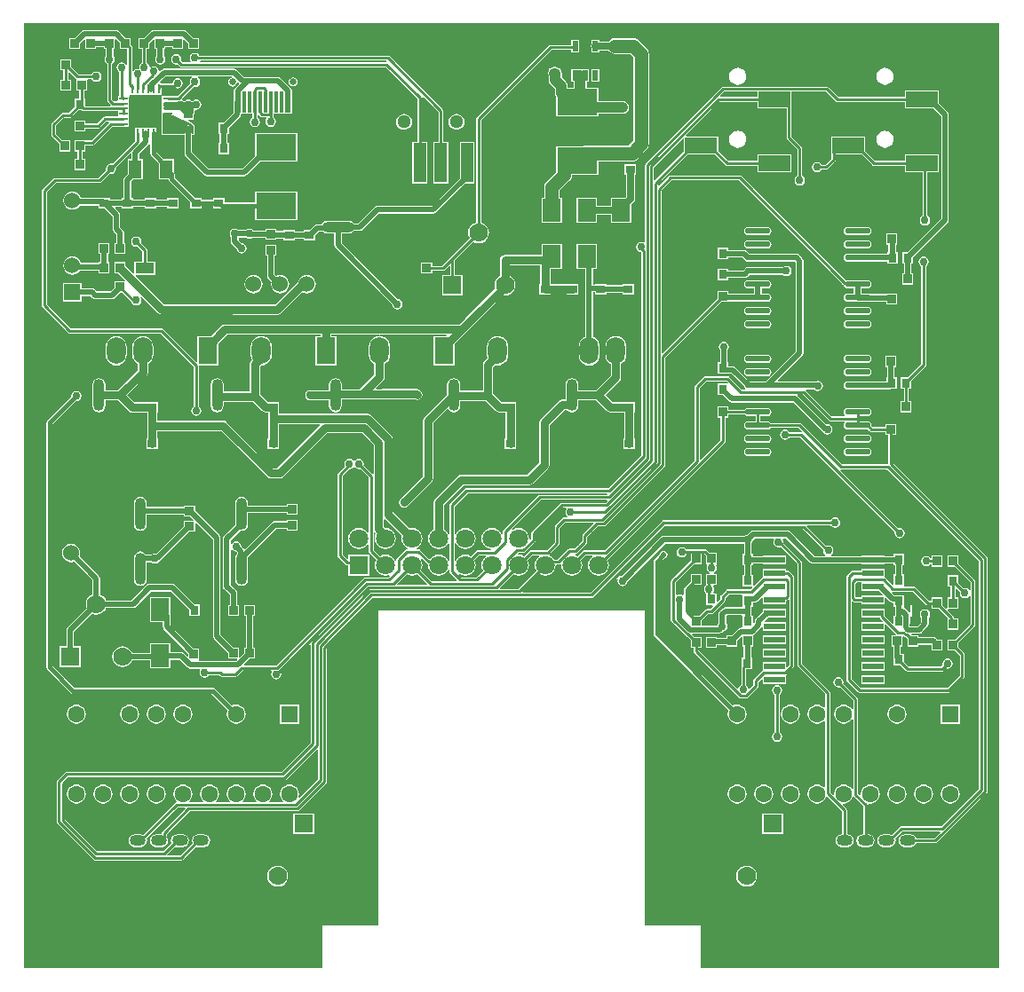
<source format=gtl>
G04*
G04 #@! TF.GenerationSoftware,Altium Limited,Altium Designer,20.2.5 (213)*
G04*
G04 Layer_Physical_Order=1*
G04 Layer_Color=255*
%FSLAX24Y24*%
%MOIN*%
G70*
G04*
G04 #@! TF.SameCoordinates,311A2180-9421-45D2-9D82-A7DF5611BF6A*
G04*
G04*
G04 #@! TF.FilePolarity,Positive*
G04*
G01*
G75*
%ADD10C,0.0100*%
%ADD17C,0.0300*%
%ADD19R,0.0475X0.0670*%
%ADD20R,0.0354X0.0315*%
%ADD21R,0.0315X0.0354*%
%ADD22R,0.0318X0.0340*%
%ADD23O,0.0945X0.0226*%
%ADD24R,0.1200X0.0600*%
%ADD25R,0.0472X0.1496*%
%ADD26R,0.1181X0.2087*%
%ADD27R,0.0320X0.0320*%
%ADD28R,0.0669X0.0860*%
%ADD29O,0.0400X0.1200*%
%ADD30R,0.1004X0.1004*%
%ADD31R,0.0110X0.0350*%
%ADD32R,0.0350X0.0110*%
%ADD33R,0.0340X0.0318*%
%ADD34R,0.1496X0.0984*%
%ADD35R,0.0236X0.0800*%
%ADD36R,0.0118X0.0800*%
%ADD37O,0.1200X0.0400*%
%ADD38R,0.0700X0.0400*%
%ADD39R,0.0217X0.0394*%
%ADD40R,0.1500X0.1701*%
%ADD41R,0.0787X0.0236*%
%ADD83C,0.0400*%
%ADD84C,0.0200*%
%ADD85C,0.0150*%
%ADD86C,0.0250*%
%ADD87C,0.0500*%
%ADD88R,0.0709X0.1024*%
%ADD89O,0.0709X0.1024*%
%ADD90R,0.0709X0.0709*%
%ADD91C,0.0709*%
%ADD92C,0.0512*%
%ADD93C,0.0600*%
%ADD94R,0.0600X0.0600*%
%ADD95R,0.0630X0.0630*%
%ADD96C,0.0630*%
%ADD97R,0.0600X0.0600*%
%ADD98O,0.0600X0.0400*%
%ADD99R,0.0600X0.0400*%
%ADD100O,0.0600X0.1000*%
%ADD101C,0.0700*%
%ADD102R,0.0700X0.0700*%
%ADD103C,0.0256*%
%ADD104O,0.0394X0.0827*%
%ADD105O,0.0394X0.0709*%
%ADD106C,0.0300*%
%ADD107C,0.0200*%
G36*
X59100Y17600D02*
X47900D01*
Y19200D01*
X45800D01*
Y31050D01*
X35800D01*
Y19200D01*
X33700D01*
Y17600D01*
X22500D01*
Y53100D01*
X59100D01*
Y17600D01*
D02*
G37*
%LPC*%
G36*
X28500Y52843D02*
X28500Y52843D01*
X27350D01*
X27350Y52843D01*
X27295Y52832D01*
X27249Y52801D01*
X27249Y52801D01*
X26998Y52550D01*
X26800D01*
Y52150D01*
X26908D01*
Y51617D01*
X26863Y51587D01*
X26821Y51524D01*
X26806Y51450D01*
X26811Y51424D01*
X26776Y51389D01*
X26750Y51394D01*
X26676Y51379D01*
X26613Y51337D01*
X26592Y51305D01*
X26542Y51320D01*
Y52200D01*
X26535Y52235D01*
X26515Y52265D01*
X26500Y52280D01*
Y52550D01*
X26302D01*
X26051Y52801D01*
X26005Y52832D01*
X25950Y52843D01*
X25950Y52843D01*
X24750D01*
X24750Y52843D01*
X24695Y52832D01*
X24649Y52801D01*
X24649Y52801D01*
X24398Y52550D01*
X24200D01*
Y52150D01*
X24600D01*
Y52348D01*
X24754Y52502D01*
X24800Y52483D01*
Y52150D01*
X25200D01*
Y52207D01*
X25500D01*
Y52150D01*
X25557D01*
Y51878D01*
X25521Y51824D01*
X25506Y51750D01*
X25521Y51676D01*
X25563Y51613D01*
X25608Y51583D01*
Y50209D01*
X25615Y50173D01*
X25635Y50144D01*
X25739Y50040D01*
X25728Y50002D01*
X25720Y49990D01*
X24795D01*
Y50269D01*
X24738D01*
Y50570D01*
X24845D01*
X24845Y50990D01*
X24888Y51008D01*
X25033D01*
X25063Y50963D01*
X25126Y50921D01*
X25200Y50906D01*
X25274Y50921D01*
X25337Y50963D01*
X25379Y51026D01*
X25394Y51100D01*
X25379Y51174D01*
X25337Y51237D01*
X25274Y51279D01*
X25200Y51294D01*
X25126Y51279D01*
X25063Y51237D01*
X25033Y51192D01*
X24530D01*
X24252Y51470D01*
Y51760D01*
X23855D01*
Y51340D01*
X23962D01*
Y50990D01*
X23855D01*
Y50570D01*
X24252D01*
Y50990D01*
X24145D01*
Y51252D01*
X24191Y51271D01*
X24427Y51035D01*
X24431Y51033D01*
X24448Y50990D01*
X24448Y50966D01*
Y50570D01*
X24555D01*
Y50269D01*
X24400D01*
Y49964D01*
X24178Y49742D01*
X23947D01*
X23912Y49735D01*
X23882Y49715D01*
X23535Y49368D01*
X23515Y49338D01*
X23508Y49303D01*
Y48915D01*
X23515Y48880D01*
X23535Y48850D01*
X23805Y48580D01*
Y48290D01*
X24202D01*
Y48710D01*
X23934D01*
X23692Y48953D01*
Y49265D01*
X23985Y49558D01*
X24216D01*
X24251Y49565D01*
X24280Y49585D01*
X24530Y49834D01*
X24665D01*
X24666Y49834D01*
X24696Y49814D01*
X24731Y49807D01*
X25958D01*
X26004Y49797D01*
X26004Y49606D01*
X25958Y49596D01*
X25530D01*
X25494Y49590D01*
X25465Y49570D01*
X25237Y49342D01*
X24795D01*
Y49460D01*
X24398D01*
Y49040D01*
X24795D01*
Y49158D01*
X25275D01*
X25310Y49165D01*
X25340Y49185D01*
X25568Y49413D01*
X25650D01*
X25658Y49401D01*
X25669Y49363D01*
X25018Y48712D01*
X24705D01*
X24696Y48710D01*
X24398D01*
Y48290D01*
X24501D01*
Y48010D01*
X24394D01*
Y47590D01*
X24792D01*
Y48010D01*
X24685D01*
Y48290D01*
X24795D01*
Y48528D01*
X25056D01*
X25091Y48535D01*
X25121Y48555D01*
X25782Y49216D01*
X26004D01*
Y49213D01*
X26434D01*
X26434Y49403D01*
X26434Y49453D01*
X26434Y49600D01*
X26434Y49650D01*
Y49797D01*
X26434D01*
Y49803D01*
X26434Y49803D01*
X26434Y49994D01*
X26434Y50044D01*
X26434Y50190D01*
X26434Y50240D01*
X26434Y50347D01*
X26434Y50361D01*
X26437Y50370D01*
X26447Y50395D01*
X26450Y50400D01*
X26455Y50403D01*
X26480Y50413D01*
X26489Y50416D01*
X26503Y50416D01*
X26653D01*
X26703Y50416D01*
X26850D01*
Y50416D01*
X26856D01*
Y50416D01*
X27003D01*
X27047Y50416D01*
Y50416D01*
X27053D01*
Y50416D01*
X27244D01*
X27244Y50416D01*
X27250D01*
Y50416D01*
X27294Y50416D01*
X27397D01*
X27440Y50416D01*
Y50416D01*
X27447D01*
Y50416D01*
X27597Y50416D01*
X27611Y50416D01*
X27620Y50413D01*
X27645Y50403D01*
X27650Y50400D01*
X27653Y50395D01*
X27663Y50370D01*
X27666Y50361D01*
X27666Y50347D01*
X27666Y50197D01*
X27666Y50197D01*
Y50190D01*
X27666D01*
X27666Y50117D01*
X27663Y50108D01*
X27664Y50107D01*
X27664Y50105D01*
X27666Y50091D01*
Y50044D01*
X27666Y50000D01*
X27666D01*
Y49994D01*
X27666D01*
Y49803D01*
X27666D01*
Y49797D01*
X27666D01*
Y49732D01*
X27664Y49727D01*
X27657Y49715D01*
X27658Y49712D01*
X27657Y49709D01*
Y48950D01*
X27669Y48919D01*
X27700Y48907D01*
X28507D01*
Y48200D01*
X28507Y48200D01*
X28518Y48145D01*
X28549Y48099D01*
X29249Y47399D01*
X29249Y47399D01*
X29295Y47368D01*
X29350Y47357D01*
X30742D01*
X30742Y47357D01*
X30796Y47368D01*
X30843Y47399D01*
X31364Y47920D01*
X32738D01*
Y48984D01*
X31162D01*
Y48122D01*
X30683Y47643D01*
X29409D01*
X28793Y48259D01*
Y48907D01*
X28850D01*
X28881Y48919D01*
X28893Y48950D01*
Y49250D01*
X28881Y49281D01*
X28867Y49294D01*
Y49322D01*
X28839D01*
X28831Y49331D01*
X28824Y49333D01*
X28819Y49339D01*
X28638Y49429D01*
X28649Y49478D01*
X28867D01*
Y49664D01*
X28881Y49669D01*
X28893Y49700D01*
Y49828D01*
X28932Y49860D01*
X28950Y49856D01*
X29024Y49871D01*
X29087Y49913D01*
X29129Y49976D01*
X29144Y50050D01*
X29129Y50124D01*
X29087Y50187D01*
X29024Y50229D01*
X28950Y50244D01*
X28876Y50229D01*
X28822Y50193D01*
X28778D01*
X28724Y50229D01*
X28650Y50244D01*
X28576Y50229D01*
X28522Y50193D01*
X28478D01*
X28427Y50227D01*
X28420Y50236D01*
X28407Y50277D01*
X28847Y50717D01*
X28900Y50706D01*
X28974Y50721D01*
X29037Y50763D01*
X29079Y50826D01*
X29094Y50900D01*
X29079Y50974D01*
X29037Y51037D01*
X28994Y51066D01*
X29009Y51116D01*
X30286D01*
X30291Y51066D01*
X30243Y51056D01*
X30187Y51019D01*
X30150Y50963D01*
X30137Y50898D01*
X30150Y50832D01*
X30187Y50777D01*
X30243Y50740D01*
X30308Y50727D01*
X30374Y50740D01*
X30429Y50777D01*
X30466Y50832D01*
X30474Y50870D01*
X30523Y50892D01*
X30528Y50889D01*
X30552Y50865D01*
X30553Y50812D01*
X30422Y50681D01*
X30391Y50635D01*
X30385Y50601D01*
X30347D01*
Y50157D01*
X30344Y50143D01*
X30344Y50143D01*
Y49740D01*
X29971Y49367D01*
X29778D01*
Y48933D01*
X29833D01*
Y48617D01*
X29778D01*
Y48183D01*
X30173D01*
Y48617D01*
X30118D01*
Y48933D01*
X30173D01*
Y49165D01*
X30588Y49580D01*
X30588Y49580D01*
X30619Y49627D01*
X30630Y49681D01*
X30659Y49721D01*
X31063D01*
Y49562D01*
X31018Y49532D01*
X30976Y49469D01*
X30961Y49395D01*
X30976Y49321D01*
X31018Y49258D01*
X31081Y49216D01*
X31155Y49202D01*
X31229Y49216D01*
X31292Y49258D01*
X31334Y49321D01*
X31348Y49395D01*
X31334Y49469D01*
X31292Y49532D01*
X31246Y49562D01*
Y49649D01*
X31293Y49664D01*
X31296Y49664D01*
X31354Y49606D01*
X31384Y49586D01*
X31419Y49579D01*
X31578D01*
X31585Y49571D01*
X31600Y49529D01*
X31566Y49479D01*
X31552Y49405D01*
X31566Y49331D01*
X31608Y49268D01*
X31671Y49226D01*
X31745Y49211D01*
X31819Y49226D01*
X31882Y49268D01*
X31924Y49331D01*
X31939Y49405D01*
X31924Y49479D01*
X31882Y49542D01*
X31837Y49572D01*
Y49721D01*
X32553D01*
Y50601D01*
X32515D01*
X32509Y50635D01*
X32478Y50681D01*
X32478Y50681D01*
X32108Y51051D01*
X32062Y51082D01*
X32007Y51093D01*
X32007Y51093D01*
X30743D01*
X30477Y51359D01*
X30430Y51390D01*
X30376Y51401D01*
X30376Y51401D01*
X27741D01*
X27741Y51401D01*
X27687Y51390D01*
X27640Y51359D01*
X27640Y51359D01*
X27592Y51311D01*
X27538Y51328D01*
X27529Y51374D01*
X27487Y51437D01*
X27424Y51479D01*
X27350Y51494D01*
X27276Y51479D01*
X27242Y51456D01*
X27188Y51480D01*
X27179Y51524D01*
X27137Y51587D01*
X27092Y51617D01*
Y52150D01*
X27200D01*
Y52348D01*
X27354Y52502D01*
X27400Y52483D01*
Y52150D01*
X27457D01*
Y51878D01*
X27421Y51824D01*
X27406Y51750D01*
X27421Y51676D01*
X27463Y51613D01*
X27526Y51571D01*
X27600Y51556D01*
X27674Y51571D01*
X27737Y51613D01*
X27779Y51676D01*
X27794Y51750D01*
X27779Y51824D01*
X27743Y51878D01*
Y52150D01*
X27800D01*
Y52207D01*
X28050D01*
Y52150D01*
X28450D01*
Y52483D01*
X28496Y52502D01*
X28650Y52348D01*
Y52150D01*
X29050D01*
Y52550D01*
X28852D01*
X28601Y52801D01*
X28555Y52832D01*
X28500Y52843D01*
D02*
G37*
G36*
X45357Y52544D02*
X44649D01*
X44573Y52534D01*
X44503Y52505D01*
X44442Y52458D01*
X44412Y52419D01*
X44072D01*
Y52488D01*
X43776D01*
Y52326D01*
X43769Y52316D01*
X43756Y52251D01*
X43769Y52187D01*
X43776Y52176D01*
Y52014D01*
X44072D01*
Y52083D01*
X44412D01*
X44442Y52044D01*
X44503Y51998D01*
X44573Y51969D01*
X44649Y51959D01*
X45236D01*
X45357Y51837D01*
Y48697D01*
X45161Y48501D01*
X43510D01*
X43435Y48491D01*
X43409Y48480D01*
X42462D01*
Y47724D01*
X42459Y47705D01*
Y47523D01*
X42093Y47157D01*
X42047Y47096D01*
X42017Y47026D01*
X42007Y46950D01*
Y46536D01*
X41925D01*
Y45596D01*
X42675D01*
Y46536D01*
X42593D01*
Y46829D01*
X42959Y47195D01*
X43005Y47256D01*
X43035Y47326D01*
X43044Y47402D01*
Y47415D01*
X44038D01*
Y47916D01*
X45302D01*
X45378Y47926D01*
X45448Y47955D01*
X45509Y48001D01*
X45555Y48062D01*
X45559Y48071D01*
X45857Y48369D01*
X45903Y48429D01*
X45933Y48500D01*
X45943Y48576D01*
Y51958D01*
X45933Y52034D01*
X45903Y52105D01*
X45857Y52165D01*
X45564Y52458D01*
X45503Y52505D01*
X45433Y52534D01*
X45357Y52544D01*
D02*
G37*
G36*
X43324Y52488D02*
X43028D01*
Y52292D01*
X42238D01*
X42202Y52285D01*
X42173Y52265D01*
X39480Y49572D01*
X39460Y49543D01*
X39453Y49507D01*
Y45616D01*
X39443Y45615D01*
X39348Y45576D01*
X39267Y45513D01*
X39204Y45432D01*
X39165Y45337D01*
X39152Y45235D01*
X39165Y45133D01*
X39204Y45038D01*
X39211Y45030D01*
X38500Y44320D01*
X38175Y43995D01*
X37810D01*
Y44102D01*
X37390D01*
Y43705D01*
X37810D01*
Y43812D01*
X38213D01*
X38249Y43819D01*
X38278Y43839D01*
X38427Y43987D01*
X38473Y43968D01*
Y43655D01*
X38175D01*
Y42875D01*
X38955D01*
Y43655D01*
X38657D01*
Y44217D01*
X39340Y44901D01*
X39348Y44894D01*
X39443Y44855D01*
X39545Y44842D01*
X39647Y44855D01*
X39742Y44894D01*
X39823Y44957D01*
X39886Y45038D01*
X39925Y45133D01*
X39938Y45235D01*
X39925Y45337D01*
X39886Y45432D01*
X39823Y45513D01*
X39742Y45576D01*
X39647Y45615D01*
X39637Y45616D01*
Y49469D01*
X42276Y52108D01*
X43028D01*
Y52014D01*
X43324D01*
Y52488D01*
D02*
G37*
G36*
X28900Y51994D02*
X28826Y51979D01*
X28763Y51937D01*
X28721Y51874D01*
X28706Y51800D01*
X28721Y51726D01*
X28744Y51692D01*
X28717Y51642D01*
X28438D01*
X28383Y51697D01*
X28394Y51750D01*
X28379Y51824D01*
X28337Y51887D01*
X28274Y51929D01*
X28200Y51944D01*
X28126Y51929D01*
X28063Y51887D01*
X28021Y51824D01*
X28006Y51750D01*
X28021Y51676D01*
X28063Y51613D01*
X28126Y51571D01*
X28200Y51556D01*
X28253Y51567D01*
X28335Y51485D01*
X28365Y51465D01*
X28400Y51458D01*
X36062D01*
X37250Y50270D01*
Y48653D01*
X37066D01*
Y47076D01*
X37618D01*
Y48653D01*
X37434D01*
Y50308D01*
X37432Y50318D01*
X37478Y50342D01*
X38038Y49782D01*
Y48653D01*
X37854D01*
Y47076D01*
X38406D01*
Y48653D01*
X38222D01*
Y49820D01*
X38215Y49855D01*
X38195Y49885D01*
X36215Y51865D01*
X36185Y51885D01*
X36150Y51892D01*
X29067D01*
X29037Y51937D01*
X28974Y51979D01*
X28900Y51994D01*
D02*
G37*
G36*
X44072Y51386D02*
X43776D01*
Y50912D01*
X44072D01*
Y51386D01*
D02*
G37*
G36*
X54800Y51433D02*
X54716Y51422D01*
X54639Y51390D01*
X54572Y51338D01*
X54520Y51271D01*
X54488Y51194D01*
X54477Y51110D01*
X54488Y51026D01*
X54520Y50949D01*
X54572Y50882D01*
X54639Y50830D01*
X54716Y50798D01*
X54800Y50787D01*
X54884Y50798D01*
X54961Y50830D01*
X55028Y50882D01*
X55080Y50949D01*
X55112Y51026D01*
X55123Y51110D01*
X55112Y51194D01*
X55080Y51271D01*
X55028Y51338D01*
X54961Y51390D01*
X54884Y51422D01*
X54800Y51433D01*
D02*
G37*
G36*
X49275D02*
X49191Y51422D01*
X49114Y51390D01*
X49047Y51338D01*
X48995Y51271D01*
X48963Y51194D01*
X48952Y51110D01*
X48963Y51026D01*
X48995Y50949D01*
X49047Y50882D01*
X49114Y50830D01*
X49191Y50798D01*
X49275Y50787D01*
X49359Y50798D01*
X49436Y50830D01*
X49503Y50882D01*
X49555Y50949D01*
X49587Y51026D01*
X49598Y51110D01*
X49587Y51194D01*
X49555Y51271D01*
X49503Y51338D01*
X49436Y51390D01*
X49359Y51422D01*
X49275Y51433D01*
D02*
G37*
G36*
X32592Y51073D02*
X32526Y51060D01*
X32471Y51023D01*
X32433Y50967D01*
X32420Y50902D01*
X32433Y50836D01*
X32471Y50781D01*
X32526Y50744D01*
X32592Y50731D01*
X32657Y50744D01*
X32713Y50781D01*
X32750Y50836D01*
X32763Y50902D01*
X32750Y50967D01*
X32713Y51023D01*
X32657Y51060D01*
X32592Y51073D01*
D02*
G37*
G36*
X42420Y51469D02*
X42400D01*
X42306Y51451D01*
X42264Y51422D01*
X42183D01*
Y51331D01*
X42174Y51318D01*
X42155Y51224D01*
X42174Y51131D01*
X42182Y51118D01*
Y50975D01*
X42201Y50881D01*
X42254Y50802D01*
X42407Y50649D01*
Y50494D01*
X42426Y50401D01*
X42462Y50347D01*
Y49620D01*
X44038D01*
Y49705D01*
X44950D01*
X45044Y49724D01*
X45123Y49777D01*
X45176Y49856D01*
X45195Y49950D01*
X45176Y50044D01*
X45123Y50123D01*
X45044Y50176D01*
X44950Y50195D01*
X44038D01*
Y50684D01*
X43608D01*
Y50912D01*
X43698D01*
Y51386D01*
X43402D01*
X43363Y51393D01*
X43324Y51386D01*
X43028D01*
Y50912D01*
X43118D01*
Y50684D01*
X42897D01*
Y50750D01*
X42878Y50844D01*
X42825Y50923D01*
X42672Y51076D01*
Y51217D01*
X42653Y51311D01*
X42617Y51365D01*
Y51422D01*
X42556D01*
X42513Y51451D01*
X42498Y51454D01*
X42420Y51469D01*
D02*
G37*
G36*
X38719Y49698D02*
X38641Y49688D01*
X38569Y49658D01*
X38507Y49611D01*
X38460Y49549D01*
X38430Y49477D01*
X38420Y49400D01*
X38430Y49323D01*
X38460Y49251D01*
X38507Y49189D01*
X38569Y49142D01*
X38641Y49112D01*
X38719Y49102D01*
X38796Y49112D01*
X38868Y49142D01*
X38930Y49189D01*
X38977Y49251D01*
X39007Y49323D01*
X39017Y49400D01*
X39007Y49477D01*
X38977Y49549D01*
X38930Y49611D01*
X38868Y49658D01*
X38796Y49688D01*
X38719Y49698D01*
D02*
G37*
G36*
X36750D02*
X36673Y49688D01*
X36601Y49658D01*
X36539Y49611D01*
X36492Y49549D01*
X36462Y49477D01*
X36452Y49400D01*
X36462Y49323D01*
X36492Y49251D01*
X36539Y49189D01*
X36601Y49142D01*
X36673Y49112D01*
X36750Y49102D01*
X36827Y49112D01*
X36899Y49142D01*
X36961Y49189D01*
X37008Y49251D01*
X37038Y49323D01*
X37048Y49400D01*
X37038Y49477D01*
X37008Y49549D01*
X36961Y49611D01*
X36899Y49658D01*
X36827Y49688D01*
X36750Y49698D01*
D02*
G37*
G36*
X54800Y49073D02*
X54716Y49062D01*
X54639Y49030D01*
X54572Y48978D01*
X54520Y48911D01*
X54488Y48834D01*
X54477Y48750D01*
X54488Y48666D01*
X54520Y48589D01*
X54572Y48522D01*
X54639Y48470D01*
X54716Y48438D01*
X54800Y48427D01*
X54884Y48438D01*
X54961Y48470D01*
X55028Y48522D01*
X55080Y48589D01*
X55112Y48666D01*
X55123Y48750D01*
X55112Y48834D01*
X55080Y48911D01*
X55028Y48978D01*
X54961Y49030D01*
X54884Y49062D01*
X54800Y49073D01*
D02*
G37*
G36*
X49275D02*
X49191Y49062D01*
X49114Y49030D01*
X49047Y48978D01*
X48995Y48911D01*
X48963Y48834D01*
X48952Y48750D01*
X48963Y48666D01*
X48995Y48589D01*
X49047Y48522D01*
X49114Y48470D01*
X49191Y48438D01*
X49275Y48427D01*
X49359Y48438D01*
X49436Y48470D01*
X49503Y48522D01*
X49555Y48589D01*
X49587Y48666D01*
X49598Y48750D01*
X49587Y48834D01*
X49555Y48911D01*
X49503Y48978D01*
X49436Y49030D01*
X49359Y49062D01*
X49275Y49073D01*
D02*
G37*
G36*
X39390Y48653D02*
X38838D01*
Y47278D01*
X37802Y46243D01*
X35750D01*
X35750Y46243D01*
X35695Y46232D01*
X35649Y46201D01*
X35649Y46201D01*
X35041Y45593D01*
X34863D01*
X34843Y45623D01*
X34764Y45676D01*
X34670Y45695D01*
X33870D01*
X33776Y45676D01*
X33697Y45623D01*
X33651Y45554D01*
X33481D01*
X33427Y45544D01*
X33380Y45513D01*
X33380Y45513D01*
X33215Y45347D01*
X32983D01*
Y45293D01*
X32667D01*
Y45347D01*
X32233D01*
Y45303D01*
X31960D01*
Y45370D01*
X31540D01*
Y45328D01*
X31093D01*
X31087Y45337D01*
X31024Y45379D01*
X30950Y45394D01*
X30876Y45379D01*
X30822Y45343D01*
X30528D01*
X30474Y45379D01*
X30400Y45394D01*
X30326Y45379D01*
X30263Y45337D01*
X30221Y45274D01*
X30206Y45200D01*
X30221Y45126D01*
X30257Y45072D01*
Y44900D01*
X30257Y44900D01*
X30268Y44845D01*
X30299Y44799D01*
X30458Y44640D01*
X30471Y44576D01*
X30513Y44513D01*
X30576Y44471D01*
X30650Y44456D01*
X30724Y44471D01*
X30787Y44513D01*
X30829Y44576D01*
X30844Y44650D01*
X30829Y44724D01*
X30787Y44787D01*
X30724Y44829D01*
X30660Y44842D01*
X30543Y44959D01*
Y45057D01*
X30822D01*
X30876Y45021D01*
X30950Y45006D01*
X31024Y45021D01*
X31057Y45043D01*
X31540D01*
Y44972D01*
X31960D01*
Y45018D01*
X32233D01*
Y44953D01*
X32667D01*
Y45007D01*
X32983D01*
Y44953D01*
X33417D01*
Y45146D01*
X33541Y45269D01*
X33709D01*
X33776Y45224D01*
X33870Y45205D01*
X34127D01*
Y44780D01*
X34127Y44780D01*
X34138Y44725D01*
X34169Y44679D01*
X36308Y42540D01*
X36321Y42476D01*
X36363Y42413D01*
X36426Y42371D01*
X36500Y42356D01*
X36574Y42371D01*
X36637Y42413D01*
X36679Y42476D01*
X36694Y42550D01*
X36679Y42624D01*
X36637Y42687D01*
X36574Y42729D01*
X36510Y42742D01*
X34413Y44839D01*
Y45205D01*
X34670D01*
X34764Y45224D01*
X34843Y45277D01*
X34863Y45307D01*
X35100D01*
X35100Y45307D01*
X35155Y45318D01*
X35201Y45349D01*
X35809Y45957D01*
X37861D01*
X37861Y45957D01*
X37916Y45968D01*
X37962Y45999D01*
X39040Y47076D01*
X39390D01*
Y48653D01*
D02*
G37*
G36*
X45467Y47822D02*
X45033D01*
Y47427D01*
X45082D01*
Y46581D01*
X45037Y46536D01*
X44525D01*
Y46234D01*
X43982D01*
Y46536D01*
X43233D01*
Y45596D01*
X43982D01*
Y45898D01*
X44525D01*
Y45596D01*
X45275D01*
Y46298D01*
X45369Y46393D01*
X45405Y46447D01*
X45418Y46512D01*
X45418Y46512D01*
Y47427D01*
X45467D01*
Y47822D01*
D02*
G37*
G36*
X54065Y48850D02*
X52785D01*
Y48269D01*
X52783Y48260D01*
Y48025D01*
X52550Y47792D01*
X52417D01*
X52387Y47837D01*
X52324Y47879D01*
X52250Y47894D01*
X52176Y47879D01*
X52113Y47837D01*
X52071Y47774D01*
X52056Y47700D01*
X52071Y47626D01*
X52113Y47563D01*
X52176Y47521D01*
X52250Y47506D01*
X52324Y47521D01*
X52387Y47563D01*
X52417Y47608D01*
X52588D01*
X52623Y47615D01*
X52653Y47635D01*
X52940Y47922D01*
X52960Y47952D01*
X52967Y47987D01*
Y48170D01*
X53935D01*
X54330Y47775D01*
X54360Y47755D01*
X54395Y47748D01*
X55535D01*
Y47500D01*
X56208D01*
Y45867D01*
X56163Y45837D01*
X56121Y45774D01*
X56106Y45700D01*
X56121Y45626D01*
X56163Y45563D01*
X56226Y45521D01*
X56300Y45506D01*
X56374Y45521D01*
X56437Y45563D01*
X56479Y45626D01*
X56494Y45700D01*
X56479Y45774D01*
X56437Y45837D01*
X56392Y45867D01*
Y47500D01*
X56815D01*
Y48180D01*
X55535D01*
Y47932D01*
X54433D01*
X54065Y48300D01*
Y48850D01*
D02*
G37*
G36*
X54130Y45456D02*
X53411D01*
X53351Y45444D01*
X53300Y45410D01*
X53267Y45360D01*
X53255Y45300D01*
X53267Y45240D01*
X53300Y45190D01*
X53351Y45156D01*
X53411Y45144D01*
X54130D01*
X54189Y45156D01*
X54240Y45190D01*
X54274Y45240D01*
X54286Y45300D01*
X54274Y45360D01*
X54240Y45410D01*
X54189Y45444D01*
X54130Y45456D01*
D02*
G37*
G36*
X50389D02*
X49670D01*
X49611Y45444D01*
X49560Y45410D01*
X49526Y45360D01*
X49514Y45300D01*
X49526Y45240D01*
X49560Y45190D01*
X49611Y45156D01*
X49670Y45144D01*
X50389D01*
X50449Y45156D01*
X50500Y45190D01*
X50533Y45240D01*
X50545Y45300D01*
X50533Y45360D01*
X50500Y45410D01*
X50449Y45444D01*
X50389Y45456D01*
D02*
G37*
G36*
X54130Y44956D02*
X53411D01*
X53351Y44944D01*
X53300Y44910D01*
X53267Y44860D01*
X53255Y44800D01*
X53267Y44740D01*
X53300Y44690D01*
X53351Y44656D01*
X53411Y44644D01*
X54130D01*
X54189Y44656D01*
X54240Y44690D01*
X54274Y44740D01*
X54286Y44800D01*
X54274Y44860D01*
X54240Y44910D01*
X54189Y44944D01*
X54130Y44956D01*
D02*
G37*
G36*
X50389D02*
X49670D01*
X49611Y44944D01*
X49560Y44910D01*
X49526Y44860D01*
X49514Y44800D01*
X49526Y44740D01*
X49560Y44690D01*
X49611Y44656D01*
X49670Y44644D01*
X50389D01*
X50449Y44656D01*
X50500Y44690D01*
X50533Y44740D01*
X50545Y44800D01*
X50533Y44860D01*
X50500Y44910D01*
X50449Y44944D01*
X50389Y44956D01*
D02*
G37*
G36*
X55252Y45210D02*
X54855D01*
Y44790D01*
X54932D01*
Y44509D01*
X54899D01*
Y44439D01*
X54198D01*
X54189Y44444D01*
X54130Y44456D01*
X53411D01*
X53351Y44444D01*
X53300Y44410D01*
X53267Y44360D01*
X53255Y44300D01*
X53267Y44240D01*
X53300Y44190D01*
X53351Y44156D01*
X53411Y44144D01*
X54130D01*
X54175Y44153D01*
X54899D01*
Y44074D01*
X55294D01*
Y44509D01*
X55218D01*
Y44790D01*
X55252D01*
Y45210D01*
D02*
G37*
G36*
X25699Y44860D02*
X25301D01*
Y44440D01*
X25357D01*
Y44135D01*
X25301D01*
Y44105D01*
X24624D01*
X24597Y44171D01*
X24542Y44242D01*
X24471Y44297D01*
X24389Y44331D01*
X24300Y44343D01*
X24211Y44331D01*
X24129Y44297D01*
X24058Y44242D01*
X24003Y44171D01*
X23969Y44089D01*
X23957Y44000D01*
X23969Y43911D01*
X24003Y43829D01*
X24058Y43758D01*
X24129Y43703D01*
X24211Y43669D01*
X24300Y43657D01*
X24389Y43669D01*
X24471Y43703D01*
X24542Y43758D01*
X24590Y43820D01*
X25301D01*
Y43715D01*
X25699D01*
Y44135D01*
X25643D01*
Y44440D01*
X25699D01*
Y44860D01*
D02*
G37*
G36*
X51100Y43994D02*
X51026Y43979D01*
X50972Y43943D01*
X50451D01*
X50449Y43944D01*
X50389Y43956D01*
X49670D01*
X49611Y43944D01*
X49560Y43910D01*
X49536Y43875D01*
X49476Y43815D01*
X48917D01*
Y43889D01*
X48522D01*
Y43455D01*
X48917D01*
Y43529D01*
X49535D01*
X49535Y43529D01*
X49590Y43540D01*
X49636Y43571D01*
X49709Y43644D01*
X50389D01*
X50449Y43656D01*
X50451Y43657D01*
X50972D01*
X51026Y43621D01*
X51100Y43606D01*
X51174Y43621D01*
X51237Y43663D01*
X51279Y43726D01*
X51294Y43800D01*
X51279Y43874D01*
X51237Y43937D01*
X51174Y43979D01*
X51100Y43994D01*
D02*
G37*
G36*
X26700Y45094D02*
X26626Y45079D01*
X26563Y45037D01*
X26521Y44974D01*
X26506Y44900D01*
X26521Y44826D01*
X26563Y44763D01*
X26626Y44721D01*
X26700Y44706D01*
X26753Y44717D01*
X26930Y44540D01*
Y44140D01*
X26632D01*
Y43719D01*
X26582Y43699D01*
X26292Y43989D01*
Y44135D01*
X25894D01*
Y43715D01*
X26018D01*
X26273Y43460D01*
X26252Y43410D01*
X25894D01*
Y43192D01*
X25735Y43033D01*
X25223D01*
X25154Y43101D01*
X25108Y43132D01*
X25053Y43143D01*
X25053Y43143D01*
X24640D01*
Y43340D01*
X23960D01*
Y42660D01*
X24640D01*
Y42857D01*
X24994D01*
X25062Y42789D01*
X25062Y42789D01*
X25109Y42758D01*
X25163Y42747D01*
X25163Y42747D01*
X25794D01*
X25794Y42747D01*
X25849Y42758D01*
X25895Y42789D01*
X26096Y42990D01*
X26162D01*
X26517Y42635D01*
X26520Y42633D01*
X26521Y42626D01*
X26563Y42563D01*
X26626Y42521D01*
X26700Y42506D01*
X26774Y42521D01*
X26837Y42563D01*
X26879Y42626D01*
X26894Y42700D01*
X26879Y42774D01*
X26861Y42801D01*
X26900Y42833D01*
X27513Y42220D01*
X27576Y42178D01*
X27650Y42163D01*
X30316D01*
X30350Y42156D01*
X32000D01*
X32074Y42171D01*
X32137Y42213D01*
X32928Y43004D01*
X32929Y43003D01*
X33011Y42969D01*
X33100Y42957D01*
X33189Y42969D01*
X33271Y43003D01*
X33342Y43058D01*
X33397Y43129D01*
X33431Y43211D01*
X33443Y43300D01*
X33431Y43389D01*
X33397Y43471D01*
X33342Y43542D01*
X33271Y43597D01*
X33189Y43631D01*
X33100Y43643D01*
X33011Y43631D01*
X32929Y43597D01*
X32858Y43542D01*
X32803Y43471D01*
X32772Y43396D01*
X31920Y42544D01*
X30377D01*
X30343Y42551D01*
X27730D01*
X26671Y43610D01*
X26691Y43660D01*
X27412D01*
Y44140D01*
X27114D01*
Y44578D01*
X27107Y44613D01*
X27087Y44643D01*
X26883Y44847D01*
X26894Y44900D01*
X26879Y44974D01*
X26837Y45037D01*
X26774Y45079D01*
X26700Y45094D01*
D02*
G37*
G36*
X52624Y50722D02*
X48730D01*
X48695Y50715D01*
X48665Y50695D01*
X45825Y47855D01*
X45805Y47825D01*
X45798Y47790D01*
Y44890D01*
X45748Y44863D01*
X45724Y44879D01*
X45650Y44894D01*
X45576Y44879D01*
X45513Y44837D01*
X45471Y44774D01*
X45456Y44700D01*
X45471Y44626D01*
X45513Y44563D01*
X45576Y44521D01*
X45650Y44506D01*
X45658Y44458D01*
Y36878D01*
X44422Y35642D01*
X39100D01*
X39065Y35635D01*
X39035Y35615D01*
X38485Y35065D01*
X38465Y35035D01*
X38458Y35000D01*
Y33926D01*
X38408Y33916D01*
X38394Y33949D01*
X38331Y34031D01*
X38249Y34094D01*
X38244Y34097D01*
Y35020D01*
X38980Y35756D01*
X41450D01*
X41524Y35771D01*
X41587Y35813D01*
X42155Y36381D01*
X42197Y36444D01*
X42212Y36518D01*
Y38018D01*
X42771Y38577D01*
X42864D01*
X42877Y38557D01*
X42956Y38504D01*
X43050Y38485D01*
X43144Y38504D01*
X43223Y38557D01*
X43276Y38636D01*
X43295Y38730D01*
Y38936D01*
X43950D01*
X44346Y38540D01*
X44409Y38498D01*
X44483Y38483D01*
X44983D01*
Y38480D01*
X45006D01*
Y37500D01*
X44983D01*
Y37105D01*
X45417D01*
Y37500D01*
X45394D01*
Y38480D01*
X45417D01*
Y38875D01*
X44983D01*
Y38871D01*
X44563D01*
X44304Y39130D01*
X44837Y39663D01*
X44879Y39726D01*
X44894Y39800D01*
Y40298D01*
X44899Y40300D01*
X44981Y40363D01*
X45044Y40446D01*
X45084Y40542D01*
X45098Y40644D01*
Y40959D01*
X45084Y41062D01*
X45044Y41158D01*
X44981Y41241D01*
X44899Y41304D01*
X44803Y41344D01*
X44700Y41357D01*
X44597Y41344D01*
X44501Y41304D01*
X44419Y41241D01*
X44356Y41158D01*
X44316Y41062D01*
X44302Y40959D01*
Y40644D01*
X44316Y40542D01*
X44356Y40446D01*
X44419Y40363D01*
X44501Y40300D01*
X44506Y40298D01*
Y39880D01*
X43950Y39324D01*
X43295D01*
Y39530D01*
X43276Y39624D01*
X43223Y39703D01*
X43144Y39756D01*
X43050Y39775D01*
X42956Y39756D01*
X42877Y39703D01*
X42824Y39624D01*
X42805Y39530D01*
Y38964D01*
X42690D01*
X42616Y38949D01*
X42553Y38907D01*
X41881Y38235D01*
X41839Y38173D01*
X41825Y38098D01*
Y36599D01*
X41370Y36144D01*
X38900D01*
X38826Y36129D01*
X38763Y36087D01*
X37913Y35237D01*
X37871Y35174D01*
X37856Y35100D01*
Y34097D01*
X37851Y34094D01*
X37769Y34031D01*
X37706Y33949D01*
X37666Y33853D01*
X37652Y33750D01*
X37666Y33647D01*
X37706Y33551D01*
X37769Y33469D01*
X37851Y33406D01*
X37947Y33366D01*
X38050Y33352D01*
X38153Y33366D01*
X38249Y33406D01*
X38331Y33469D01*
X38394Y33551D01*
X38408Y33584D01*
X38458Y33574D01*
Y32926D01*
X38408Y32916D01*
X38394Y32949D01*
X38331Y33031D01*
X38249Y33094D01*
X38153Y33134D01*
X38050Y33148D01*
X37947Y33134D01*
X37851Y33094D01*
X37769Y33031D01*
X37740Y32993D01*
X37690Y32990D01*
X37365Y33315D01*
X37335Y33335D01*
X37300Y33342D01*
X37226D01*
X37216Y33392D01*
X37249Y33406D01*
X37331Y33469D01*
X37394Y33551D01*
X37434Y33647D01*
X37448Y33750D01*
X37434Y33853D01*
X37394Y33949D01*
X37331Y34031D01*
X37249Y34094D01*
X37153Y34134D01*
X37050Y34148D01*
X36947Y34134D01*
X36942Y34132D01*
X36334Y34740D01*
Y37491D01*
X36319Y37565D01*
X36277Y37628D01*
X35528Y38377D01*
X35465Y38419D01*
X35391Y38434D01*
X32077D01*
X32067Y38480D01*
X32067D01*
Y38875D01*
X31861D01*
X31843Y38878D01*
X31646D01*
X31344Y39180D01*
Y40213D01*
X31381Y40248D01*
X31388Y40247D01*
X31490Y40260D01*
X31586Y40300D01*
X31669Y40363D01*
X31732Y40446D01*
X31772Y40542D01*
X31785Y40644D01*
Y40959D01*
X31772Y41062D01*
X31732Y41158D01*
X31669Y41241D01*
X31586Y41304D01*
X31490Y41344D01*
X31428Y41352D01*
X31394Y41356D01*
X31398Y41406D01*
X33631D01*
Y41350D01*
X33431D01*
Y40246D01*
X34219D01*
Y41350D01*
X34019D01*
Y41406D01*
X35815D01*
X35818Y41356D01*
X35785Y41352D01*
X35722Y41344D01*
X35626Y41304D01*
X35544Y41241D01*
X35481Y41158D01*
X35441Y41062D01*
X35427Y40959D01*
Y40644D01*
X35441Y40542D01*
X35481Y40446D01*
X35544Y40363D01*
X35626Y40300D01*
X35631Y40298D01*
Y39896D01*
X35098Y39362D01*
X34420D01*
Y39530D01*
X34401Y39624D01*
X34348Y39703D01*
X34269Y39756D01*
X34175Y39775D01*
X34081Y39756D01*
X34002Y39703D01*
X33949Y39624D01*
X33930Y39530D01*
Y39324D01*
X33230D01*
X33156Y39309D01*
X33093Y39267D01*
X33051Y39204D01*
X33036Y39130D01*
X33051Y39056D01*
X33093Y38993D01*
X33156Y38951D01*
X33230Y38936D01*
X33930D01*
Y38730D01*
X33949Y38636D01*
X34002Y38557D01*
X34081Y38504D01*
X34175Y38485D01*
X34269Y38504D01*
X34348Y38557D01*
X34401Y38636D01*
X34420Y38730D01*
Y38974D01*
X36143D01*
X36161Y38978D01*
X36367D01*
Y38982D01*
X37160D01*
X37176Y38971D01*
X37250Y38956D01*
X37324Y38971D01*
X37387Y39013D01*
X37429Y39076D01*
X37444Y39150D01*
X37429Y39224D01*
X37387Y39287D01*
X37361Y39313D01*
X37299Y39355D01*
X37224Y39369D01*
X36367D01*
Y39373D01*
X35933D01*
Y39362D01*
X35711D01*
X35692Y39408D01*
X35962Y39678D01*
X36004Y39741D01*
X36019Y39815D01*
Y40298D01*
X36024Y40300D01*
X36106Y40363D01*
X36169Y40446D01*
X36209Y40542D01*
X36223Y40644D01*
Y40959D01*
X36209Y41062D01*
X36169Y41158D01*
X36106Y41241D01*
X36024Y41304D01*
X35928Y41344D01*
X35865Y41352D01*
X35832Y41356D01*
X35835Y41406D01*
X38321D01*
X38348Y41356D01*
X38343Y41350D01*
X37868D01*
Y40246D01*
X38657D01*
Y41076D01*
X39044Y41463D01*
X39326Y41745D01*
X39326Y41745D01*
X40462Y42881D01*
X40535Y42872D01*
X40637Y42885D01*
X40732Y42924D01*
X40813Y42987D01*
X40876Y43068D01*
X40915Y43163D01*
X40928Y43265D01*
X40915Y43367D01*
X40876Y43462D01*
X40813Y43543D01*
X40732Y43606D01*
X40729Y43607D01*
Y44021D01*
X41854D01*
Y43323D01*
X41831D01*
Y42928D01*
X42265D01*
Y42932D01*
X42867D01*
Y42928D01*
X43301D01*
Y43323D01*
X42867D01*
Y43319D01*
X42265D01*
Y43323D01*
X42242D01*
Y43864D01*
X42675D01*
Y44804D01*
X41925D01*
Y44409D01*
X40535D01*
X40461Y44394D01*
X40398Y44352D01*
X40356Y44289D01*
X40341Y44215D01*
Y43607D01*
X40338Y43606D01*
X40257Y43543D01*
X40194Y43462D01*
X40155Y43367D01*
X40142Y43265D01*
X40155Y43163D01*
X40167Y43134D01*
X39052Y42019D01*
X39052Y42019D01*
X38827Y41794D01*
X30032D01*
X29958Y41779D01*
X29895Y41737D01*
X29508Y41350D01*
X28993D01*
Y40394D01*
X28947Y40375D01*
X27707Y41615D01*
X27677Y41635D01*
X27642Y41642D01*
X24238D01*
X23342Y42538D01*
Y46762D01*
X23689Y47109D01*
X25311D01*
X25346Y47116D01*
X25376Y47136D01*
X25697Y47456D01*
X25750Y47446D01*
X25824Y47460D01*
X25887Y47502D01*
X25929Y47565D01*
X25944Y47639D01*
X25933Y47693D01*
X26475Y48235D01*
X26525Y48214D01*
Y47998D01*
X26390D01*
Y47450D01*
X26259Y47319D01*
X26228Y47273D01*
X26217Y47218D01*
X26217Y47218D01*
Y46547D01*
X26143D01*
Y46493D01*
X25717D01*
Y46547D01*
X25283D01*
Y46543D01*
X24630D01*
X24597Y46621D01*
X24542Y46692D01*
X24471Y46747D01*
X24389Y46781D01*
X24300Y46793D01*
X24211Y46781D01*
X24129Y46747D01*
X24058Y46692D01*
X24003Y46621D01*
X23969Y46539D01*
X23957Y46450D01*
X23969Y46361D01*
X24003Y46279D01*
X24058Y46208D01*
X24129Y46153D01*
X24211Y46119D01*
X24300Y46107D01*
X24389Y46119D01*
X24471Y46153D01*
X24542Y46208D01*
X24581Y46257D01*
X25283D01*
Y46153D01*
X25515D01*
X25807Y45861D01*
Y45391D01*
X25807Y45391D01*
X25818Y45337D01*
X25849Y45290D01*
X25950Y45189D01*
Y44860D01*
X25894D01*
Y44440D01*
X26292D01*
Y44860D01*
X26236D01*
Y45248D01*
X26236Y45248D01*
X26225Y45303D01*
X26194Y45349D01*
X26093Y45451D01*
Y45920D01*
X26082Y45974D01*
X26051Y46021D01*
X26051Y46021D01*
X25910Y46161D01*
X25930Y46207D01*
X26143D01*
Y46153D01*
X26577D01*
Y46207D01*
X27003D01*
Y46153D01*
X27437D01*
Y46207D01*
X27863D01*
Y46153D01*
X28297D01*
Y46547D01*
X27863D01*
Y46493D01*
X27437D01*
Y46547D01*
X27003D01*
Y46493D01*
X26577D01*
Y46547D01*
X26503D01*
Y47159D01*
X26592Y47248D01*
X26946D01*
Y47998D01*
X26811D01*
Y48199D01*
X27151Y48539D01*
X27151Y48539D01*
X27151Y48540D01*
X27218Y48550D01*
X27228Y48542D01*
Y48207D01*
X27237Y48162D01*
X27262Y48124D01*
X27554Y47832D01*
Y47248D01*
X27903D01*
X27912Y47206D01*
X27937Y47168D01*
X28723Y46382D01*
Y46153D01*
X29157D01*
Y46233D01*
X29583D01*
Y46153D01*
X29838D01*
X29858Y46139D01*
X29902Y46130D01*
X31162D01*
Y45715D01*
X32738D01*
Y46780D01*
X31162D01*
Y46365D01*
X30017D01*
Y46547D01*
X29583D01*
Y46467D01*
X29157D01*
Y46547D01*
X28889D01*
X28137Y47299D01*
Y47435D01*
X28128Y47480D01*
X28110Y47508D01*
Y47998D01*
X27720D01*
X27463Y48256D01*
Y48969D01*
X27454Y49014D01*
X27440Y49034D01*
Y49184D01*
X27294D01*
X27250Y49184D01*
Y49184D01*
X27244D01*
Y49184D01*
X27053D01*
Y49184D01*
X27047D01*
Y49184D01*
X26856D01*
Y49184D01*
X26850D01*
Y49184D01*
X26660D01*
Y48754D01*
X26663D01*
Y48682D01*
X25803Y47822D01*
X25750Y47833D01*
X25676Y47818D01*
X25613Y47776D01*
X25571Y47713D01*
X25556Y47639D01*
X25567Y47586D01*
X25273Y47292D01*
X23651D01*
X23615Y47285D01*
X23586Y47265D01*
X23185Y46865D01*
X23165Y46835D01*
X23158Y46800D01*
Y42500D01*
X23165Y42465D01*
X23185Y42435D01*
X24135Y41485D01*
X24165Y41465D01*
X24200Y41458D01*
X27604D01*
X28858Y40204D01*
Y38717D01*
X28813Y38687D01*
X28771Y38624D01*
X28756Y38550D01*
X28771Y38476D01*
X28813Y38413D01*
X28876Y38371D01*
X28950Y38356D01*
X29024Y38371D01*
X29087Y38413D01*
X29129Y38476D01*
X29144Y38550D01*
X29129Y38624D01*
X29087Y38687D01*
X29042Y38717D01*
Y40242D01*
X29045Y40246D01*
X29782D01*
Y41076D01*
X30112Y41406D01*
X31377D01*
X31381Y41356D01*
X31347Y41352D01*
X31285Y41344D01*
X31189Y41304D01*
X31106Y41241D01*
X31043Y41158D01*
X31003Y41062D01*
X30990Y40959D01*
Y40644D01*
X31003Y40542D01*
X31038Y40458D01*
X31013Y40433D01*
X30971Y40371D01*
X30956Y40296D01*
Y39281D01*
X29982D01*
Y39530D01*
X29964Y39624D01*
X29911Y39703D01*
X29831Y39756D01*
X29738Y39775D01*
X29644Y39756D01*
X29564Y39703D01*
X29511Y39624D01*
X29493Y39530D01*
Y38730D01*
X29511Y38636D01*
X29564Y38557D01*
X29644Y38504D01*
X29738Y38485D01*
X29831Y38504D01*
X29911Y38557D01*
X29964Y38636D01*
X29982Y38730D01*
Y38894D01*
X31082D01*
X31428Y38548D01*
X31491Y38506D01*
X31565Y38491D01*
X31633D01*
Y38480D01*
X31656D01*
Y38240D01*
Y37500D01*
X31633D01*
Y37105D01*
X32067D01*
Y37500D01*
X32044D01*
Y38046D01*
X33577D01*
X33598Y37996D01*
X31995Y36394D01*
X31830D01*
X30098Y38126D01*
X30036Y38168D01*
X29961Y38182D01*
X27494D01*
Y38477D01*
X27517D01*
Y38872D01*
X27083D01*
Y38868D01*
X26621D01*
X26359Y39130D01*
X27087Y39858D01*
X27129Y39920D01*
X27144Y39995D01*
Y40298D01*
X27149Y40300D01*
X27231Y40363D01*
X27294Y40446D01*
X27334Y40542D01*
X27348Y40644D01*
Y40959D01*
X27334Y41062D01*
X27294Y41158D01*
X27231Y41241D01*
X27149Y41304D01*
X27053Y41344D01*
X26950Y41357D01*
X26847Y41344D01*
X26751Y41304D01*
X26669Y41241D01*
X26606Y41158D01*
X26566Y41062D01*
X26552Y40959D01*
Y40644D01*
X26566Y40542D01*
X26606Y40446D01*
X26669Y40363D01*
X26751Y40300D01*
X26756Y40298D01*
Y40075D01*
X26005Y39324D01*
X25545D01*
Y39530D01*
X25526Y39624D01*
X25473Y39703D01*
X25394Y39756D01*
X25300Y39775D01*
X25206Y39756D01*
X25127Y39703D01*
X25074Y39624D01*
X25055Y39530D01*
Y38730D01*
X25074Y38636D01*
X25127Y38557D01*
X25206Y38504D01*
X25300Y38485D01*
X25394Y38504D01*
X25473Y38557D01*
X25526Y38636D01*
X25545Y38730D01*
Y38936D01*
X26005D01*
X26404Y38537D01*
X26467Y38495D01*
X26541Y38481D01*
X27083D01*
Y38477D01*
X27106D01*
Y37989D01*
Y37500D01*
X27083D01*
Y37105D01*
X27517D01*
Y37500D01*
X27494D01*
Y37795D01*
X29881D01*
X31613Y36063D01*
X31676Y36021D01*
X31750Y36006D01*
X32076D01*
X32150Y36021D01*
X32213Y36063D01*
X33856Y37706D01*
X35170D01*
X35606Y37270D01*
Y36194D01*
X35556Y36173D01*
X35233Y36497D01*
X35244Y36550D01*
X35229Y36624D01*
X35187Y36687D01*
X35124Y36729D01*
X35050Y36744D01*
X34976Y36729D01*
X34913Y36687D01*
X34900Y36667D01*
X34850D01*
X34837Y36687D01*
X34774Y36729D01*
X34700Y36744D01*
X34626Y36729D01*
X34563Y36687D01*
X34521Y36624D01*
X34506Y36550D01*
X34521Y36476D01*
X34533Y36458D01*
X34285Y36211D01*
X34265Y36181D01*
X34258Y36146D01*
Y33100D01*
X34265Y33065D01*
X34285Y33035D01*
X34539Y32781D01*
X34569Y32761D01*
X34604Y32754D01*
X34656D01*
Y32356D01*
X35444D01*
Y33144D01*
X34656D01*
Y32995D01*
X34606Y32974D01*
X34442Y33138D01*
Y36108D01*
X34692Y36358D01*
X34700Y36356D01*
X34774Y36371D01*
X34837Y36413D01*
X34850Y36432D01*
X34900D01*
X34913Y36413D01*
X34976Y36371D01*
X35050Y36356D01*
X35103Y36367D01*
X35419Y36051D01*
Y33999D01*
X35369Y33982D01*
X35331Y34031D01*
X35249Y34094D01*
X35153Y34134D01*
X35050Y34148D01*
X34947Y34134D01*
X34851Y34094D01*
X34769Y34031D01*
X34706Y33949D01*
X34666Y33853D01*
X34652Y33750D01*
X34666Y33647D01*
X34706Y33551D01*
X34769Y33469D01*
X34851Y33406D01*
X34947Y33366D01*
X35050Y33352D01*
X35153Y33366D01*
X35249Y33406D01*
X35331Y33469D01*
X35369Y33518D01*
X35419Y33501D01*
Y33289D01*
X35426Y33254D01*
X35446Y33224D01*
X35712Y32958D01*
X35706Y32949D01*
X35666Y32853D01*
X35652Y32750D01*
X35666Y32647D01*
X35706Y32551D01*
X35769Y32469D01*
X35851Y32406D01*
X35947Y32366D01*
X36050Y32352D01*
X36153Y32366D01*
X36174Y32375D01*
X36202Y32332D01*
X36162Y32292D01*
X35300D01*
X35265Y32285D01*
X35235Y32265D01*
X31950Y28980D01*
X30755D01*
X30736Y29026D01*
X30950Y29240D01*
X31145D01*
Y29660D01*
X31089D01*
Y30840D01*
X31145D01*
Y31260D01*
X30748D01*
Y30840D01*
X30804D01*
Y29660D01*
X30748D01*
Y29442D01*
X30598Y29292D01*
X30552Y29312D01*
Y29660D01*
X30357D01*
X29866Y30151D01*
Y33781D01*
X29866Y33781D01*
X29855Y33836D01*
X29824Y33882D01*
X29824Y33882D01*
X28910Y34796D01*
Y34992D01*
X28490D01*
Y34936D01*
X27095D01*
Y35080D01*
X27076Y35174D01*
X27023Y35253D01*
X26944Y35306D01*
X26850Y35325D01*
X26756Y35306D01*
X26677Y35253D01*
X26624Y35174D01*
X26605Y35080D01*
Y34280D01*
X26624Y34186D01*
X26677Y34107D01*
X26756Y34054D01*
X26850Y34035D01*
X26944Y34054D01*
X27023Y34107D01*
X27076Y34186D01*
X27095Y34280D01*
Y34650D01*
X28490D01*
Y34594D01*
X28708D01*
X28858Y34445D01*
X28838Y34399D01*
X28490D01*
Y34203D01*
X27467Y33180D01*
X27400Y33194D01*
X27326Y33179D01*
X27272Y33143D01*
X27057D01*
X27023Y33193D01*
X26944Y33246D01*
X26850Y33265D01*
X26756Y33246D01*
X26677Y33193D01*
X26624Y33114D01*
X26605Y33020D01*
Y32220D01*
X26624Y32126D01*
X26677Y32047D01*
X26756Y31994D01*
X26850Y31975D01*
X26944Y31994D01*
X27023Y32047D01*
X27076Y32126D01*
X27095Y32220D01*
Y32857D01*
X27272D01*
X27326Y32821D01*
X27400Y32806D01*
X27474Y32821D01*
X27537Y32863D01*
X27540Y32867D01*
X27543Y32868D01*
X27590Y32899D01*
X28692Y34001D01*
X28910D01*
Y34327D01*
X28956Y34346D01*
X29580Y33722D01*
Y30092D01*
X29580Y30092D01*
X29591Y30037D01*
X29622Y29991D01*
X30155Y29458D01*
Y29240D01*
X30481D01*
X30500Y29194D01*
X30449Y29143D01*
X29059D01*
X29052Y29190D01*
X29052D01*
Y29610D01*
X28857D01*
X27977Y30489D01*
Y30831D01*
X27977Y30832D01*
X27975Y30845D01*
Y31536D01*
X27225D01*
Y30596D01*
X27692D01*
Y30430D01*
X27692Y30430D01*
X27703Y30375D01*
X27734Y30329D01*
X28655Y29408D01*
Y29339D01*
X28609Y29320D01*
X28494Y29435D01*
X28447Y29466D01*
X28393Y29477D01*
X28393Y29477D01*
X27975D01*
Y29804D01*
X27225D01*
Y29458D01*
X26548D01*
X26526Y29512D01*
X26463Y29593D01*
X26382Y29656D01*
X26287Y29695D01*
X26185Y29708D01*
X26083Y29695D01*
X25988Y29656D01*
X25907Y29593D01*
X25844Y29512D01*
X25805Y29417D01*
X25792Y29315D01*
X25805Y29213D01*
X25844Y29118D01*
X25907Y29037D01*
X25988Y28974D01*
X26083Y28935D01*
X26185Y28922D01*
X26287Y28935D01*
X26382Y28974D01*
X26463Y29037D01*
X26526Y29118D01*
X26548Y29172D01*
X27225D01*
Y28864D01*
X27975D01*
Y29191D01*
X28334D01*
X28626Y28899D01*
X28626Y28899D01*
X28672Y28868D01*
X28727Y28857D01*
X28727Y28857D01*
X29075D01*
X29101Y28807D01*
X29086Y28784D01*
X29071Y28710D01*
X29086Y28636D01*
X29128Y28573D01*
X29191Y28531D01*
X29265Y28516D01*
X29339Y28531D01*
X29402Y28573D01*
X29432Y28618D01*
X29805D01*
X29838Y28585D01*
X29868Y28565D01*
X29903Y28558D01*
X30427D01*
X30462Y28565D01*
X30492Y28585D01*
X30703Y28796D01*
X31760D01*
X31787Y28746D01*
X31771Y28722D01*
X31756Y28648D01*
X31771Y28574D01*
X31813Y28511D01*
X31876Y28469D01*
X31950Y28454D01*
X32024Y28469D01*
X32087Y28511D01*
X32129Y28574D01*
X32144Y28648D01*
X32133Y28701D01*
X33192Y29760D01*
X33238Y29741D01*
Y26068D01*
X32162Y24992D01*
X24100D01*
X24065Y24985D01*
X24035Y24965D01*
X23735Y24665D01*
X23715Y24635D01*
X23708Y24600D01*
Y23102D01*
X23715Y23067D01*
X23735Y23037D01*
X25087Y21685D01*
X25117Y21665D01*
X25152Y21658D01*
X28380D01*
X28415Y21665D01*
X28445Y21685D01*
X28935Y22175D01*
X28936Y22174D01*
X29030Y22155D01*
X29230D01*
X29324Y22174D01*
X29403Y22227D01*
X29456Y22306D01*
X29475Y22400D01*
X29456Y22494D01*
X29403Y22573D01*
X29324Y22626D01*
X29230Y22645D01*
X29030D01*
X28936Y22626D01*
X28857Y22573D01*
X28804Y22494D01*
X28785Y22400D01*
X28804Y22306D01*
X28805Y22305D01*
X28342Y21842D01*
X27882D01*
X27862Y21892D01*
X28145Y22175D01*
X28146Y22174D01*
X28240Y22155D01*
X28440D01*
X28534Y22174D01*
X28613Y22227D01*
X28666Y22306D01*
X28685Y22400D01*
X28666Y22494D01*
X28613Y22573D01*
X28534Y22626D01*
X28440Y22645D01*
X28240D01*
X28146Y22626D01*
X28067Y22573D01*
X28014Y22494D01*
X27995Y22400D01*
X28014Y22306D01*
X28015Y22305D01*
X27722Y22012D01*
X25218D01*
X24032Y23198D01*
Y24504D01*
X24196Y24668D01*
X32258D01*
X32293Y24675D01*
X32323Y24695D01*
X33472Y25844D01*
X33518Y25825D01*
Y24702D01*
X32833Y24017D01*
X32791Y24045D01*
X32796Y24057D01*
X32808Y24150D01*
X32796Y24243D01*
X32760Y24329D01*
X32703Y24403D01*
X32629Y24460D01*
X32543Y24496D01*
X32450Y24508D01*
X32357Y24496D01*
X32271Y24460D01*
X32197Y24403D01*
X32140Y24329D01*
X32104Y24243D01*
X32092Y24150D01*
X32104Y24057D01*
X32140Y23971D01*
X32197Y23897D01*
X32210Y23887D01*
X32193Y23837D01*
X31707D01*
X31690Y23887D01*
X31703Y23897D01*
X31760Y23971D01*
X31796Y24057D01*
X31808Y24150D01*
X31796Y24243D01*
X31760Y24329D01*
X31703Y24403D01*
X31629Y24460D01*
X31543Y24496D01*
X31450Y24508D01*
X31357Y24496D01*
X31271Y24460D01*
X31197Y24403D01*
X31140Y24329D01*
X31104Y24243D01*
X31092Y24150D01*
X31104Y24057D01*
X31140Y23971D01*
X31197Y23897D01*
X31210Y23887D01*
X31193Y23837D01*
X30707D01*
X30690Y23887D01*
X30703Y23897D01*
X30760Y23971D01*
X30796Y24057D01*
X30808Y24150D01*
X30796Y24243D01*
X30760Y24329D01*
X30703Y24403D01*
X30629Y24460D01*
X30543Y24496D01*
X30450Y24508D01*
X30357Y24496D01*
X30271Y24460D01*
X30197Y24403D01*
X30140Y24329D01*
X30104Y24243D01*
X30092Y24150D01*
X30104Y24057D01*
X30140Y23971D01*
X30197Y23897D01*
X30210Y23887D01*
X30193Y23837D01*
X29707D01*
X29690Y23887D01*
X29703Y23897D01*
X29760Y23971D01*
X29796Y24057D01*
X29808Y24150D01*
X29796Y24243D01*
X29760Y24329D01*
X29703Y24403D01*
X29629Y24460D01*
X29543Y24496D01*
X29450Y24508D01*
X29357Y24496D01*
X29271Y24460D01*
X29197Y24403D01*
X29140Y24329D01*
X29104Y24243D01*
X29092Y24150D01*
X29104Y24057D01*
X29140Y23971D01*
X29197Y23897D01*
X29210Y23887D01*
X29193Y23837D01*
X28707D01*
X28690Y23887D01*
X28703Y23897D01*
X28760Y23971D01*
X28796Y24057D01*
X28808Y24150D01*
X28796Y24243D01*
X28760Y24329D01*
X28703Y24403D01*
X28629Y24460D01*
X28543Y24496D01*
X28450Y24508D01*
X28357Y24496D01*
X28271Y24460D01*
X28197Y24403D01*
X28140Y24329D01*
X28104Y24243D01*
X28092Y24150D01*
X28104Y24057D01*
X28140Y23971D01*
X28197Y23897D01*
X28210Y23887D01*
X28207Y23861D01*
X28195Y23835D01*
X28170Y23830D01*
X28140Y23810D01*
X26955Y22625D01*
X26954Y22626D01*
X26860Y22645D01*
X26660D01*
X26566Y22626D01*
X26487Y22573D01*
X26434Y22494D01*
X26415Y22400D01*
X26434Y22306D01*
X26487Y22227D01*
X26566Y22174D01*
X26660Y22155D01*
X26860D01*
X26954Y22174D01*
X27033Y22227D01*
X27086Y22306D01*
X27105Y22400D01*
X27086Y22494D01*
X27085Y22495D01*
X28243Y23653D01*
X28517D01*
X28536Y23607D01*
X27685Y22756D01*
X27665Y22727D01*
X27665Y22726D01*
X27658Y22691D01*
X27658Y22691D01*
X27646Y22648D01*
X27608Y22645D01*
X27450D01*
X27356Y22626D01*
X27277Y22573D01*
X27224Y22494D01*
X27205Y22400D01*
X27224Y22306D01*
X27277Y22227D01*
X27356Y22174D01*
X27450Y22155D01*
X27650D01*
X27744Y22174D01*
X27823Y22227D01*
X27876Y22306D01*
X27895Y22400D01*
X27876Y22494D01*
X27832Y22560D01*
X27835Y22565D01*
X27842Y22600D01*
Y22653D01*
X28702Y23513D01*
X32749D01*
X32784Y23520D01*
X32814Y23540D01*
X33815Y24541D01*
X33835Y24571D01*
X33842Y24606D01*
Y29618D01*
X35622Y31398D01*
X43840D01*
X43875Y31405D01*
X43905Y31425D01*
X44713Y32233D01*
X44768Y32222D01*
X44770Y32220D01*
X44756Y32150D01*
X44771Y32076D01*
X44813Y32013D01*
X44876Y31971D01*
X44950Y31956D01*
X45024Y31971D01*
X45087Y32013D01*
X45129Y32076D01*
X45142Y32140D01*
X46559Y33557D01*
X49511D01*
Y33167D01*
X49456D01*
Y32733D01*
X49511D01*
Y32395D01*
X49456D01*
Y31961D01*
X49811D01*
X49831Y31911D01*
X49762Y31842D01*
X48900D01*
X48865Y31835D01*
X48835Y31815D01*
X48646Y31625D01*
X48626Y31596D01*
X48619Y31560D01*
Y31478D01*
X48519Y31378D01*
X48473Y31397D01*
Y31684D01*
X48376D01*
X48351Y31734D01*
X48379Y31776D01*
X48394Y31850D01*
X48379Y31924D01*
X48360Y31952D01*
X48387Y32002D01*
X48495D01*
Y32423D01*
X48393D01*
X48376Y32469D01*
X48376Y32473D01*
X48437Y32513D01*
X48479Y32576D01*
X48494Y32650D01*
X48479Y32724D01*
X48468Y32740D01*
X48495Y32790D01*
X48495D01*
Y33210D01*
X48228D01*
X48113Y33325D01*
X48083Y33345D01*
X48048Y33352D01*
X47327D01*
X47317Y33367D01*
X47254Y33409D01*
X47180Y33424D01*
X47106Y33409D01*
X47043Y33367D01*
X47001Y33304D01*
X46986Y33230D01*
X47001Y33156D01*
X47043Y33093D01*
X47106Y33051D01*
X47180Y33036D01*
X47254Y33051D01*
X47317Y33093D01*
X47359Y33156D01*
X47361Y33168D01*
X47505D01*
Y32920D01*
X46795Y32210D01*
X46775Y32180D01*
X46768Y32145D01*
Y30685D01*
X46775Y30650D01*
X46795Y30621D01*
X47343Y30073D01*
X47373Y30053D01*
X47385Y30050D01*
X47505Y29930D01*
Y29640D01*
X47612D01*
Y29518D01*
X47619Y29483D01*
X47639Y29453D01*
X49261Y27831D01*
X49261Y27831D01*
X49316Y27775D01*
X49346Y27756D01*
X49381Y27749D01*
X49580D01*
X49615Y27756D01*
X49645Y27775D01*
X50015Y28146D01*
X50035Y28175D01*
X50042Y28211D01*
Y28362D01*
X50170Y28490D01*
X50216Y28471D01*
Y28292D01*
X50737D01*
X50742Y28242D01*
X50676Y28229D01*
X50613Y28187D01*
X50571Y28124D01*
X50556Y28050D01*
X50571Y27976D01*
X50613Y27913D01*
X50658Y27883D01*
Y26467D01*
X50613Y26437D01*
X50571Y26374D01*
X50556Y26300D01*
X50571Y26226D01*
X50613Y26163D01*
X50676Y26121D01*
X50750Y26106D01*
X50824Y26121D01*
X50887Y26163D01*
X50929Y26226D01*
X50944Y26300D01*
X50929Y26374D01*
X50887Y26437D01*
X50842Y26467D01*
Y27883D01*
X50887Y27913D01*
X50929Y27976D01*
X50944Y28050D01*
X50929Y28124D01*
X50887Y28187D01*
X50824Y28229D01*
X50758Y28242D01*
X50763Y28292D01*
X51083D01*
Y28608D01*
X51114Y28646D01*
X51365Y28897D01*
X51385Y28926D01*
X51392Y28961D01*
Y32300D01*
X51385Y32335D01*
X51365Y32365D01*
X51215Y32515D01*
X51185Y32535D01*
X51150Y32542D01*
X51083D01*
Y32608D01*
X50216D01*
Y32292D01*
X50185Y32265D01*
X49901Y31981D01*
X49851Y32002D01*
Y32395D01*
X49796D01*
Y32733D01*
X49851D01*
Y32807D01*
X50216D01*
Y32792D01*
X51083D01*
Y33108D01*
X50216D01*
Y33093D01*
X49851D01*
Y33167D01*
X49796D01*
Y33577D01*
X49829Y33626D01*
X49842Y33690D01*
X49909Y33757D01*
X50610D01*
X50636Y33707D01*
X50621Y33684D01*
X50606Y33610D01*
X50621Y33536D01*
X50663Y33473D01*
X50726Y33431D01*
X50800Y33416D01*
X50874Y33431D01*
X50883Y33437D01*
X51508Y32812D01*
Y29000D01*
X51515Y28965D01*
X51535Y28935D01*
X52563Y27907D01*
Y27407D01*
X52513Y27390D01*
X52503Y27403D01*
X52429Y27460D01*
X52343Y27496D01*
X52250Y27508D01*
X52157Y27496D01*
X52071Y27460D01*
X51997Y27403D01*
X51940Y27329D01*
X51904Y27243D01*
X51892Y27150D01*
X51904Y27057D01*
X51940Y26971D01*
X51997Y26897D01*
X52071Y26840D01*
X52157Y26804D01*
X52250Y26792D01*
X52343Y26804D01*
X52429Y26840D01*
X52503Y26897D01*
X52513Y26910D01*
X52563Y26893D01*
Y24407D01*
X52513Y24390D01*
X52503Y24403D01*
X52429Y24460D01*
X52343Y24496D01*
X52250Y24508D01*
X52157Y24496D01*
X52071Y24460D01*
X51997Y24403D01*
X51940Y24329D01*
X51904Y24243D01*
X51892Y24150D01*
X51904Y24057D01*
X51940Y23971D01*
X51997Y23897D01*
X52071Y23840D01*
X52157Y23804D01*
X52250Y23792D01*
X52343Y23804D01*
X52429Y23840D01*
X52503Y23897D01*
X52560Y23971D01*
X52588Y24039D01*
X52642Y24056D01*
X53188Y23509D01*
Y22645D01*
X53180D01*
X53086Y22626D01*
X53007Y22573D01*
X52954Y22494D01*
X52935Y22400D01*
X52954Y22306D01*
X53007Y22227D01*
X53086Y22174D01*
X53180Y22155D01*
X53380D01*
X53474Y22174D01*
X53553Y22227D01*
X53606Y22306D01*
X53625Y22400D01*
X53606Y22494D01*
X53553Y22573D01*
X53474Y22626D01*
X53380Y22645D01*
X53372D01*
Y23547D01*
X53365Y23582D01*
X53345Y23612D01*
X53210Y23747D01*
X53234Y23794D01*
X53250Y23792D01*
X53343Y23804D01*
X53429Y23840D01*
X53503Y23897D01*
X53560Y23971D01*
X53589Y24041D01*
X53607Y24050D01*
X53631Y24054D01*
X53646Y24052D01*
X53978Y23719D01*
Y22645D01*
X53970D01*
X53876Y22626D01*
X53797Y22573D01*
X53744Y22494D01*
X53725Y22400D01*
X53744Y22306D01*
X53797Y22227D01*
X53876Y22174D01*
X53970Y22155D01*
X54170D01*
X54264Y22174D01*
X54343Y22227D01*
X54396Y22306D01*
X54415Y22400D01*
X54396Y22494D01*
X54343Y22573D01*
X54264Y22626D01*
X54170Y22645D01*
X54162D01*
Y23753D01*
X54163Y23759D01*
X54205Y23798D01*
X54250Y23792D01*
X54343Y23804D01*
X54429Y23840D01*
X54503Y23897D01*
X54560Y23971D01*
X54596Y24057D01*
X54608Y24150D01*
X54596Y24243D01*
X54560Y24329D01*
X54503Y24403D01*
X54429Y24460D01*
X54343Y24496D01*
X54250Y24508D01*
X54157Y24496D01*
X54071Y24460D01*
X53997Y24403D01*
X53940Y24329D01*
X53904Y24243D01*
X53892Y24150D01*
X53894Y24134D01*
X53847Y24110D01*
X53792Y24165D01*
Y27700D01*
X53785Y27735D01*
X53765Y27765D01*
X53233Y28297D01*
X53244Y28350D01*
X53229Y28424D01*
X53187Y28487D01*
X53124Y28529D01*
X53050Y28544D01*
X52976Y28529D01*
X52913Y28487D01*
X52871Y28424D01*
X52856Y28350D01*
X52871Y28276D01*
X52913Y28213D01*
X52976Y28171D01*
X53050Y28156D01*
X53103Y28167D01*
X53608Y27662D01*
Y27350D01*
X53563Y27331D01*
X53558Y27331D01*
X53503Y27403D01*
X53429Y27460D01*
X53343Y27496D01*
X53250Y27508D01*
X53157Y27496D01*
X53071Y27460D01*
X52997Y27403D01*
X52940Y27329D01*
X52904Y27243D01*
X52892Y27150D01*
X52904Y27057D01*
X52940Y26971D01*
X52997Y26897D01*
X53071Y26840D01*
X53157Y26804D01*
X53250Y26792D01*
X53343Y26804D01*
X53429Y26840D01*
X53503Y26897D01*
X53558Y26969D01*
X53563Y26969D01*
X53608Y26950D01*
Y24350D01*
X53563Y24331D01*
X53558Y24331D01*
X53503Y24403D01*
X53429Y24460D01*
X53343Y24496D01*
X53250Y24508D01*
X53157Y24496D01*
X53071Y24460D01*
X52997Y24403D01*
X52940Y24329D01*
X52904Y24243D01*
X52892Y24150D01*
X52894Y24134D01*
X52847Y24110D01*
X52747Y24210D01*
Y27945D01*
X52740Y27980D01*
X52720Y28010D01*
X51692Y29038D01*
Y32850D01*
X51685Y32885D01*
X51665Y32915D01*
X50990Y33590D01*
X50994Y33610D01*
X50979Y33684D01*
X50964Y33707D01*
X50990Y33757D01*
X51091D01*
X51999Y32849D01*
X51999Y32849D01*
X52045Y32818D01*
X52100Y32807D01*
X52100Y32807D01*
X53917D01*
Y32792D01*
X54784D01*
Y32808D01*
X55124D01*
Y32735D01*
X55179D01*
Y32398D01*
X55124D01*
Y32026D01*
X55074Y32006D01*
X54815Y32265D01*
X54784Y32292D01*
Y32608D01*
X53917D01*
Y32542D01*
X53600D01*
X53565Y32535D01*
X53535Y32515D01*
X53385Y32365D01*
X53365Y32335D01*
X53358Y32300D01*
Y28450D01*
X53365Y28415D01*
X53385Y28385D01*
X53785Y27985D01*
X53815Y27965D01*
X53850Y27958D01*
X57189D01*
X57225Y27965D01*
X57254Y27985D01*
X57765Y28496D01*
X57785Y28525D01*
X57792Y28561D01*
Y29397D01*
X57785Y29432D01*
X57765Y29461D01*
X57545Y29681D01*
Y29830D01*
X58165Y30450D01*
X58185Y30480D01*
X58192Y30515D01*
Y32135D01*
X58185Y32170D01*
X58165Y32200D01*
X57545Y32820D01*
Y33110D01*
X57148D01*
Y32690D01*
X57416D01*
X58008Y32097D01*
Y31820D01*
X57958Y31805D01*
X57937Y31837D01*
X57874Y31879D01*
X57800Y31894D01*
X57732Y31880D01*
X57545Y32067D01*
Y32371D01*
X57150D01*
Y31937D01*
X57255D01*
Y31535D01*
X57148D01*
Y31165D01*
X57148Y31157D01*
X57101Y31111D01*
X57085Y31112D01*
X56952Y31245D01*
Y31535D01*
X56555D01*
Y31417D01*
X56456D01*
X55958Y31915D01*
X55928Y31935D01*
X55893Y31942D01*
X55560D01*
X55519Y31963D01*
X55519Y31992D01*
Y32398D01*
X55464D01*
Y32735D01*
X55519D01*
Y33169D01*
X55124D01*
Y33094D01*
X54784D01*
Y33108D01*
X53917D01*
Y33093D01*
X52792D01*
X52777Y33143D01*
X52807Y33163D01*
X52849Y33226D01*
X52864Y33300D01*
X52849Y33374D01*
X52807Y33437D01*
X52744Y33479D01*
X52670Y33494D01*
X52596Y33479D01*
X52593Y33477D01*
X51862Y34208D01*
X51882Y34258D01*
X52763D01*
X52793Y34213D01*
X52856Y34171D01*
X52930Y34156D01*
X53004Y34171D01*
X53067Y34213D01*
X53109Y34276D01*
X53124Y34350D01*
X53109Y34424D01*
X53067Y34487D01*
X53004Y34529D01*
X52930Y34544D01*
X52856Y34529D01*
X52793Y34487D01*
X52763Y34442D01*
X46500D01*
X46465Y34435D01*
X46435Y34415D01*
X43742Y31722D01*
X41217D01*
X41198Y31768D01*
X41842Y32412D01*
X41851Y32406D01*
X41947Y32366D01*
X42050Y32352D01*
X42153Y32366D01*
X42249Y32406D01*
X42331Y32469D01*
X42394Y32551D01*
X42434Y32647D01*
X42448Y32750D01*
X42469Y32775D01*
X42538D01*
X42573Y32782D01*
X42603Y32802D01*
X42609Y32808D01*
X42657Y32785D01*
X42652Y32750D01*
X42666Y32647D01*
X42706Y32551D01*
X42769Y32469D01*
X42851Y32406D01*
X42947Y32366D01*
X43050Y32352D01*
X43153Y32366D01*
X43249Y32406D01*
X43331Y32469D01*
X43394Y32551D01*
X43434Y32647D01*
X43448Y32750D01*
X43434Y32853D01*
X43394Y32949D01*
X43388Y32958D01*
X43554Y33124D01*
X43808D01*
X43825Y33074D01*
X43769Y33031D01*
X43706Y32949D01*
X43666Y32853D01*
X43652Y32750D01*
X43666Y32647D01*
X43706Y32551D01*
X43769Y32469D01*
X43851Y32406D01*
X43947Y32366D01*
X44050Y32352D01*
X44153Y32366D01*
X44249Y32406D01*
X44331Y32469D01*
X44394Y32551D01*
X44434Y32647D01*
X44448Y32750D01*
X44434Y32853D01*
X44394Y32949D01*
X44388Y32958D01*
X48783Y37354D01*
X48803Y37383D01*
X48810Y37419D01*
Y38290D01*
X48917D01*
Y38408D01*
X49548D01*
X49560Y38390D01*
X49611Y38356D01*
X49670Y38344D01*
X49938D01*
Y38156D01*
X49670D01*
X49611Y38144D01*
X49560Y38110D01*
X49526Y38060D01*
X49514Y38000D01*
X49526Y37940D01*
X49560Y37890D01*
X49611Y37856D01*
X49670Y37844D01*
X50389D01*
X50449Y37856D01*
X50500Y37890D01*
X50512Y37908D01*
X51561D01*
X51683Y37786D01*
X51658Y37740D01*
X51650Y37742D01*
X51217D01*
X51187Y37787D01*
X51124Y37829D01*
X51050Y37844D01*
X50976Y37829D01*
X50913Y37787D01*
X50871Y37724D01*
X50856Y37650D01*
X50871Y37576D01*
X50913Y37513D01*
X50976Y37471D01*
X51050Y37456D01*
X51124Y37471D01*
X51187Y37513D01*
X51217Y37558D01*
X51612D01*
X55167Y34003D01*
X55156Y33950D01*
X55171Y33876D01*
X55213Y33813D01*
X55276Y33771D01*
X55350Y33756D01*
X55424Y33771D01*
X55487Y33813D01*
X55529Y33876D01*
X55544Y33950D01*
X55529Y34024D01*
X55487Y34087D01*
X55424Y34129D01*
X55350Y34144D01*
X55297Y34133D01*
X53116Y36314D01*
X53141Y36360D01*
X53149Y36358D01*
X54864D01*
X58318Y32904D01*
Y24346D01*
X56914Y22942D01*
X55410D01*
X55375Y22935D01*
X55345Y22915D01*
X55055Y22625D01*
X55054Y22626D01*
X54960Y22645D01*
X54760D01*
X54666Y22626D01*
X54587Y22573D01*
X54534Y22494D01*
X54515Y22400D01*
X54534Y22306D01*
X54587Y22227D01*
X54666Y22174D01*
X54760Y22155D01*
X54960D01*
X55054Y22174D01*
X55133Y22227D01*
X55186Y22306D01*
X55205Y22400D01*
X55186Y22494D01*
X55185Y22495D01*
X55448Y22758D01*
X56863D01*
X56882Y22712D01*
X56662Y22492D01*
X55976D01*
X55976Y22494D01*
X55923Y22573D01*
X55844Y22626D01*
X55750Y22645D01*
X55550D01*
X55456Y22626D01*
X55377Y22573D01*
X55324Y22494D01*
X55305Y22400D01*
X55324Y22306D01*
X55377Y22227D01*
X55456Y22174D01*
X55550Y22155D01*
X55750D01*
X55844Y22174D01*
X55923Y22227D01*
X55976Y22306D01*
X55976Y22308D01*
X56700D01*
X56735Y22315D01*
X56765Y22335D01*
X58615Y24185D01*
X58635Y24215D01*
X58642Y24250D01*
Y33000D01*
X58635Y33035D01*
X58615Y33065D01*
X55099Y36581D01*
Y37640D01*
X55206D01*
Y38060D01*
X54808D01*
Y37942D01*
X54325D01*
X54283Y37984D01*
X54286Y38000D01*
X54274Y38060D01*
X54240Y38110D01*
X54189Y38144D01*
X54130Y38156D01*
X53862D01*
Y38344D01*
X54130D01*
X54189Y38356D01*
X54240Y38390D01*
X54274Y38440D01*
X54286Y38500D01*
X54274Y38560D01*
X54240Y38610D01*
X54189Y38644D01*
X54130Y38656D01*
X53411D01*
X53351Y38644D01*
X53300Y38610D01*
X53267Y38560D01*
X53255Y38500D01*
X53267Y38440D01*
X53299Y38392D01*
X53297Y38380D01*
X53282Y38342D01*
X52788D01*
X51823Y39307D01*
X51843Y39357D01*
X52125D01*
X52138Y39338D01*
X52201Y39296D01*
X52275Y39281D01*
X52349Y39296D01*
X52412Y39338D01*
X52454Y39401D01*
X52469Y39475D01*
X52454Y39549D01*
X52412Y39612D01*
X52349Y39654D01*
X52275Y39669D01*
X52201Y39654D01*
X52184Y39643D01*
X50799D01*
X50780Y39689D01*
X51701Y40610D01*
X51701Y40610D01*
X51732Y40656D01*
X51743Y40711D01*
Y44183D01*
X51732Y44237D01*
X51701Y44284D01*
X51701Y44284D01*
X51584Y44401D01*
X51537Y44432D01*
X51483Y44443D01*
X51483Y44443D01*
X50451D01*
X50449Y44444D01*
X50389Y44456D01*
X49709D01*
X49614Y44551D01*
X49568Y44582D01*
X49513Y44593D01*
X49513Y44593D01*
X48923D01*
Y44667D01*
X48528D01*
Y44233D01*
X48923D01*
Y44307D01*
X49454D01*
X49536Y44225D01*
X49560Y44190D01*
X49611Y44156D01*
X49670Y44144D01*
X50389D01*
X50449Y44156D01*
X50451Y44157D01*
X51424D01*
X51457Y44124D01*
Y40770D01*
X50343Y39656D01*
X49716D01*
X49198Y40174D01*
X49152Y40205D01*
X49097Y40216D01*
X49097Y40216D01*
X48923D01*
Y40367D01*
X48893D01*
Y40822D01*
X48929Y40876D01*
X48944Y40950D01*
X48929Y41024D01*
X48887Y41087D01*
X48824Y41129D01*
X48750Y41144D01*
X48676Y41129D01*
X48613Y41087D01*
X48571Y41024D01*
X48556Y40950D01*
X48571Y40876D01*
X48607Y40822D01*
Y40367D01*
X48528D01*
Y39933D01*
X48769D01*
X48783Y39930D01*
X48783Y39930D01*
X49038D01*
X49526Y39443D01*
X49526Y39440D01*
X49552Y39402D01*
X49537Y39361D01*
X49530Y39352D01*
X49428D01*
X48965Y39815D01*
X48935Y39835D01*
X48900Y39842D01*
X48050D01*
X48015Y39835D01*
X47985Y39815D01*
X47685Y39515D01*
X47665Y39485D01*
X47658Y39450D01*
Y36688D01*
X44278Y33308D01*
X43516D01*
X43481Y33301D01*
X43451Y33281D01*
X43258Y33088D01*
X43249Y33094D01*
X43163Y33130D01*
X43173Y33180D01*
X43200D01*
X43235Y33187D01*
X43265Y33207D01*
X43598Y33540D01*
X43618Y33570D01*
X43625Y33605D01*
Y33823D01*
X44020Y34218D01*
X44260D01*
X44295Y34225D01*
X44325Y34245D01*
X46515Y36435D01*
X46535Y36465D01*
X46542Y36500D01*
Y40532D01*
X48650Y42640D01*
X48917D01*
Y42662D01*
X49601D01*
X49611Y42656D01*
X49670Y42644D01*
X50389D01*
X50449Y42656D01*
X50500Y42690D01*
X50533Y42740D01*
X50545Y42800D01*
X50533Y42860D01*
X50500Y42910D01*
X50449Y42944D01*
X50389Y42956D01*
X50173D01*
Y43144D01*
X50389D01*
X50449Y43156D01*
X50500Y43190D01*
X50533Y43240D01*
X50545Y43300D01*
X50533Y43360D01*
X50500Y43410D01*
X50449Y43444D01*
X50389Y43456D01*
X49670D01*
X49611Y43444D01*
X49560Y43410D01*
X49526Y43360D01*
X49514Y43300D01*
X49526Y43240D01*
X49560Y43190D01*
X49611Y43156D01*
X49670Y43144D01*
X49887D01*
Y42956D01*
X49670D01*
X49629Y42948D01*
X48917D01*
Y43060D01*
X48520D01*
Y42770D01*
X46448Y40698D01*
X46402Y40717D01*
Y46822D01*
X46788Y47208D01*
X49312D01*
X53229Y43291D01*
X53259Y43271D01*
X53260Y43271D01*
X53267Y43240D01*
X53300Y43190D01*
X53351Y43156D01*
X53411Y43144D01*
X53627D01*
Y42956D01*
X53411D01*
X53351Y42944D01*
X53300Y42910D01*
X53267Y42860D01*
X53255Y42800D01*
X53267Y42740D01*
X53300Y42690D01*
X53351Y42656D01*
X53411Y42644D01*
X54130D01*
X54171Y42652D01*
X54855D01*
Y42540D01*
X55252D01*
Y42960D01*
X54855D01*
Y42938D01*
X54199D01*
X54189Y42944D01*
X54130Y42956D01*
X53913D01*
Y43144D01*
X54130D01*
X54189Y43156D01*
X54240Y43190D01*
X54274Y43240D01*
X54286Y43300D01*
X54274Y43360D01*
X54240Y43410D01*
X54189Y43444D01*
X54130Y43456D01*
X53411D01*
X53351Y43444D01*
X53348Y43442D01*
X53335Y43445D01*
X49415Y47365D01*
X49385Y47385D01*
X49350Y47392D01*
X46750D01*
X46715Y47385D01*
X46685Y47365D01*
X46329Y47009D01*
X46276Y47027D01*
X46273Y47053D01*
X47390Y48170D01*
X48410D01*
X48805Y47775D01*
X48835Y47755D01*
X48870Y47748D01*
X50010D01*
Y47500D01*
X51290D01*
Y48180D01*
X50010D01*
Y47932D01*
X48908D01*
X48540Y48300D01*
Y48850D01*
X47345D01*
X47326Y48896D01*
X48578Y50148D01*
X50010D01*
Y49900D01*
X51108D01*
Y48822D01*
X51115Y48787D01*
X51135Y48757D01*
X51508Y48384D01*
Y47367D01*
X51463Y47337D01*
X51421Y47274D01*
X51406Y47200D01*
X51421Y47126D01*
X51463Y47063D01*
X51526Y47021D01*
X51600Y47006D01*
X51674Y47021D01*
X51737Y47063D01*
X51779Y47126D01*
X51794Y47200D01*
X51779Y47274D01*
X51737Y47337D01*
X51692Y47367D01*
Y48422D01*
X51685Y48457D01*
X51665Y48487D01*
X51292Y48860D01*
Y49990D01*
X51290Y49999D01*
Y50538D01*
X52586D01*
X52949Y50175D01*
X52979Y50155D01*
X53014Y50148D01*
X55535D01*
Y49900D01*
X56613D01*
X56907Y49606D01*
Y45773D01*
X55643Y44509D01*
X55450D01*
Y44074D01*
X55504D01*
Y43710D01*
X55448D01*
Y43290D01*
X55845D01*
Y43710D01*
X55790D01*
Y44074D01*
X55845D01*
Y44307D01*
X57151Y45613D01*
X57151Y45613D01*
X57182Y45659D01*
X57193Y45714D01*
X57193Y45714D01*
Y49665D01*
X57193Y49665D01*
X57182Y49720D01*
X57151Y49766D01*
X57151Y49766D01*
X56815Y50102D01*
Y50580D01*
X55535D01*
Y50332D01*
X53052D01*
X52689Y50695D01*
X52659Y50715D01*
X52624Y50722D01*
D02*
G37*
G36*
X31960Y44777D02*
X31540D01*
Y44379D01*
X31607D01*
Y43608D01*
X31607Y43608D01*
X31618Y43554D01*
X31649Y43507D01*
X31769Y43388D01*
X31757Y43300D01*
X31769Y43211D01*
X31803Y43129D01*
X31858Y43058D01*
X31929Y43003D01*
X32011Y42969D01*
X32100Y42957D01*
X32189Y42969D01*
X32271Y43003D01*
X32342Y43058D01*
X32397Y43129D01*
X32431Y43211D01*
X32443Y43300D01*
X32431Y43389D01*
X32397Y43471D01*
X32342Y43542D01*
X32271Y43597D01*
X32189Y43631D01*
X32100Y43643D01*
X32011Y43631D01*
X31953Y43607D01*
X31893Y43667D01*
Y44379D01*
X31960D01*
Y44777D01*
D02*
G37*
G36*
X31100Y43643D02*
X31011Y43631D01*
X30929Y43597D01*
X30858Y43542D01*
X30803Y43471D01*
X30769Y43389D01*
X30757Y43300D01*
X30769Y43211D01*
X30803Y43129D01*
X30858Y43058D01*
X30929Y43003D01*
X31011Y42969D01*
X31100Y42957D01*
X31189Y42969D01*
X31271Y43003D01*
X31342Y43058D01*
X31397Y43129D01*
X31431Y43211D01*
X31443Y43300D01*
X31431Y43389D01*
X31397Y43471D01*
X31342Y43542D01*
X31271Y43597D01*
X31189Y43631D01*
X31100Y43643D01*
D02*
G37*
G36*
X43982Y44804D02*
X43233D01*
Y43864D01*
X43557D01*
Y43150D01*
Y41323D01*
X43501Y41300D01*
X43419Y41237D01*
X43356Y41154D01*
X43316Y41058D01*
X43302Y40956D01*
Y40641D01*
X43316Y40538D01*
X43356Y40442D01*
X43419Y40359D01*
X43501Y40296D01*
X43597Y40256D01*
X43700Y40243D01*
X43803Y40256D01*
X43899Y40296D01*
X43981Y40359D01*
X44044Y40442D01*
X44084Y40538D01*
X44098Y40641D01*
Y40956D01*
X44084Y41058D01*
X44044Y41154D01*
X43981Y41237D01*
X43899Y41300D01*
X43843Y41323D01*
Y43007D01*
X43904D01*
Y42928D01*
X44338D01*
Y42983D01*
X44940D01*
Y42928D01*
X45374D01*
Y43323D01*
X44940D01*
Y43268D01*
X44338D01*
Y43323D01*
X43904D01*
Y43293D01*
X43843D01*
Y43864D01*
X43982D01*
Y44804D01*
D02*
G37*
G36*
X54130Y42456D02*
X53411D01*
X53351Y42444D01*
X53300Y42410D01*
X53267Y42360D01*
X53255Y42300D01*
X53267Y42240D01*
X53300Y42190D01*
X53351Y42156D01*
X53411Y42144D01*
X54130D01*
X54189Y42156D01*
X54240Y42190D01*
X54274Y42240D01*
X54286Y42300D01*
X54274Y42360D01*
X54240Y42410D01*
X54189Y42444D01*
X54130Y42456D01*
D02*
G37*
G36*
X50389D02*
X49670D01*
X49611Y42444D01*
X49560Y42410D01*
X49526Y42360D01*
X49514Y42300D01*
X49526Y42240D01*
X49560Y42190D01*
X49611Y42156D01*
X49670Y42144D01*
X50389D01*
X50449Y42156D01*
X50500Y42190D01*
X50533Y42240D01*
X50545Y42300D01*
X50533Y42360D01*
X50500Y42410D01*
X50449Y42444D01*
X50389Y42456D01*
D02*
G37*
G36*
X54130Y41956D02*
X53411D01*
X53351Y41944D01*
X53300Y41910D01*
X53267Y41860D01*
X53255Y41800D01*
X53267Y41740D01*
X53300Y41690D01*
X53351Y41656D01*
X53411Y41644D01*
X54130D01*
X54189Y41656D01*
X54240Y41690D01*
X54274Y41740D01*
X54286Y41800D01*
X54274Y41860D01*
X54240Y41910D01*
X54189Y41944D01*
X54130Y41956D01*
D02*
G37*
G36*
X50389D02*
X49670D01*
X49611Y41944D01*
X49560Y41910D01*
X49526Y41860D01*
X49514Y41800D01*
X49526Y41740D01*
X49560Y41690D01*
X49611Y41656D01*
X49670Y41644D01*
X50389D01*
X50449Y41656D01*
X50500Y41690D01*
X50533Y41740D01*
X50545Y41800D01*
X50533Y41860D01*
X50500Y41910D01*
X50449Y41944D01*
X50389Y41956D01*
D02*
G37*
G36*
X54130Y40656D02*
X53411D01*
X53351Y40644D01*
X53300Y40610D01*
X53267Y40560D01*
X53255Y40500D01*
X53267Y40440D01*
X53300Y40390D01*
X53351Y40356D01*
X53411Y40344D01*
X54130D01*
X54189Y40356D01*
X54240Y40390D01*
X54274Y40440D01*
X54286Y40500D01*
X54274Y40560D01*
X54240Y40610D01*
X54189Y40644D01*
X54130Y40656D01*
D02*
G37*
G36*
X50389D02*
X49670D01*
X49611Y40644D01*
X49560Y40610D01*
X49526Y40560D01*
X49514Y40500D01*
X49526Y40440D01*
X49560Y40390D01*
X49611Y40356D01*
X49670Y40344D01*
X50389D01*
X50449Y40356D01*
X50500Y40390D01*
X50533Y40440D01*
X50545Y40500D01*
X50533Y40560D01*
X50500Y40610D01*
X50449Y40644D01*
X50389Y40656D01*
D02*
G37*
G36*
X40262Y41357D02*
X40160Y41344D01*
X40064Y41304D01*
X39981Y41241D01*
X39918Y41158D01*
X39878Y41062D01*
X39865Y40959D01*
Y40644D01*
X39878Y40542D01*
X39886Y40524D01*
X39763Y40401D01*
X39721Y40339D01*
X39706Y40264D01*
Y39306D01*
X38857D01*
Y39530D01*
X38839Y39624D01*
X38786Y39703D01*
X38706Y39756D01*
X38612Y39775D01*
X38519Y39756D01*
X38439Y39703D01*
X38386Y39624D01*
X38368Y39530D01*
Y39159D01*
X37513Y38304D01*
X37471Y38242D01*
X37456Y38168D01*
Y36080D01*
X36613Y35237D01*
X36571Y35174D01*
X36556Y35100D01*
X36571Y35026D01*
X36613Y34963D01*
X36676Y34921D01*
X36750Y34906D01*
X36824Y34921D01*
X36887Y34963D01*
X37787Y35863D01*
X37829Y35926D01*
X37844Y36000D01*
Y38087D01*
X38361Y38605D01*
X38411Y38600D01*
X38439Y38557D01*
X38519Y38504D01*
X38612Y38485D01*
X38706Y38504D01*
X38786Y38557D01*
X38839Y38636D01*
X38857Y38730D01*
Y38919D01*
X39820D01*
X40191Y38548D01*
X40254Y38506D01*
X40328Y38491D01*
X40533D01*
Y38480D01*
X40556D01*
Y37500D01*
X40533D01*
Y37105D01*
X40967D01*
Y37500D01*
X40944D01*
Y38480D01*
X40967D01*
Y38875D01*
X40761D01*
X40743Y38878D01*
X40408D01*
X40094Y39193D01*
Y40184D01*
X40169Y40259D01*
X40262Y40247D01*
X40365Y40260D01*
X40461Y40300D01*
X40544Y40363D01*
X40607Y40446D01*
X40647Y40542D01*
X40660Y40644D01*
Y40959D01*
X40647Y41062D01*
X40607Y41158D01*
X40544Y41241D01*
X40461Y41304D01*
X40365Y41344D01*
X40262Y41357D01*
D02*
G37*
G36*
X25950Y41353D02*
X25847Y41340D01*
X25751Y41300D01*
X25669Y41237D01*
X25606Y41154D01*
X25566Y41058D01*
X25552Y40956D01*
Y40641D01*
X25566Y40538D01*
X25606Y40442D01*
X25669Y40359D01*
X25751Y40296D01*
X25847Y40256D01*
X25950Y40243D01*
X26053Y40256D01*
X26149Y40296D01*
X26231Y40359D01*
X26294Y40442D01*
X26334Y40538D01*
X26348Y40641D01*
Y40956D01*
X26334Y41058D01*
X26294Y41154D01*
X26231Y41237D01*
X26149Y41300D01*
X26053Y41340D01*
X25950Y41353D01*
D02*
G37*
G36*
X54130Y40156D02*
X53411D01*
X53351Y40144D01*
X53300Y40110D01*
X53267Y40060D01*
X53255Y40000D01*
X53267Y39940D01*
X53300Y39890D01*
X53351Y39856D01*
X53411Y39844D01*
X54130D01*
X54189Y39856D01*
X54240Y39890D01*
X54274Y39940D01*
X54286Y40000D01*
X54274Y40060D01*
X54240Y40110D01*
X54189Y40144D01*
X54130Y40156D01*
D02*
G37*
G36*
X50389D02*
X49670D01*
X49611Y40144D01*
X49560Y40110D01*
X49526Y40060D01*
X49514Y40000D01*
X49526Y39940D01*
X49560Y39890D01*
X49611Y39856D01*
X49670Y39844D01*
X50389D01*
X50449Y39856D01*
X50500Y39890D01*
X50533Y39940D01*
X50545Y40000D01*
X50533Y40060D01*
X50500Y40110D01*
X50449Y40144D01*
X50389Y40156D01*
D02*
G37*
G36*
X55202Y40610D02*
X54805D01*
Y40190D01*
X54882D01*
Y39809D01*
X54849D01*
Y39643D01*
X54191D01*
X54189Y39644D01*
X54130Y39656D01*
X53411D01*
X53351Y39644D01*
X53300Y39610D01*
X53267Y39560D01*
X53255Y39500D01*
X53267Y39440D01*
X53300Y39390D01*
X53351Y39356D01*
X53411Y39344D01*
X54130D01*
X54189Y39356D01*
X54191Y39357D01*
X54974D01*
X54974Y39357D01*
X55029Y39368D01*
X55039Y39374D01*
X55244D01*
Y39809D01*
X55168D01*
Y40190D01*
X55202D01*
Y40610D01*
D02*
G37*
G36*
X24450Y39294D02*
X24376Y39279D01*
X24313Y39237D01*
X24271Y39174D01*
X24256Y39100D01*
X24261Y39077D01*
X23367Y38183D01*
X23342Y38145D01*
X23333Y38100D01*
Y28900D01*
X23342Y28855D01*
X23367Y28817D01*
X24246Y27938D01*
X24284Y27913D01*
X24329Y27904D01*
X29531D01*
X30130Y27304D01*
X30104Y27243D01*
X30092Y27150D01*
X30104Y27057D01*
X30140Y26971D01*
X30197Y26897D01*
X30271Y26840D01*
X30357Y26804D01*
X30450Y26792D01*
X30543Y26804D01*
X30629Y26840D01*
X30703Y26897D01*
X30760Y26971D01*
X30796Y27057D01*
X30808Y27150D01*
X30796Y27243D01*
X30760Y27329D01*
X30703Y27403D01*
X30629Y27460D01*
X30543Y27496D01*
X30450Y27508D01*
X30357Y27496D01*
X30296Y27470D01*
X29662Y28104D01*
X29624Y28129D01*
X29579Y28138D01*
X24378D01*
X23567Y28949D01*
Y38051D01*
X24427Y38911D01*
X24450Y38906D01*
X24524Y38921D01*
X24587Y38963D01*
X24629Y39026D01*
X24644Y39100D01*
X24629Y39174D01*
X24587Y39237D01*
X24524Y39279D01*
X24450Y39294D01*
D02*
G37*
G36*
X56250Y44344D02*
X56176Y44329D01*
X56113Y44287D01*
X56071Y44224D01*
X56056Y44150D01*
X56071Y44076D01*
X56113Y44013D01*
X56158Y43983D01*
Y40302D01*
X55665Y39809D01*
X55400D01*
Y39374D01*
X55506D01*
Y38910D01*
X55398D01*
Y38490D01*
X55795D01*
Y38910D01*
X55689D01*
Y39374D01*
X55795D01*
Y39679D01*
X56315Y40199D01*
X56335Y40229D01*
X56342Y40264D01*
Y43983D01*
X56387Y44013D01*
X56429Y44076D01*
X56444Y44150D01*
X56429Y44224D01*
X56387Y44287D01*
X56324Y44329D01*
X56250Y44344D01*
D02*
G37*
G36*
X50389Y37656D02*
X49670D01*
X49611Y37644D01*
X49560Y37610D01*
X49526Y37560D01*
X49514Y37500D01*
X49526Y37440D01*
X49560Y37390D01*
X49611Y37356D01*
X49670Y37344D01*
X50389D01*
X50449Y37356D01*
X50500Y37390D01*
X50533Y37440D01*
X50545Y37500D01*
X50533Y37560D01*
X50500Y37610D01*
X50449Y37644D01*
X50389Y37656D01*
D02*
G37*
G36*
Y37156D02*
X49670D01*
X49611Y37144D01*
X49560Y37110D01*
X49526Y37060D01*
X49514Y37000D01*
X49526Y36940D01*
X49560Y36890D01*
X49611Y36856D01*
X49670Y36844D01*
X50389D01*
X50449Y36856D01*
X50500Y36890D01*
X50533Y36940D01*
X50545Y37000D01*
X50533Y37060D01*
X50500Y37110D01*
X50449Y37144D01*
X50389Y37156D01*
D02*
G37*
G36*
X30650Y35325D02*
X30556Y35306D01*
X30477Y35253D01*
X30424Y35174D01*
X30405Y35080D01*
Y34280D01*
X30412Y34244D01*
X29999Y33831D01*
X29968Y33785D01*
X29957Y33730D01*
X29957Y33730D01*
Y31950D01*
X29957Y31950D01*
X29968Y31895D01*
X29999Y31849D01*
X30211Y31637D01*
Y31260D01*
X30155D01*
Y30840D01*
X30552D01*
Y31260D01*
X30496D01*
Y31697D01*
X30485Y31751D01*
X30454Y31797D01*
X30454Y31797D01*
X30243Y32009D01*
Y33328D01*
X30293Y33343D01*
X30313Y33313D01*
X30376Y33271D01*
X30440Y33258D01*
X30469Y33229D01*
Y33181D01*
X30424Y33114D01*
X30405Y33020D01*
Y32220D01*
X30424Y32126D01*
X30477Y32047D01*
X30556Y31994D01*
X30650Y31975D01*
X30744Y31994D01*
X30823Y32047D01*
X30876Y32126D01*
X30895Y32220D01*
Y33020D01*
X30888Y33056D01*
X31943Y34111D01*
X32340D01*
Y34055D01*
X32760D01*
Y34452D01*
X32340D01*
Y34396D01*
X31883D01*
X31883Y34396D01*
X31829Y34385D01*
X31783Y34354D01*
X31783Y34354D01*
X30787Y33359D01*
X30726Y33369D01*
X30713Y33389D01*
X30642Y33460D01*
X30629Y33524D01*
X30587Y33587D01*
X30524Y33629D01*
X30450Y33644D01*
X30376Y33629D01*
X30313Y33587D01*
X30293Y33557D01*
X30243Y33572D01*
Y33671D01*
X30614Y34042D01*
X30650Y34035D01*
X30744Y34054D01*
X30823Y34107D01*
X30876Y34186D01*
X30895Y34280D01*
Y34704D01*
X32340D01*
Y34648D01*
X32760D01*
Y35045D01*
X32340D01*
Y34989D01*
X30895D01*
Y35080D01*
X30876Y35174D01*
X30823Y35253D01*
X30744Y35306D01*
X30650Y35325D01*
D02*
G37*
G36*
X56952Y33110D02*
X56555D01*
Y33026D01*
X56505Y33010D01*
X56487Y33037D01*
X56424Y33079D01*
X56350Y33094D01*
X56276Y33079D01*
X56213Y33037D01*
X56171Y32974D01*
X56156Y32900D01*
X56171Y32826D01*
X56213Y32763D01*
X56276Y32721D01*
X56350Y32706D01*
X56424Y32721D01*
X56487Y32763D01*
X56505Y32790D01*
X56555Y32774D01*
Y32690D01*
X56952D01*
Y33110D01*
D02*
G37*
G36*
X24250Y33543D02*
X24161Y33531D01*
X24079Y33497D01*
X24008Y33442D01*
X23953Y33371D01*
X23919Y33289D01*
X23907Y33200D01*
X23919Y33111D01*
X23953Y33029D01*
X24008Y32958D01*
X24079Y32903D01*
X24161Y32869D01*
X24250Y32857D01*
X24339Y32869D01*
X24367Y32881D01*
X25052Y32196D01*
Y31648D01*
X24998Y31626D01*
X24917Y31563D01*
X24854Y31482D01*
X24815Y31387D01*
X24802Y31285D01*
X24815Y31183D01*
X24837Y31129D01*
X24114Y30406D01*
X24083Y30360D01*
X24072Y30305D01*
X24072Y30305D01*
Y29705D01*
X23825D01*
Y28925D01*
X24605D01*
Y29705D01*
X24358D01*
Y30246D01*
X25039Y30927D01*
X25093Y30905D01*
X25195Y30892D01*
X25297Y30905D01*
X25392Y30944D01*
X25473Y31007D01*
X25536Y31088D01*
X25558Y31142D01*
X26583D01*
X26583Y31142D01*
X26637Y31153D01*
X26684Y31184D01*
X27257Y31757D01*
X27985D01*
X28677Y31065D01*
Y30833D01*
X29072D01*
Y31267D01*
X28879D01*
X28145Y32001D01*
X28099Y32032D01*
X28044Y32043D01*
X28044Y32043D01*
X27198D01*
X27143Y32032D01*
X27097Y32001D01*
X27097Y32001D01*
X26524Y31428D01*
X25558D01*
X25536Y31482D01*
X25473Y31563D01*
X25392Y31626D01*
X25338Y31648D01*
Y32255D01*
X25338Y32255D01*
X25327Y32310D01*
X25296Y32356D01*
X25296Y32356D01*
X24569Y33083D01*
X24581Y33111D01*
X24593Y33200D01*
X24581Y33289D01*
X24547Y33371D01*
X24492Y33442D01*
X24421Y33497D01*
X24339Y33531D01*
X24250Y33543D01*
D02*
G37*
G36*
X57605Y27505D02*
X56895D01*
Y26795D01*
X57605D01*
Y27505D01*
D02*
G37*
G36*
X32805D02*
X32095D01*
Y26795D01*
X32805D01*
Y27505D01*
D02*
G37*
G36*
X55250Y27508D02*
X55157Y27496D01*
X55071Y27460D01*
X54997Y27403D01*
X54940Y27329D01*
X54904Y27243D01*
X54892Y27150D01*
X54904Y27057D01*
X54940Y26971D01*
X54997Y26897D01*
X55071Y26840D01*
X55157Y26804D01*
X55250Y26792D01*
X55343Y26804D01*
X55429Y26840D01*
X55503Y26897D01*
X55560Y26971D01*
X55596Y27057D01*
X55608Y27150D01*
X55596Y27243D01*
X55560Y27329D01*
X55503Y27403D01*
X55429Y27460D01*
X55343Y27496D01*
X55250Y27508D01*
D02*
G37*
G36*
X51250D02*
X51157Y27496D01*
X51071Y27460D01*
X50997Y27403D01*
X50940Y27329D01*
X50904Y27243D01*
X50892Y27150D01*
X50904Y27057D01*
X50940Y26971D01*
X50997Y26897D01*
X51071Y26840D01*
X51157Y26804D01*
X51250Y26792D01*
X51343Y26804D01*
X51429Y26840D01*
X51503Y26897D01*
X51560Y26971D01*
X51596Y27057D01*
X51608Y27150D01*
X51596Y27243D01*
X51560Y27329D01*
X51503Y27403D01*
X51429Y27460D01*
X51343Y27496D01*
X51250Y27508D01*
D02*
G37*
G36*
X46500Y33293D02*
X46445Y33282D01*
X46399Y33251D01*
X46368Y33205D01*
X46363Y33179D01*
X46152Y32968D01*
X46127Y32930D01*
X46118Y32885D01*
Y30165D01*
X46127Y30120D01*
X46152Y30082D01*
X48930Y27304D01*
X48904Y27243D01*
X48892Y27150D01*
X48904Y27057D01*
X48940Y26971D01*
X48997Y26897D01*
X49071Y26840D01*
X49157Y26804D01*
X49250Y26792D01*
X49343Y26804D01*
X49429Y26840D01*
X49503Y26897D01*
X49560Y26971D01*
X49596Y27057D01*
X49608Y27150D01*
X49596Y27243D01*
X49560Y27329D01*
X49503Y27403D01*
X49429Y27460D01*
X49343Y27496D01*
X49250Y27508D01*
X49157Y27496D01*
X49096Y27470D01*
X46352Y30214D01*
Y32836D01*
X46529Y33013D01*
X46555Y33018D01*
X46601Y33049D01*
X46632Y33095D01*
X46643Y33150D01*
X46632Y33205D01*
X46601Y33251D01*
X46555Y33282D01*
X46500Y33293D01*
D02*
G37*
G36*
X28450Y27508D02*
X28357Y27496D01*
X28271Y27460D01*
X28197Y27403D01*
X28140Y27329D01*
X28104Y27243D01*
X28092Y27150D01*
X28104Y27057D01*
X28140Y26971D01*
X28197Y26897D01*
X28271Y26840D01*
X28357Y26804D01*
X28450Y26792D01*
X28543Y26804D01*
X28629Y26840D01*
X28703Y26897D01*
X28760Y26971D01*
X28796Y27057D01*
X28808Y27150D01*
X28796Y27243D01*
X28760Y27329D01*
X28703Y27403D01*
X28629Y27460D01*
X28543Y27496D01*
X28450Y27508D01*
D02*
G37*
G36*
X27450D02*
X27357Y27496D01*
X27271Y27460D01*
X27197Y27403D01*
X27140Y27329D01*
X27104Y27243D01*
X27092Y27150D01*
X27104Y27057D01*
X27140Y26971D01*
X27197Y26897D01*
X27271Y26840D01*
X27357Y26804D01*
X27450Y26792D01*
X27543Y26804D01*
X27629Y26840D01*
X27703Y26897D01*
X27760Y26971D01*
X27796Y27057D01*
X27808Y27150D01*
X27796Y27243D01*
X27760Y27329D01*
X27703Y27403D01*
X27629Y27460D01*
X27543Y27496D01*
X27450Y27508D01*
D02*
G37*
G36*
X26450D02*
X26357Y27496D01*
X26271Y27460D01*
X26197Y27403D01*
X26140Y27329D01*
X26104Y27243D01*
X26092Y27150D01*
X26104Y27057D01*
X26140Y26971D01*
X26197Y26897D01*
X26271Y26840D01*
X26357Y26804D01*
X26450Y26792D01*
X26543Y26804D01*
X26629Y26840D01*
X26703Y26897D01*
X26760Y26971D01*
X26796Y27057D01*
X26808Y27150D01*
X26796Y27243D01*
X26760Y27329D01*
X26703Y27403D01*
X26629Y27460D01*
X26543Y27496D01*
X26450Y27508D01*
D02*
G37*
G36*
X24450D02*
X24357Y27496D01*
X24271Y27460D01*
X24197Y27403D01*
X24140Y27329D01*
X24104Y27243D01*
X24092Y27150D01*
X24104Y27057D01*
X24140Y26971D01*
X24197Y26897D01*
X24271Y26840D01*
X24357Y26804D01*
X24450Y26792D01*
X24543Y26804D01*
X24629Y26840D01*
X24703Y26897D01*
X24760Y26971D01*
X24796Y27057D01*
X24808Y27150D01*
X24796Y27243D01*
X24760Y27329D01*
X24703Y27403D01*
X24629Y27460D01*
X24543Y27496D01*
X24450Y27508D01*
D02*
G37*
G36*
X57250Y24508D02*
X57157Y24496D01*
X57071Y24460D01*
X56997Y24403D01*
X56940Y24329D01*
X56904Y24243D01*
X56892Y24150D01*
X56904Y24057D01*
X56940Y23971D01*
X56997Y23897D01*
X57071Y23840D01*
X57157Y23804D01*
X57250Y23792D01*
X57343Y23804D01*
X57429Y23840D01*
X57503Y23897D01*
X57560Y23971D01*
X57596Y24057D01*
X57608Y24150D01*
X57596Y24243D01*
X57560Y24329D01*
X57503Y24403D01*
X57429Y24460D01*
X57343Y24496D01*
X57250Y24508D01*
D02*
G37*
G36*
X56250D02*
X56157Y24496D01*
X56071Y24460D01*
X55997Y24403D01*
X55940Y24329D01*
X55904Y24243D01*
X55892Y24150D01*
X55904Y24057D01*
X55940Y23971D01*
X55997Y23897D01*
X56071Y23840D01*
X56157Y23804D01*
X56250Y23792D01*
X56343Y23804D01*
X56429Y23840D01*
X56503Y23897D01*
X56560Y23971D01*
X56596Y24057D01*
X56608Y24150D01*
X56596Y24243D01*
X56560Y24329D01*
X56503Y24403D01*
X56429Y24460D01*
X56343Y24496D01*
X56250Y24508D01*
D02*
G37*
G36*
X55250D02*
X55157Y24496D01*
X55071Y24460D01*
X54997Y24403D01*
X54940Y24329D01*
X54904Y24243D01*
X54892Y24150D01*
X54904Y24057D01*
X54940Y23971D01*
X54997Y23897D01*
X55071Y23840D01*
X55157Y23804D01*
X55250Y23792D01*
X55343Y23804D01*
X55429Y23840D01*
X55503Y23897D01*
X55560Y23971D01*
X55596Y24057D01*
X55608Y24150D01*
X55596Y24243D01*
X55560Y24329D01*
X55503Y24403D01*
X55429Y24460D01*
X55343Y24496D01*
X55250Y24508D01*
D02*
G37*
G36*
X51250D02*
X51157Y24496D01*
X51071Y24460D01*
X50997Y24403D01*
X50940Y24329D01*
X50904Y24243D01*
X50892Y24150D01*
X50904Y24057D01*
X50940Y23971D01*
X50997Y23897D01*
X51071Y23840D01*
X51157Y23804D01*
X51250Y23792D01*
X51343Y23804D01*
X51429Y23840D01*
X51503Y23897D01*
X51560Y23971D01*
X51596Y24057D01*
X51608Y24150D01*
X51596Y24243D01*
X51560Y24329D01*
X51503Y24403D01*
X51429Y24460D01*
X51343Y24496D01*
X51250Y24508D01*
D02*
G37*
G36*
X50250D02*
X50157Y24496D01*
X50071Y24460D01*
X49997Y24403D01*
X49940Y24329D01*
X49904Y24243D01*
X49892Y24150D01*
X49904Y24057D01*
X49940Y23971D01*
X49997Y23897D01*
X50071Y23840D01*
X50157Y23804D01*
X50250Y23792D01*
X50343Y23804D01*
X50429Y23840D01*
X50503Y23897D01*
X50560Y23971D01*
X50596Y24057D01*
X50608Y24150D01*
X50596Y24243D01*
X50560Y24329D01*
X50503Y24403D01*
X50429Y24460D01*
X50343Y24496D01*
X50250Y24508D01*
D02*
G37*
G36*
X49250D02*
X49157Y24496D01*
X49071Y24460D01*
X48997Y24403D01*
X48940Y24329D01*
X48904Y24243D01*
X48892Y24150D01*
X48904Y24057D01*
X48940Y23971D01*
X48997Y23897D01*
X49071Y23840D01*
X49157Y23804D01*
X49250Y23792D01*
X49343Y23804D01*
X49429Y23840D01*
X49503Y23897D01*
X49560Y23971D01*
X49596Y24057D01*
X49608Y24150D01*
X49596Y24243D01*
X49560Y24329D01*
X49503Y24403D01*
X49429Y24460D01*
X49343Y24496D01*
X49250Y24508D01*
D02*
G37*
G36*
X27450D02*
X27357Y24496D01*
X27271Y24460D01*
X27197Y24403D01*
X27140Y24329D01*
X27104Y24243D01*
X27092Y24150D01*
X27104Y24057D01*
X27140Y23971D01*
X27197Y23897D01*
X27271Y23840D01*
X27357Y23804D01*
X27450Y23792D01*
X27543Y23804D01*
X27629Y23840D01*
X27703Y23897D01*
X27760Y23971D01*
X27796Y24057D01*
X27808Y24150D01*
X27796Y24243D01*
X27760Y24329D01*
X27703Y24403D01*
X27629Y24460D01*
X27543Y24496D01*
X27450Y24508D01*
D02*
G37*
G36*
X26450D02*
X26357Y24496D01*
X26271Y24460D01*
X26197Y24403D01*
X26140Y24329D01*
X26104Y24243D01*
X26092Y24150D01*
X26104Y24057D01*
X26140Y23971D01*
X26197Y23897D01*
X26271Y23840D01*
X26357Y23804D01*
X26450Y23792D01*
X26543Y23804D01*
X26629Y23840D01*
X26703Y23897D01*
X26760Y23971D01*
X26796Y24057D01*
X26808Y24150D01*
X26796Y24243D01*
X26760Y24329D01*
X26703Y24403D01*
X26629Y24460D01*
X26543Y24496D01*
X26450Y24508D01*
D02*
G37*
G36*
X25450D02*
X25357Y24496D01*
X25271Y24460D01*
X25197Y24403D01*
X25140Y24329D01*
X25104Y24243D01*
X25092Y24150D01*
X25104Y24057D01*
X25140Y23971D01*
X25197Y23897D01*
X25271Y23840D01*
X25357Y23804D01*
X25450Y23792D01*
X25543Y23804D01*
X25629Y23840D01*
X25703Y23897D01*
X25760Y23971D01*
X25796Y24057D01*
X25808Y24150D01*
X25796Y24243D01*
X25760Y24329D01*
X25703Y24403D01*
X25629Y24460D01*
X25543Y24496D01*
X25450Y24508D01*
D02*
G37*
G36*
X24450D02*
X24357Y24496D01*
X24271Y24460D01*
X24197Y24403D01*
X24140Y24329D01*
X24104Y24243D01*
X24092Y24150D01*
X24104Y24057D01*
X24140Y23971D01*
X24197Y23897D01*
X24271Y23840D01*
X24357Y23804D01*
X24450Y23792D01*
X24543Y23804D01*
X24629Y23840D01*
X24703Y23897D01*
X24760Y23971D01*
X24796Y24057D01*
X24808Y24150D01*
X24796Y24243D01*
X24760Y24329D01*
X24703Y24403D01*
X24629Y24460D01*
X24543Y24496D01*
X24450Y24508D01*
D02*
G37*
G36*
X50975Y23425D02*
X50195D01*
Y22645D01*
X50975D01*
Y23425D01*
D02*
G37*
G36*
X33375D02*
X32595D01*
Y22645D01*
X33375D01*
Y23425D01*
D02*
G37*
G36*
X49605Y21458D02*
X49503Y21445D01*
X49408Y21406D01*
X49327Y21343D01*
X49264Y21262D01*
X49225Y21167D01*
X49212Y21065D01*
X49225Y20963D01*
X49264Y20868D01*
X49327Y20787D01*
X49408Y20724D01*
X49503Y20685D01*
X49605Y20672D01*
X49707Y20685D01*
X49802Y20724D01*
X49883Y20787D01*
X49946Y20868D01*
X49985Y20963D01*
X49998Y21065D01*
X49985Y21167D01*
X49946Y21262D01*
X49883Y21343D01*
X49802Y21406D01*
X49707Y21445D01*
X49605Y21458D01*
D02*
G37*
G36*
X32005D02*
X31903Y21445D01*
X31808Y21406D01*
X31727Y21343D01*
X31664Y21262D01*
X31625Y21167D01*
X31612Y21065D01*
X31625Y20963D01*
X31664Y20868D01*
X31727Y20787D01*
X31808Y20724D01*
X31903Y20685D01*
X32005Y20672D01*
X32107Y20685D01*
X32202Y20724D01*
X32283Y20787D01*
X32346Y20868D01*
X32385Y20963D01*
X32398Y21065D01*
X32385Y21167D01*
X32346Y21262D01*
X32283Y21343D01*
X32202Y21406D01*
X32107Y21445D01*
X32005Y21458D01*
D02*
G37*
%LPD*%
G36*
X26100Y52348D02*
Y52150D01*
X26358D01*
Y51560D01*
X26308Y51545D01*
X26287Y51577D01*
X26224Y51619D01*
X26150Y51634D01*
X26076Y51619D01*
X26013Y51577D01*
X25971Y51514D01*
X25956Y51440D01*
X25971Y51366D01*
X26013Y51303D01*
X26058Y51273D01*
Y50387D01*
X26004D01*
X26004Y50197D01*
X25958Y50187D01*
X25851D01*
X25792Y50247D01*
Y51583D01*
X25837Y51613D01*
X25879Y51676D01*
X25894Y51750D01*
X25879Y51824D01*
X25843Y51878D01*
Y52150D01*
X25900D01*
Y52483D01*
X25946Y52502D01*
X26100Y52348D01*
D02*
G37*
G36*
X28806Y51066D02*
X28763Y51037D01*
X28721Y50974D01*
X28706Y50900D01*
X28717Y50847D01*
X28254Y50384D01*
X28096D01*
Y50387D01*
X27706Y50387D01*
X27693Y50388D01*
X27683Y50390D01*
X27658Y50400D01*
X27654Y50404D01*
X27650Y50408D01*
X27640Y50433D01*
X27638Y50443D01*
X27637Y50456D01*
X27637Y50664D01*
X28129D01*
X28164Y50671D01*
X28170Y50675D01*
X28176Y50671D01*
X28250Y50656D01*
X28324Y50671D01*
X28387Y50713D01*
X28429Y50776D01*
X28444Y50850D01*
X28429Y50924D01*
X28387Y50987D01*
X28324Y51029D01*
X28250Y51044D01*
X28176Y51029D01*
X28113Y50987D01*
X28071Y50924D01*
X28056Y50850D01*
X28054Y50848D01*
X27603D01*
X27583Y50898D01*
X27801Y51116D01*
X28791D01*
X28806Y51066D01*
D02*
G37*
G36*
X28850Y49700D02*
X28500D01*
X28350Y49850D01*
X27750D01*
X27706Y50112D01*
X27739Y50150D01*
X28850D01*
Y49700D01*
D02*
G37*
G36*
X28100Y49650D02*
X28433Y49484D01*
Y49478D01*
X28444D01*
X28800Y49300D01*
X28850Y49250D01*
Y48950D01*
X28793D01*
Y49124D01*
X28782Y49179D01*
X28751Y49225D01*
X28705Y49256D01*
X28650Y49267D01*
X28595Y49256D01*
X28549Y49225D01*
X28518Y49179D01*
X28507Y49124D01*
Y48950D01*
X27700D01*
Y49709D01*
X27739Y49740D01*
X28100Y49650D01*
D02*
G37*
G36*
X36101Y51691D02*
X36075Y51642D01*
X29123D01*
X29094Y51692D01*
X29104Y51708D01*
X36090D01*
X36101Y51691D01*
D02*
G37*
G36*
X50010Y50332D02*
X48627D01*
X48608Y50378D01*
X48768Y50538D01*
X50010D01*
Y50332D01*
D02*
G37*
G36*
X47260Y48765D02*
Y48300D01*
X46168Y47208D01*
X46122Y47227D01*
Y47692D01*
X47214Y48784D01*
X47260Y48765D01*
D02*
G37*
G36*
X48906Y39614D02*
X48885Y39564D01*
X48522D01*
Y39130D01*
X48715D01*
X48946Y38899D01*
X48946Y38899D01*
X48992Y38868D01*
X49047Y38857D01*
X49609D01*
X49611Y38856D01*
X49670Y38844D01*
X50389D01*
X50449Y38856D01*
X50451Y38857D01*
X51372D01*
X52463Y37766D01*
X52499Y37713D01*
X52561Y37671D01*
X52636Y37656D01*
X52710Y37671D01*
X52772Y37713D01*
X52814Y37776D01*
X52829Y37850D01*
X52814Y37924D01*
X52772Y37987D01*
X52710Y38029D01*
X52636Y38044D01*
X52597Y38036D01*
X51532Y39101D01*
X51506Y39118D01*
X51521Y39168D01*
X51702D01*
X52685Y38185D01*
X52715Y38165D01*
X52750Y38158D01*
X53282D01*
X53297Y38120D01*
X53299Y38108D01*
X53267Y38060D01*
X53255Y38000D01*
X53267Y37940D01*
X53300Y37890D01*
X53351Y37856D01*
X53411Y37844D01*
X54130D01*
X54157Y37850D01*
X54222Y37785D01*
X54252Y37765D01*
X54287Y37758D01*
X54808D01*
Y37640D01*
X54915D01*
Y36590D01*
X54902Y36543D01*
X54868Y36542D01*
X53187D01*
X51664Y38065D01*
X51634Y38085D01*
X51599Y38092D01*
X50512D01*
X50500Y38110D01*
X50449Y38144D01*
X50389Y38156D01*
X50122D01*
Y38344D01*
X50389D01*
X50449Y38356D01*
X50500Y38390D01*
X50533Y38440D01*
X50545Y38500D01*
X50533Y38560D01*
X50500Y38610D01*
X50449Y38644D01*
X50389Y38656D01*
X49670D01*
X49611Y38644D01*
X49560Y38610D01*
X49548Y38592D01*
X48917D01*
Y38710D01*
X48520D01*
Y38290D01*
X48627D01*
Y37457D01*
X47888Y36718D01*
X47842Y36737D01*
Y39412D01*
X48088Y39658D01*
X48862D01*
X48906Y39614D01*
D02*
G37*
G36*
X44393Y35408D02*
X44381Y35392D01*
X41850D01*
X41815Y35385D01*
X41785Y35365D01*
X40485Y34065D01*
X40465Y34035D01*
X40458Y34000D01*
Y33926D01*
X40408Y33916D01*
X40394Y33949D01*
X40331Y34031D01*
X40249Y34094D01*
X40153Y34134D01*
X40050Y34148D01*
X39947Y34134D01*
X39851Y34094D01*
X39769Y34031D01*
X39706Y33949D01*
X39666Y33853D01*
X39652Y33750D01*
X39666Y33647D01*
X39706Y33551D01*
X39769Y33469D01*
X39851Y33406D01*
X39947Y33366D01*
X40007Y33358D01*
X40003Y33308D01*
X39516D01*
X39481Y33301D01*
X39451Y33281D01*
X39258Y33088D01*
X39249Y33094D01*
X39153Y33134D01*
X39050Y33148D01*
X38947Y33134D01*
X38851Y33094D01*
X38769Y33031D01*
X38706Y32949D01*
X38692Y32916D01*
X38642Y32926D01*
Y33574D01*
X38692Y33584D01*
X38706Y33551D01*
X38769Y33469D01*
X38851Y33406D01*
X38947Y33366D01*
X39050Y33352D01*
X39153Y33366D01*
X39249Y33406D01*
X39331Y33469D01*
X39394Y33551D01*
X39434Y33647D01*
X39448Y33750D01*
X39434Y33853D01*
X39394Y33949D01*
X39331Y34031D01*
X39249Y34094D01*
X39153Y34134D01*
X39050Y34148D01*
X38947Y34134D01*
X38851Y34094D01*
X38769Y34031D01*
X38706Y33949D01*
X38692Y33916D01*
X38642Y33926D01*
Y34962D01*
X39138Y35458D01*
X44367D01*
X44393Y35408D01*
D02*
G37*
G36*
X44382Y35162D02*
X44312Y35092D01*
X42672D01*
X42637Y35085D01*
X42607Y35065D01*
X41541Y33999D01*
X41521Y33969D01*
X41514Y33934D01*
Y33735D01*
X41494Y33721D01*
X41448Y33749D01*
X41448Y33750D01*
X41434Y33853D01*
X41394Y33949D01*
X41331Y34031D01*
X41249Y34094D01*
X41153Y34134D01*
X41050Y34148D01*
X40947Y34134D01*
X40851Y34094D01*
X40824Y34074D01*
X40791Y34112D01*
X41888Y35208D01*
X44363D01*
X44382Y35162D01*
D02*
G37*
G36*
X36668Y33858D02*
X36666Y33853D01*
X36652Y33750D01*
X36666Y33647D01*
X36706Y33551D01*
X36769Y33469D01*
X36851Y33406D01*
X36884Y33392D01*
X36874Y33342D01*
X36850D01*
X36815Y33335D01*
X36785Y33315D01*
X36485Y33015D01*
X36465Y32985D01*
X36458Y32950D01*
Y32926D01*
X36408Y32916D01*
X36394Y32949D01*
X36331Y33031D01*
X36249Y33094D01*
X36153Y33134D01*
X36050Y33148D01*
X35947Y33134D01*
X35851Y33094D01*
X35842Y33088D01*
X35603Y33327D01*
Y33974D01*
X35653Y33989D01*
X35663Y33974D01*
X35700Y33936D01*
X35666Y33853D01*
X35652Y33750D01*
X35666Y33647D01*
X35706Y33551D01*
X35769Y33469D01*
X35851Y33406D01*
X35947Y33366D01*
X36050Y33352D01*
X36153Y33366D01*
X36249Y33406D01*
X36331Y33469D01*
X36394Y33551D01*
X36434Y33647D01*
X36448Y33750D01*
X36434Y33853D01*
X36394Y33949D01*
X36331Y34031D01*
X36249Y34094D01*
X36153Y34134D01*
X36050Y34148D01*
X36038Y34146D01*
X35994Y34191D01*
Y34462D01*
X36044Y34482D01*
X36668Y33858D01*
D02*
G37*
G36*
X52482Y33328D02*
X52476Y33300D01*
X52491Y33226D01*
X52533Y33163D01*
X52563Y33143D01*
X52548Y33093D01*
X52159D01*
X51251Y34001D01*
X51205Y34032D01*
X51150Y34043D01*
X51150Y34043D01*
X49850D01*
X49850Y34043D01*
X49795Y34032D01*
X49749Y34001D01*
X49749Y34001D01*
X49640Y33892D01*
X49576Y33879D01*
X49522Y33843D01*
X46500D01*
X46500Y33843D01*
X46445Y33832D01*
X46399Y33801D01*
X44940Y32342D01*
X44880Y32330D01*
X44878Y32332D01*
X44867Y32387D01*
X46578Y34098D01*
X51712D01*
X52482Y33328D01*
D02*
G37*
G36*
X42844Y34858D02*
X42821Y34824D01*
X42806Y34750D01*
X42821Y34676D01*
X42863Y34613D01*
X42895Y34592D01*
X42880Y34542D01*
X42750D01*
X42715Y34535D01*
X42685Y34515D01*
X42429Y34259D01*
X42410Y34229D01*
X42403Y34194D01*
Y33604D01*
X42107Y33308D01*
X41516D01*
X41481Y33301D01*
X41451Y33281D01*
X41258Y33088D01*
X41249Y33094D01*
X41153Y33134D01*
X41050Y33148D01*
X41049Y33148D01*
X41021Y33194D01*
X41035Y33214D01*
X41234D01*
X41269Y33221D01*
X41299Y33241D01*
X41671Y33612D01*
X41690Y33642D01*
X41697Y33677D01*
Y33896D01*
X42710Y34908D01*
X42817D01*
X42844Y34858D01*
D02*
G37*
G36*
X43854Y34312D02*
X43468Y33926D01*
X43448Y33897D01*
X43441Y33861D01*
Y33643D01*
X43162Y33364D01*
X42944D01*
X42908Y33357D01*
X42879Y33337D01*
X42500Y32958D01*
X42387D01*
X42331Y33031D01*
X42249Y33094D01*
X42228Y33103D01*
X42220Y33122D01*
X42219Y33161D01*
X42559Y33501D01*
X42579Y33531D01*
X42586Y33566D01*
Y34156D01*
X42788Y34358D01*
X43835D01*
X43854Y34312D01*
D02*
G37*
G36*
X41825Y33074D02*
X41769Y33031D01*
X41706Y32949D01*
X41666Y32853D01*
X41652Y32750D01*
X41666Y32647D01*
X41706Y32551D01*
X41712Y32542D01*
X41032Y31862D01*
X40357D01*
X40338Y31908D01*
X40842Y32412D01*
X40851Y32406D01*
X40947Y32366D01*
X41050Y32352D01*
X41153Y32366D01*
X41249Y32406D01*
X41331Y32469D01*
X41394Y32551D01*
X41434Y32647D01*
X41448Y32750D01*
X41434Y32853D01*
X41394Y32949D01*
X41388Y32958D01*
X41554Y33124D01*
X41808D01*
X41825Y33074D01*
D02*
G37*
G36*
X39825D02*
X39769Y33031D01*
X39706Y32949D01*
X39666Y32853D01*
X39652Y32750D01*
X39666Y32647D01*
X39706Y32551D01*
X39712Y32542D01*
X39462Y32292D01*
X38888D01*
X38791Y32388D01*
X38825Y32426D01*
X38851Y32406D01*
X38947Y32366D01*
X39050Y32352D01*
X39153Y32366D01*
X39249Y32406D01*
X39331Y32469D01*
X39394Y32551D01*
X39434Y32647D01*
X39448Y32750D01*
X39434Y32853D01*
X39394Y32949D01*
X39388Y32958D01*
X39554Y33124D01*
X39808D01*
X39825Y33074D01*
D02*
G37*
G36*
X37622Y32048D02*
X37603Y32002D01*
X36497D01*
X36478Y32048D01*
X36842Y32412D01*
X36851Y32406D01*
X36947Y32366D01*
X37050Y32352D01*
X37153Y32366D01*
X37249Y32406D01*
X37258Y32412D01*
X37622Y32048D01*
D02*
G37*
G36*
X37619Y32802D02*
X37648Y32782D01*
X37656Y32780D01*
X37652Y32750D01*
X37666Y32647D01*
X37706Y32551D01*
X37769Y32469D01*
X37851Y32406D01*
X37947Y32366D01*
X38050Y32352D01*
X38153Y32366D01*
X38249Y32406D01*
X38331Y32469D01*
X38394Y32551D01*
X38408Y32584D01*
X38458Y32574D01*
Y32500D01*
X38465Y32465D01*
X38485Y32435D01*
X38722Y32198D01*
X38703Y32152D01*
X37778D01*
X37388Y32542D01*
X37394Y32551D01*
X37434Y32647D01*
X37448Y32750D01*
X37434Y32853D01*
X37394Y32949D01*
X37374Y32976D01*
X37412Y33009D01*
X37619Y32802D01*
D02*
G37*
G36*
X53917Y32108D02*
Y31792D01*
X54582D01*
X54720Y31654D01*
X54701Y31608D01*
X53917D01*
Y31542D01*
X53697D01*
X53692Y31547D01*
Y32062D01*
X53738Y32108D01*
X53867D01*
X53917Y32108D01*
D02*
G37*
G36*
X50216Y31525D02*
Y31292D01*
X51083D01*
Y31426D01*
X51091D01*
X51127Y31433D01*
X51156Y31453D01*
X51162Y31459D01*
X51208Y31440D01*
Y28999D01*
X51129Y28921D01*
X51083Y28940D01*
Y29108D01*
X50216D01*
Y28792D01*
X50185Y28765D01*
X49885Y28465D01*
X49865Y28435D01*
X49858Y28400D01*
Y28249D01*
X49719Y28110D01*
X49665Y28126D01*
X49659Y28154D01*
X49617Y28217D01*
X49592Y28234D01*
Y28833D01*
X49823D01*
Y29267D01*
X49779D01*
Y29690D01*
X49845D01*
Y30088D01*
X49845Y30088D01*
X49845Y30088D01*
X49872Y30129D01*
X49884Y30138D01*
X49905Y30152D01*
X50160Y30406D01*
X50160Y30406D01*
X50166Y30416D01*
X50216Y30400D01*
Y30292D01*
X51083D01*
Y30608D01*
X50299D01*
X50280Y30654D01*
X50418Y30792D01*
X51083D01*
Y31108D01*
X50216D01*
Y30994D01*
X49958Y30736D01*
X49927Y30689D01*
X49916Y30635D01*
X49916Y30635D01*
Y30594D01*
X49901Y30583D01*
X49851Y30608D01*
Y30852D01*
X49796D01*
Y31189D01*
X49851D01*
Y31341D01*
X49908D01*
X49908Y31341D01*
X49962Y31352D01*
X50009Y31383D01*
X50170Y31544D01*
X50216Y31525D01*
D02*
G37*
G36*
X48098Y33080D02*
Y32790D01*
X48105D01*
X48132Y32740D01*
X48121Y32724D01*
X48106Y32650D01*
X48121Y32576D01*
X48163Y32513D01*
X48224Y32473D01*
X48224Y32469D01*
X48207Y32423D01*
X48098D01*
Y32010D01*
X48063Y31987D01*
X48021Y31924D01*
X48006Y31850D01*
X48021Y31776D01*
X48055Y31724D01*
X48078Y31684D01*
Y31249D01*
X48325D01*
X48344Y31203D01*
X48238Y31097D01*
X48105D01*
X48070Y31090D01*
X48040Y31070D01*
X47820Y30849D01*
X47812D01*
X47803Y30848D01*
X47634D01*
X47433Y31049D01*
Y31812D01*
X47623Y32002D01*
X47902D01*
Y32423D01*
X47505D01*
Y32144D01*
X47276Y31915D01*
X47256Y31885D01*
X47249Y31850D01*
Y31639D01*
X47199Y31612D01*
X47174Y31629D01*
X47100Y31644D01*
X47026Y31629D01*
X47002Y31613D01*
X46952Y31640D01*
Y32107D01*
X47634Y32790D01*
X47902D01*
Y33168D01*
X48010D01*
X48098Y33080D01*
D02*
G37*
G36*
X49456Y31624D02*
Y31189D01*
X49417Y31163D01*
X48817D01*
X48763Y31152D01*
X48716Y31122D01*
X48716Y31122D01*
X48599Y31004D01*
X48568Y30958D01*
X48557Y30903D01*
X48557Y30903D01*
Y30573D01*
X48521Y30519D01*
X48511Y30470D01*
X47902D01*
Y30679D01*
X47922Y30693D01*
X48143Y30913D01*
X48276D01*
X48311Y30920D01*
X48341Y30940D01*
X48775Y31375D01*
X48795Y31404D01*
X48802Y31440D01*
Y31522D01*
X48938Y31658D01*
X49420D01*
X49456Y31624D01*
D02*
G37*
G36*
Y30852D02*
Y30418D01*
X49415Y30396D01*
X49395D01*
X49395Y30396D01*
X49340Y30385D01*
X49294Y30354D01*
X49294Y30354D01*
X49050Y30110D01*
X48855D01*
Y30018D01*
X48495D01*
Y30060D01*
X48098D01*
Y29640D01*
X48495D01*
Y29732D01*
X48855D01*
Y29690D01*
X49252D01*
Y29908D01*
X49402Y30058D01*
X49448Y30038D01*
Y29690D01*
X49493D01*
Y29267D01*
X49428D01*
Y28979D01*
X49415Y28960D01*
X49408Y28924D01*
Y28260D01*
X49406Y28259D01*
X49343Y28217D01*
X49301Y28154D01*
X49296Y28126D01*
X49241Y28110D01*
X47795Y29556D01*
Y29640D01*
X47902D01*
Y30060D01*
X47634D01*
X47556Y30138D01*
X47575Y30185D01*
X48583D01*
X48583Y30185D01*
X48637Y30196D01*
X48684Y30226D01*
X48710Y30253D01*
X48774Y30266D01*
X48837Y30308D01*
X48879Y30370D01*
X48894Y30445D01*
X48879Y30519D01*
X48843Y30573D01*
Y30844D01*
X48876Y30878D01*
X49417D01*
X49456Y30852D01*
D02*
G37*
G36*
X57614Y31738D02*
X57606Y31700D01*
X57621Y31626D01*
X57663Y31563D01*
X57726Y31521D01*
X57800Y31506D01*
X57874Y31521D01*
X57937Y31563D01*
X57958Y31595D01*
X58008Y31580D01*
Y30553D01*
X57416Y29960D01*
X57148D01*
Y29540D01*
X57427D01*
X57608Y29359D01*
Y28599D01*
X57151Y28142D01*
X53888D01*
X53542Y28488D01*
Y31372D01*
X53588Y31391D01*
X53594Y31385D01*
X53623Y31365D01*
X53659Y31358D01*
X53917D01*
Y31292D01*
X54784D01*
Y31525D01*
X54830Y31544D01*
X54989Y31385D01*
X54989Y31385D01*
X55036Y31354D01*
X55090Y31343D01*
X55124Y31310D01*
Y31191D01*
X55179D01*
Y30854D01*
X55124D01*
Y30567D01*
X55078Y30548D01*
X54786Y30841D01*
Y30882D01*
X54784Y30891D01*
Y31108D01*
X53917D01*
Y30792D01*
X54604D01*
X54609Y30767D01*
X54629Y30738D01*
X54713Y30654D01*
X54693Y30608D01*
X53917D01*
Y30292D01*
X54784D01*
Y30517D01*
X54830Y30537D01*
X55207Y30160D01*
X55205Y30144D01*
X55190Y30110D01*
X55055D01*
Y29690D01*
X55107D01*
Y29294D01*
X55107Y29294D01*
X55118Y29240D01*
X55127Y29226D01*
Y28983D01*
X55392D01*
X55590Y28785D01*
X55620Y28765D01*
X55655Y28758D01*
X56950D01*
X56985Y28765D01*
X57015Y28785D01*
X57097Y28867D01*
X57150Y28856D01*
X57224Y28871D01*
X57287Y28913D01*
X57329Y28976D01*
X57344Y29050D01*
X57329Y29124D01*
X57287Y29187D01*
X57224Y29229D01*
X57150Y29244D01*
X57076Y29229D01*
X57013Y29187D01*
X56971Y29124D01*
X56956Y29050D01*
X56967Y28997D01*
X56912Y28942D01*
X55693D01*
X55522Y29113D01*
Y29417D01*
X55393D01*
Y29690D01*
X55452D01*
Y30056D01*
X55502Y30076D01*
X55514Y30065D01*
X55544Y30045D01*
X55579Y30038D01*
X55590D01*
X55648Y29980D01*
Y29690D01*
X56045D01*
Y29757D01*
X56555D01*
Y29540D01*
X56952D01*
Y29960D01*
X56757D01*
X56716Y30001D01*
X56669Y30032D01*
X56615Y30043D01*
X56615Y30043D01*
X56045D01*
Y30110D01*
X55802D01*
X55789Y30127D01*
X55814Y30177D01*
X56088D01*
X56088Y30177D01*
X56143Y30188D01*
X56189Y30219D01*
X56401Y30430D01*
X56401Y30430D01*
X56432Y30477D01*
X56443Y30531D01*
X56443Y30531D01*
Y30772D01*
X56479Y30826D01*
X56494Y30900D01*
X56479Y30974D01*
X56437Y31037D01*
X56374Y31079D01*
X56300Y31094D01*
X56226Y31079D01*
X56163Y31037D01*
X56121Y30974D01*
X56106Y30900D01*
X56121Y30826D01*
X56157Y30772D01*
Y30591D01*
X56029Y30462D01*
X55718D01*
Y30551D01*
X55727Y30558D01*
X55790Y30554D01*
X55828Y30529D01*
X55873Y30520D01*
X55918Y30529D01*
X55956Y30554D01*
X55981Y30592D01*
X55990Y30637D01*
Y31409D01*
X55981Y31453D01*
X55956Y31492D01*
X55918Y31517D01*
X55873Y31526D01*
X55828Y31517D01*
X55790Y31492D01*
X55764Y31453D01*
X55756Y31409D01*
Y30999D01*
X55706Y30984D01*
X55698Y30995D01*
X55698Y30995D01*
X55569Y31124D01*
X55536Y31146D01*
X55519Y31191D01*
X55519Y31191D01*
X55519Y31191D01*
Y31626D01*
X55278D01*
X55264Y31629D01*
X55264Y31628D01*
X55149D01*
X55063Y31715D01*
X55088Y31761D01*
X55100Y31758D01*
X55855D01*
X56353Y31260D01*
X56383Y31240D01*
X56418Y31233D01*
X56555D01*
Y31115D01*
X56822D01*
X57160Y30777D01*
X57148Y30748D01*
X57148D01*
Y30327D01*
X57545D01*
Y30748D01*
X57380D01*
Y30779D01*
X57373Y30814D01*
X57353Y30844D01*
X57144Y31052D01*
X57144Y31068D01*
X57190Y31115D01*
X57196Y31115D01*
X57545D01*
Y31535D01*
X57439D01*
Y31848D01*
X57485Y31867D01*
X57614Y31738D01*
D02*
G37*
%LPC*%
G36*
X54130Y37656D02*
X53411D01*
X53351Y37644D01*
X53300Y37610D01*
X53267Y37560D01*
X53255Y37500D01*
X53267Y37440D01*
X53300Y37390D01*
X53351Y37356D01*
X53411Y37344D01*
X54130D01*
X54189Y37356D01*
X54240Y37390D01*
X54274Y37440D01*
X54286Y37500D01*
X54274Y37560D01*
X54240Y37610D01*
X54189Y37644D01*
X54130Y37656D01*
D02*
G37*
G36*
Y37156D02*
X53411D01*
X53351Y37144D01*
X53300Y37110D01*
X53267Y37060D01*
X53255Y37000D01*
X53267Y36940D01*
X53300Y36890D01*
X53351Y36856D01*
X53411Y36844D01*
X54130D01*
X54189Y36856D01*
X54240Y36890D01*
X54274Y36940D01*
X54286Y37000D01*
X54274Y37060D01*
X54240Y37110D01*
X54189Y37144D01*
X54130Y37156D01*
D02*
G37*
G36*
X51083Y30108D02*
X50216D01*
Y29792D01*
X51083D01*
Y30108D01*
D02*
G37*
G36*
Y29608D02*
X50216D01*
Y29292D01*
X51083D01*
Y29608D01*
D02*
G37*
G36*
X54784Y30108D02*
X53917D01*
Y29792D01*
X54784D01*
Y30108D01*
D02*
G37*
G36*
Y29608D02*
X53917D01*
Y29292D01*
X54784D01*
Y29608D01*
D02*
G37*
G36*
Y29108D02*
X53917D01*
Y28792D01*
X54784D01*
Y29108D01*
D02*
G37*
G36*
Y28608D02*
X53917D01*
Y28292D01*
X54784D01*
Y28608D01*
D02*
G37*
%LPD*%
D10*
X55007Y36543D02*
Y37850D01*
Y36543D02*
X58550Y33000D01*
Y24250D02*
Y33000D01*
X58410Y24308D02*
Y32942D01*
X53149Y36450D02*
X54902D01*
X58410Y32942D01*
X38130Y47864D02*
Y49820D01*
X28900Y51800D02*
X36150D01*
X36100Y51550D02*
X37342Y50308D01*
X36150Y51800D02*
X38130Y49820D01*
X28200Y51750D02*
X28400Y51550D01*
X37342Y47864D02*
Y50308D01*
X28400Y51550D02*
X36100D01*
X38565Y44255D02*
X39545Y45235D01*
X37600Y43903D02*
X38213D01*
X38565Y44255D01*
Y43265D02*
Y44255D01*
X43125Y52200D02*
X43176Y52251D01*
X39545Y49507D02*
X42238Y52200D01*
X39545Y45235D02*
Y49507D01*
X42238Y52200D02*
X43125D01*
X55275Y30221D02*
X55487D01*
X55628Y30130D02*
X55847Y29911D01*
X55487Y30221D02*
X55579Y30130D01*
X55628D01*
X35511Y33289D02*
Y36089D01*
X35050Y36550D02*
X35511Y36089D01*
X34350Y33100D02*
Y36146D01*
X34954Y32846D02*
X35050Y32750D01*
X34604Y32846D02*
X34954D01*
X34350Y33100D02*
X34604Y32846D01*
X34350Y36146D02*
X34700Y36496D01*
Y36550D01*
X35511Y33289D02*
X36050Y32750D01*
X27642Y41550D02*
X28950Y40242D01*
X24200Y41550D02*
X27642D01*
X28950Y38550D02*
Y40242D01*
X31745Y49405D02*
Y50161D01*
X31155Y49395D02*
Y50161D01*
X31361Y49730D02*
X31419Y49671D01*
X31678D01*
X31361Y49730D02*
Y50152D01*
X35584Y31490D02*
X43840D01*
X46540Y34190D01*
X44316Y33216D02*
X47750Y36650D01*
X43050Y32750D02*
X43516Y33216D01*
X48719Y37419D02*
Y38500D01*
X46540Y34190D02*
X51750D01*
X35526Y31630D02*
X43780D01*
X43516Y33216D02*
X44316D01*
X44050Y32750D02*
X48719Y37419D01*
X47750Y36650D02*
Y39450D01*
X43780Y31630D02*
X46500Y34350D01*
X47210Y33260D02*
X48048D01*
X47180Y33230D02*
X47210Y33260D01*
X51750Y34190D02*
X52640Y33300D01*
X46500Y34350D02*
X52930D01*
X47341Y31011D02*
Y31850D01*
X46860Y30685D02*
Y32145D01*
Y30685D02*
X47408Y30137D01*
X46860Y32145D02*
X47703Y32989D01*
X47341Y31850D02*
X47583Y32092D01*
X47341Y31011D02*
X47703Y30649D01*
X29265Y28710D02*
X29843D01*
X29903Y28650D02*
X30427D01*
X29843Y28710D02*
X29903Y28650D01*
X40550Y33622D02*
Y34000D01*
X41850Y35300D01*
X44450D01*
X40145Y33216D02*
X40550Y33622D01*
X36550Y32950D02*
X36850Y33250D01*
X37300D02*
X37684Y32866D01*
X36850Y33250D02*
X37300D01*
X37684Y32866D02*
X37934D01*
X36550Y32550D02*
Y32950D01*
X36200Y32200D02*
X36550Y32550D01*
X31988Y28888D02*
X35300Y32200D01*
X36200D01*
X31950Y28648D02*
X35352Y32050D01*
X35468Y31770D02*
X41070D01*
X40210Y31910D02*
X41050Y32750D01*
X41070Y31770D02*
X42050Y32750D01*
X35352Y32050D02*
X36350D01*
X33750Y29656D02*
X35584Y31490D01*
X33470Y29772D02*
X35468Y31770D01*
X33330Y29830D02*
X35410Y31910D01*
X36350Y32050D02*
X37050Y32750D01*
X33610Y29714D02*
X35526Y31630D01*
X35410Y31910D02*
X40210D01*
X38850Y32200D02*
X39500D01*
X38550Y32500D02*
X38850Y32200D01*
X40060Y32060D02*
X40606Y32606D01*
X37050Y32750D02*
X37740Y32060D01*
X39500Y32200D02*
X40050Y32750D01*
X37740Y32060D02*
X40060D01*
X38550Y32500D02*
Y35000D01*
X39100Y35550D01*
X44460D01*
X45750Y36840D01*
X23250Y42500D02*
X24200Y41550D01*
X23250Y42500D02*
Y46800D01*
X23651Y47201D01*
X25311D02*
X25750Y47639D01*
X23651Y47201D02*
X25311D01*
X30427Y28650D02*
X30665Y28888D01*
X31988D01*
X47703Y29518D02*
Y29861D01*
X47427Y30137D02*
X47703Y29861D01*
X47408Y30137D02*
X47427D01*
X48048Y33260D02*
X48300Y33008D01*
X43982Y34310D02*
X44260D01*
X42750Y34450D02*
X44196D01*
X46310Y36564D01*
Y46860D01*
X44260Y34310D02*
X46450Y36500D01*
Y40570D01*
X48300Y32650D02*
Y33008D01*
X33610Y24664D02*
Y29714D01*
X33750Y24606D02*
Y29656D01*
X33470Y27215D02*
Y29772D01*
X33330Y26030D02*
Y29830D01*
X37934Y32866D02*
X38050Y32750D01*
X32258Y24760D02*
X33470Y25972D01*
X31015Y24760D02*
X32258D01*
X24100Y24900D02*
X32200D01*
X33330Y26030D01*
X33470Y25972D02*
Y27215D01*
X23800Y24600D02*
X24100Y24900D01*
X23940Y24542D02*
X24158Y24760D01*
X31015D01*
X32691Y23745D02*
X33610Y24664D01*
X32749Y23605D02*
X33750Y24606D01*
X28205Y23745D02*
X32691D01*
X28664Y23605D02*
X32749D01*
X23800Y23102D02*
Y24600D01*
X23940Y23160D02*
Y24542D01*
X23800Y23102D02*
X25152Y21750D01*
X23940Y23160D02*
X25180Y21920D01*
X25152Y21750D02*
X28380D01*
X25180Y21920D02*
X27760D01*
X41050Y32750D02*
X41516Y33216D01*
X28380Y21750D02*
X29030Y22400D01*
X27760Y21920D02*
X28240Y22400D01*
X28340D01*
X29030D02*
X29130D01*
X26860D02*
X28205Y23745D01*
X27750Y22691D02*
X28664Y23605D01*
X48050Y39750D02*
X48900D01*
X47750Y39450D02*
X48050Y39750D01*
X42944Y33272D02*
X43200D01*
X43533Y33605D01*
Y33861D01*
X42538Y32866D02*
X42944Y33272D01*
X43533Y33861D02*
X43982Y34310D01*
X42050Y32750D02*
X42166Y32866D01*
X42538D01*
X46450Y40570D02*
X48685Y42805D01*
X45650Y44646D02*
Y44700D01*
Y44646D02*
X45750Y44546D01*
Y36840D02*
Y44546D01*
X52640Y33300D02*
X52670D01*
X50800Y33610D02*
X50840D01*
X51600Y32850D01*
X47703Y32989D02*
Y33000D01*
X49326Y27896D02*
X49326D01*
X49381Y27840D01*
X47703Y29518D02*
X49326Y27896D01*
X50250Y28700D02*
X51039D01*
X49950Y28211D02*
Y28400D01*
X50250Y28700D01*
X49580Y27840D02*
X49950Y28211D01*
X49381Y27840D02*
X49580D01*
X49480Y28080D02*
X49500Y28100D01*
Y28924D01*
X51039Y28700D02*
X51300Y28961D01*
Y32300D01*
X51150Y32450D02*
X51300Y32300D01*
X50650Y32450D02*
X51150D01*
X50250Y32200D02*
X51091D01*
X51150Y31577D02*
Y32141D01*
X51091Y32200D02*
X51150Y32141D01*
X51600Y29000D02*
X52655Y27945D01*
X51600Y29000D02*
Y32850D01*
X50650Y31450D02*
X50718Y31518D01*
X51091D01*
X51150Y31577D01*
X44298Y34750D02*
X46170Y36622D01*
X44350Y35000D02*
X46030Y36680D01*
X45890Y36740D02*
Y47790D01*
X46170Y36622D02*
Y47080D01*
X43000Y34750D02*
X44298D01*
X42672Y35000D02*
X44350D01*
X46030Y36680D02*
Y47730D01*
X44450Y35300D02*
X45890Y36740D01*
X48900Y39750D02*
X49390Y39260D01*
X51740D01*
X52750Y38250D02*
X53770D01*
X51740Y39260D02*
X52750Y38250D01*
X53770D02*
Y38500D01*
Y38000D02*
Y38250D01*
X51599Y38000D02*
X53149Y36450D01*
X50030Y38000D02*
X51599D01*
X53850Y28050D02*
X57189D01*
X57700Y28561D01*
X53450Y28450D02*
X53850Y28050D01*
X57467Y29630D02*
X57700Y29397D01*
Y28561D02*
Y29397D01*
X57347Y29739D02*
X57455Y29630D01*
X57347Y29739D02*
Y29761D01*
X57455Y29630D02*
X57467D01*
X57347Y29761D02*
X58100Y30515D01*
Y32135D01*
X57347Y32889D02*
Y32900D01*
Y32889D02*
X58100Y32135D01*
X53050Y28350D02*
X53700Y27700D01*
Y24127D02*
Y27700D01*
Y24127D02*
X54070Y23757D01*
X53450Y28450D02*
Y32300D01*
X55324Y29180D02*
X55655Y28850D01*
X56950D02*
X57150Y29050D01*
X55655Y28850D02*
X56950D01*
X53450Y32300D02*
X53600Y32450D01*
X53600Y32100D02*
X53700Y32200D01*
X53600Y31509D02*
X53659Y31450D01*
X53600Y31509D02*
Y32100D01*
X53659Y31450D02*
X54350D01*
X53600Y32450D02*
X54350D01*
X50650Y50240D02*
X50950D01*
X51200Y49990D01*
Y48822D02*
Y49990D01*
Y48822D02*
X51600Y48422D01*
Y47200D02*
Y48422D01*
X51050Y37650D02*
X51650D01*
X55350Y33950D01*
X47595Y32092D02*
X47703Y32201D01*
Y32213D01*
X47583Y32092D02*
X47595D01*
X40606Y32606D02*
Y32934D01*
X55100Y31850D02*
X55893D01*
X56418Y31325D01*
X53700Y32200D02*
X54750D01*
X55100Y31850D01*
X56350Y32900D02*
X56753D01*
X49800Y31750D02*
X50250Y32200D01*
X48900Y31750D02*
X49800D01*
X52655Y24172D02*
Y27945D01*
Y24172D02*
X53280Y23547D01*
Y22400D02*
Y23547D01*
X54070Y22400D02*
Y23757D01*
X56700Y22400D02*
X58550Y24250D01*
X56952Y22850D02*
X58410Y24308D01*
X55650Y22400D02*
X56700D01*
X55410Y22850D02*
X56952D01*
X54960Y22400D02*
X55410Y22850D01*
X54860Y22400D02*
X54960D01*
X57782Y31700D02*
X57800D01*
X57347Y32135D02*
X57782Y31700D01*
X45890Y47790D02*
X48730Y50630D01*
X46030Y47730D02*
X48540Y50240D01*
X46170Y47080D02*
X47600Y48510D01*
X46310Y46860D02*
X46750Y47300D01*
X52588Y47700D02*
X52875Y47987D01*
X52250Y47700D02*
X52588D01*
X52875Y47987D02*
Y48260D01*
X53125Y48510D01*
X53425D01*
X56250Y40264D02*
Y44150D01*
X55597Y38689D02*
Y38700D01*
X55597Y39592D02*
Y39611D01*
Y38701D02*
Y39592D01*
X55597Y38700D02*
X55597Y38701D01*
X48200Y31542D02*
X48276Y31467D01*
X48200Y31542D02*
Y31850D01*
Y32116D01*
X49500Y28924D02*
X49626Y29050D01*
X50750Y26300D02*
Y28050D01*
X47858Y30758D02*
X48105Y31005D01*
X48276D01*
X47812Y30758D02*
X47858D01*
X48276Y31005D02*
X48710Y31440D01*
X42494Y34194D02*
X42750Y34450D01*
X41516Y33216D02*
X42145D01*
X42494Y33566D01*
Y34194D01*
X40977Y33306D02*
X41234D01*
X40606Y32934D02*
X40977Y33306D01*
X41606Y33677D02*
Y33934D01*
X42672Y35000D01*
X41234Y33306D02*
X41606Y33677D01*
X39050Y32750D02*
X39516Y33216D01*
X40145D01*
X46750Y47300D02*
X49350D01*
X53377Y43300D02*
X53770D01*
X53321Y43356D02*
X53377Y43300D01*
X53294Y43356D02*
X53321D01*
X49350Y47300D02*
X53294Y43356D01*
X48870Y47840D02*
X50650D01*
X48200Y48510D02*
X48870Y47840D01*
X47600Y48510D02*
X47900D01*
X48200D01*
X48730Y50630D02*
X52624D01*
X48540Y50240D02*
X50650D01*
X52624Y50630D02*
X53014Y50240D01*
X56175D01*
Y47840D02*
X56300Y47715D01*
Y45700D02*
Y47715D01*
X55597Y39611D02*
X56250Y40264D01*
X48685Y42805D02*
X48764D01*
X27750Y22600D02*
Y22691D01*
X27707Y22557D02*
X27750Y22600D01*
X27707Y22539D02*
Y22557D01*
X27550Y22400D02*
X27569D01*
X27707Y22539D01*
X48710Y31440D02*
Y31560D01*
X47703Y30638D02*
Y30649D01*
X26760Y22400D02*
X26860D01*
X48200Y32116D02*
X48297Y32213D01*
X54350Y31450D02*
X54350Y31450D01*
X48719Y38500D02*
X50030D01*
Y38000D02*
Y38500D01*
X47703Y30649D02*
X47812Y30758D01*
X48710Y31560D02*
X48900Y31750D01*
X55324Y29180D02*
Y29200D01*
X57347Y31325D02*
Y32135D01*
Y32154D01*
X54395Y47840D02*
X56175D01*
X53725Y48510D02*
X54395Y47840D01*
X53425Y48510D02*
X53725D01*
X54287Y37850D02*
X55007D01*
X54137Y38000D02*
X54287Y37850D01*
X53770Y38000D02*
X54137D01*
X55847Y29900D02*
Y29911D01*
X54694Y30803D02*
X55275Y30221D01*
X54694Y30803D02*
Y30882D01*
X54626Y30950D02*
X54694Y30882D01*
X54350Y30950D02*
X54626D01*
X56418Y31325D02*
X56753D01*
Y31314D02*
Y31325D01*
Y31314D02*
X57288Y30779D01*
Y30596D02*
Y30779D01*
Y30596D02*
X57347Y30538D01*
Y31325D02*
X57347Y31325D01*
Y32154D02*
X57347Y32154D01*
X27542Y50631D02*
Y50751D01*
X27547Y50756D01*
X28129D01*
X28223Y50850D01*
X28250D01*
X27881Y50292D02*
X28292D01*
X28900Y50900D01*
X26582Y42700D02*
X26700D01*
X26093Y43189D02*
X26582Y42700D01*
X26093Y43189D02*
Y43200D01*
X26952Y50631D02*
X26957Y50636D01*
X27312Y51262D02*
X27350Y51300D01*
X26957Y50636D02*
Y50797D01*
X27312Y51152D01*
Y51262D01*
X24053Y51539D02*
X24492Y51100D01*
X25200D01*
X26750Y51200D02*
X26755Y51195D01*
X26450Y50815D02*
Y52200D01*
X26755Y50631D02*
Y51195D01*
X26450Y50815D02*
X26509Y50756D01*
X26300Y52350D02*
X26450Y52200D01*
X26509Y50756D02*
X26553D01*
X26558Y50631D02*
Y50751D01*
X26553Y50756D02*
X26558Y50751D01*
X27022Y43900D02*
Y44578D01*
X26700Y44900D02*
X27022Y44578D01*
X26755Y48644D02*
Y48969D01*
X25750Y47639D02*
X26755Y48644D01*
X24731Y49898D02*
X26219D01*
X24598Y50032D02*
X24731Y49898D01*
X26150Y50361D02*
Y51440D01*
X27000Y51450D02*
Y52350D01*
X25744Y49308D02*
X26219D01*
X25056Y48620D02*
X25744Y49308D01*
X24705Y48620D02*
X25056D01*
X24597Y48511D02*
X24705Y48620D01*
X24597Y48500D02*
Y48511D01*
X25275Y49250D02*
X25530Y49505D01*
X24597Y49250D02*
X25275D01*
X25530Y49505D02*
X26219D01*
X24593Y47800D02*
Y48497D01*
X24597Y48500D01*
X24216Y49650D02*
X24598Y50032D01*
X23600Y49303D02*
X23947Y49650D01*
X24216D01*
X24003Y48500D02*
Y48511D01*
X23600Y48915D02*
X24003Y48511D01*
X23600Y48915D02*
Y49303D01*
X24598Y50032D02*
Y50052D01*
X26219Y49702D02*
Y49898D01*
X24647Y50101D02*
Y50780D01*
X24598Y50052D02*
X24647Y50101D01*
X24053Y51539D02*
Y51550D01*
Y50780D02*
Y51539D01*
X26150Y50361D02*
X26219Y50292D01*
X31155Y50161D02*
X31164Y50170D01*
Y50619D01*
X31539Y50170D02*
Y50619D01*
X31164D02*
X31222Y50677D01*
X31481D02*
X31539Y50619D01*
X31222Y50677D02*
X31481D01*
X31539Y50170D02*
X31548Y50161D01*
X31678Y49671D02*
X31736Y49730D01*
Y50152D01*
X31745Y50161D01*
X31352D02*
X31361Y50152D01*
X25700Y50209D02*
Y51750D01*
X25813Y50095D02*
X26219D01*
X25700Y50209D02*
X25813Y50095D01*
D17*
X29961Y37989D02*
X31750Y36200D01*
X32076D01*
X27300Y37989D02*
X29961D01*
X32076Y36200D02*
X33776Y37900D01*
X35250D01*
X31850Y38240D02*
X35391D01*
X35250Y37900D02*
X35800Y37350D01*
X35391Y38240D02*
X36140Y37491D01*
X35800Y34111D02*
Y37350D01*
X36140Y34660D02*
Y37491D01*
X31850Y38240D02*
Y38677D01*
Y37303D02*
Y38240D01*
X37650Y36000D02*
Y38168D01*
X36750Y35100D02*
X37650Y36000D01*
Y38168D02*
X38612Y39130D01*
X35800Y34111D02*
X36050Y33861D01*
Y33750D02*
Y33861D01*
X36140Y34660D02*
X37050Y33750D01*
X33230Y39130D02*
X34175D01*
X26093Y43914D02*
X27650Y42357D01*
X26093Y43914D02*
Y43925D01*
X27650Y42357D02*
X28843D01*
X30350Y42350D02*
X31750D01*
X36150Y39176D02*
X37224D01*
X37250Y39150D01*
X26541Y38674D02*
X27300D01*
Y37989D02*
Y38674D01*
X38050Y33750D02*
Y35100D01*
X38900Y35950D02*
X41450D01*
X38050Y35100D02*
X38900Y35950D01*
X40750Y37303D02*
Y38677D01*
X41450Y35950D02*
X42018Y36518D01*
X27300Y37303D02*
Y37989D01*
X42018Y36518D02*
Y38098D01*
X43050Y38817D02*
Y39130D01*
X43004Y38770D02*
X43050Y38817D01*
X42690Y38770D02*
X43004D01*
X42018Y38098D02*
X42690Y38770D01*
X45200Y37303D02*
Y38677D01*
X44483D02*
X45200D01*
X44030Y39130D02*
X44483Y38677D01*
X44700Y39800D02*
Y40802D01*
X44030Y39130D02*
X44700Y39800D01*
X43050Y39130D02*
X44030D01*
X39189Y41882D02*
Y41882D01*
X40535Y43228D02*
Y44215D01*
X39189Y41882D02*
X40535Y43228D01*
X38907Y41600D02*
X39189Y41882D01*
X33826Y41600D02*
X38907D01*
X33825Y41599D02*
X33826Y41600D01*
X38364Y41057D02*
X38907Y41600D01*
X29388Y40956D02*
X30032Y41600D01*
X38263Y40956D02*
X38364Y41057D01*
X30032Y41600D02*
X33826D01*
X29388Y40798D02*
Y40956D01*
X40328Y38685D02*
X40743D01*
X39900Y39112D02*
X40328Y38685D01*
X38630Y39112D02*
X39900D01*
X40262Y40627D02*
Y40802D01*
X39900Y40264D02*
X40262Y40627D01*
X39900Y39112D02*
Y40264D01*
X38612Y39130D02*
X38630Y39112D01*
X40743Y38685D02*
X40750Y38677D01*
X38263Y40798D02*
Y40956D01*
X33825Y40798D02*
Y41599D01*
X35178Y39168D02*
X36143D01*
X34213D02*
X35178D01*
X35825Y39815D02*
Y40802D01*
X35178Y39168D02*
X35825Y39815D01*
X34175Y39130D02*
X34213Y39168D01*
X36143D02*
X36150Y39176D01*
X31163Y39087D02*
X31565Y38685D01*
X31150Y39087D02*
X31163D01*
X31843Y38685D02*
X31850Y38677D01*
X31565Y38685D02*
X31843D01*
X29780Y39087D02*
X31150D01*
X31388Y40534D02*
Y40802D01*
X31150Y40296D02*
X31388Y40534D01*
X31150Y39087D02*
Y40296D01*
X29738Y39130D02*
X29780Y39087D01*
X26950Y39995D02*
Y40802D01*
X26085Y39130D02*
X26950Y39995D01*
X25300Y39130D02*
X26085D01*
X26541Y38674D01*
X28843Y42357D02*
X30343D01*
X30350Y42350D01*
X31750D02*
X32000D01*
X32950Y43300D01*
X42181Y44215D02*
X42300Y44334D01*
X42048Y44082D02*
X42181Y44215D01*
X42048Y43126D02*
Y44082D01*
Y43126D02*
X43084D01*
X40535Y44215D02*
X42181D01*
D19*
X27832Y47623D02*
D03*
X26668D02*
D03*
D20*
X28650Y49676D02*
D03*
Y49124D02*
D03*
X40750Y38677D02*
D03*
Y39228D02*
D03*
X27300Y38674D02*
D03*
Y39226D02*
D03*
X45200Y38677D02*
D03*
Y39228D02*
D03*
X42048Y43126D02*
D03*
Y42574D02*
D03*
X43084Y43126D02*
D03*
Y42574D02*
D03*
X36150Y39176D02*
D03*
Y38624D02*
D03*
X27220Y46350D02*
D03*
Y45799D02*
D03*
X28080Y46350D02*
D03*
Y45799D02*
D03*
X28940Y46350D02*
D03*
Y45799D02*
D03*
X29800Y46350D02*
D03*
Y45799D02*
D03*
X33200Y45150D02*
D03*
Y44599D02*
D03*
X32450Y45150D02*
D03*
Y44599D02*
D03*
X40750Y37303D02*
D03*
Y36752D02*
D03*
X26360Y46350D02*
D03*
Y45799D02*
D03*
X25500Y46350D02*
D03*
Y45799D02*
D03*
X31850Y38677D02*
D03*
Y39228D02*
D03*
Y37303D02*
D03*
Y36752D02*
D03*
X42400Y51224D02*
D03*
Y51776D02*
D03*
X45250Y48176D02*
D03*
Y47624D02*
D03*
X27300Y37303D02*
D03*
Y36752D02*
D03*
X45200Y37303D02*
D03*
Y36752D02*
D03*
X45157Y43126D02*
D03*
Y42574D02*
D03*
X44121Y43126D02*
D03*
Y42574D02*
D03*
D21*
X29976Y49150D02*
D03*
X29424D02*
D03*
X29976Y48400D02*
D03*
X29424D02*
D03*
X24046Y50052D02*
D03*
X24598D02*
D03*
X55597Y39592D02*
D03*
X55046D02*
D03*
X55096Y44292D02*
D03*
X55647D02*
D03*
X48168Y39347D02*
D03*
X48719D02*
D03*
X48726Y40150D02*
D03*
X48174D02*
D03*
X48168Y43672D02*
D03*
X48719D02*
D03*
X48726Y44450D02*
D03*
X48174D02*
D03*
X29426Y31050D02*
D03*
X28874D02*
D03*
X49102Y31406D02*
D03*
X49654D02*
D03*
X49102Y30635D02*
D03*
X49654D02*
D03*
X55873Y31409D02*
D03*
X55322D02*
D03*
X55873Y30637D02*
D03*
X55322D02*
D03*
X55873Y32180D02*
D03*
X55322D02*
D03*
X55873Y32952D02*
D03*
X55322D02*
D03*
X49102Y32950D02*
D03*
X49654D02*
D03*
X49102Y32178D02*
D03*
X49654D02*
D03*
X55324Y29200D02*
D03*
X55876D02*
D03*
X57347Y32154D02*
D03*
X56796D02*
D03*
X49626Y29050D02*
D03*
X49074D02*
D03*
X48276Y31467D02*
D03*
X47724D02*
D03*
D22*
X24053Y51550D02*
D03*
X24647D02*
D03*
X24053Y50780D02*
D03*
X24647D02*
D03*
X24597Y49250D02*
D03*
X24003D02*
D03*
X55600Y37850D02*
D03*
X55007D02*
D03*
X55597Y38700D02*
D03*
X55003D02*
D03*
Y40400D02*
D03*
X55597D02*
D03*
X55053Y42750D02*
D03*
X55647D02*
D03*
Y43500D02*
D03*
X55053D02*
D03*
Y45000D02*
D03*
X55647D02*
D03*
X48125Y38500D02*
D03*
X48719D02*
D03*
X48125Y42850D02*
D03*
X48719D02*
D03*
X30947Y29450D02*
D03*
X30353D02*
D03*
X30947Y31050D02*
D03*
X30353D02*
D03*
X28853Y29400D02*
D03*
X29447D02*
D03*
X24597Y48500D02*
D03*
X24003D02*
D03*
X26093Y44650D02*
D03*
X25500D02*
D03*
X26093Y43925D02*
D03*
X25500D02*
D03*
X24000Y47800D02*
D03*
X24593D02*
D03*
X26093Y43200D02*
D03*
X25500D02*
D03*
X56753Y32900D02*
D03*
X57347D02*
D03*
X47703Y33000D02*
D03*
X48297D02*
D03*
X56753Y31325D02*
D03*
X57347D02*
D03*
X47703Y32213D02*
D03*
X48297D02*
D03*
X55847Y29900D02*
D03*
X55253D02*
D03*
X49053D02*
D03*
X49647D02*
D03*
X47703Y30638D02*
D03*
X48297D02*
D03*
X57347Y30538D02*
D03*
X56753D02*
D03*
X48297Y29850D02*
D03*
X47703D02*
D03*
X56753Y29750D02*
D03*
X57347D02*
D03*
D23*
X53770Y37000D02*
D03*
Y37500D02*
D03*
Y38000D02*
D03*
Y38500D02*
D03*
Y39000D02*
D03*
Y39500D02*
D03*
Y40000D02*
D03*
Y40500D02*
D03*
X50030Y37000D02*
D03*
Y37500D02*
D03*
Y38000D02*
D03*
Y38500D02*
D03*
Y39000D02*
D03*
Y39500D02*
D03*
Y40000D02*
D03*
Y40500D02*
D03*
X53770Y41800D02*
D03*
Y42300D02*
D03*
Y42800D02*
D03*
Y43300D02*
D03*
Y43800D02*
D03*
Y44300D02*
D03*
Y44800D02*
D03*
Y45300D02*
D03*
X50030Y41800D02*
D03*
Y42300D02*
D03*
Y42800D02*
D03*
Y43300D02*
D03*
Y43800D02*
D03*
Y44300D02*
D03*
Y44800D02*
D03*
Y45300D02*
D03*
D24*
X53425Y48510D02*
D03*
X56175Y47840D02*
D03*
Y50240D02*
D03*
X53425Y51260D02*
D03*
X56175Y51660D02*
D03*
X47900Y48510D02*
D03*
X50650Y47840D02*
D03*
Y50240D02*
D03*
X47900Y51260D02*
D03*
X50650Y51660D02*
D03*
D25*
X36358Y47865D02*
D03*
X37342Y47864D02*
D03*
X38130D02*
D03*
X39114D02*
D03*
D26*
X40687Y48888D02*
D03*
X34781Y48888D02*
D03*
D27*
X28850Y52350D02*
D03*
X28250D02*
D03*
X27000D02*
D03*
X27600D02*
D03*
X25700D02*
D03*
X26300D02*
D03*
X24400D02*
D03*
X25000D02*
D03*
D28*
X27600Y31066D02*
D03*
Y29334D02*
D03*
X42300Y46066D02*
D03*
Y44334D02*
D03*
X43607D02*
D03*
Y46066D02*
D03*
X44900D02*
D03*
Y44334D02*
D03*
D29*
X25300Y39130D02*
D03*
Y37070D02*
D03*
X34175D02*
D03*
Y39130D02*
D03*
X30650Y34680D02*
D03*
Y32620D02*
D03*
X26850Y34680D02*
D03*
Y32620D02*
D03*
X38612Y37070D02*
D03*
Y39130D02*
D03*
X29738Y37070D02*
D03*
Y39130D02*
D03*
X43050D02*
D03*
Y37070D02*
D03*
D30*
X27050Y49800D02*
D03*
D31*
X26558Y50631D02*
D03*
X26755D02*
D03*
X26952D02*
D03*
X27148D02*
D03*
X27345D02*
D03*
X27542D02*
D03*
Y48969D02*
D03*
X27345D02*
D03*
X27148D02*
D03*
X26952D02*
D03*
X26755D02*
D03*
X26558D02*
D03*
D32*
X27881Y50292D02*
D03*
Y50095D02*
D03*
Y49898D02*
D03*
Y49702D02*
D03*
Y49505D02*
D03*
Y49308D02*
D03*
X26219D02*
D03*
Y49505D02*
D03*
Y49702D02*
D03*
Y49898D02*
D03*
Y50095D02*
D03*
Y50292D02*
D03*
D33*
X32550Y34847D02*
D03*
Y34253D02*
D03*
X28700Y34793D02*
D03*
Y34200D02*
D03*
X31750Y44578D02*
D03*
Y45171D02*
D03*
X37600Y43903D02*
D03*
Y44497D02*
D03*
D34*
X31950Y48452D02*
D03*
Y46248D02*
D03*
X43250Y50152D02*
D03*
Y47948D02*
D03*
D35*
X32710Y50161D02*
D03*
X30190D02*
D03*
X32395D02*
D03*
X30505D02*
D03*
D36*
X32139D02*
D03*
X31942D02*
D03*
X31745D02*
D03*
X31155D02*
D03*
X30958D02*
D03*
X30761D02*
D03*
X31548D02*
D03*
X31352D02*
D03*
D37*
X36330Y45450D02*
D03*
X34270D02*
D03*
D38*
X27022Y43900D02*
D03*
X29778D02*
D03*
D39*
X43176Y51149D02*
D03*
X43550D02*
D03*
X43924D02*
D03*
Y52251D02*
D03*
X43550D02*
D03*
X43176D02*
D03*
D40*
X52500Y30700D02*
D03*
D41*
X54350Y32950D02*
D03*
Y32450D02*
D03*
Y31950D02*
D03*
Y31450D02*
D03*
Y30950D02*
D03*
Y30450D02*
D03*
Y29950D02*
D03*
Y29450D02*
D03*
Y28950D02*
D03*
Y28450D02*
D03*
X50650Y28450D02*
D03*
Y28950D02*
D03*
Y29450D02*
D03*
Y29950D02*
D03*
Y30450D02*
D03*
Y30950D02*
D03*
Y31450D02*
D03*
Y31950D02*
D03*
Y32450D02*
D03*
Y32950D02*
D03*
D83*
X43363Y50265D02*
Y51149D01*
X43250Y50152D02*
X43363Y50265D01*
X44450Y49950D02*
X44950D01*
X43250Y50152D02*
X43452Y49950D01*
X44450D01*
X42400Y51224D02*
X42420D01*
X42427Y51217D01*
Y50975D02*
Y51217D01*
Y50975D02*
X42652Y50750D01*
Y50494D02*
Y50750D01*
Y50494D02*
X42994Y50152D01*
X43250D01*
D84*
X31950Y43300D02*
Y43408D01*
X31750Y43608D02*
Y44578D01*
Y43608D02*
X31950Y43408D01*
X34232Y45412D02*
X34270Y45450D01*
X33481Y45412D02*
X34232D01*
X33220Y45150D02*
X33481Y45412D01*
X33200Y45150D02*
X33220D01*
X32450D02*
X33200D01*
X31750Y45171D02*
X31761Y45161D01*
X32439D01*
X32450Y45150D01*
X31736Y45186D02*
X31750Y45171D01*
X30964Y45186D02*
X31736D01*
X30950Y45200D02*
X30964Y45186D01*
X29976Y48400D02*
Y49150D01*
X30487Y50143D02*
X30505Y50161D01*
X30487Y49681D02*
Y50143D01*
X29976Y49170D02*
X30487Y49681D01*
X29976Y49150D02*
Y49170D01*
X56088Y30320D02*
X56300Y30531D01*
Y30900D01*
X55575Y30402D02*
Y30872D01*
Y30402D02*
X55657Y30320D01*
X55575Y30872D02*
X55597Y30894D01*
X55657Y30320D02*
X56088D01*
X55468Y31023D02*
X55597Y30894D01*
X55322Y31023D02*
X55468D01*
X30742Y34847D02*
X32550D01*
X30650Y34680D02*
Y34754D01*
Y34280D02*
Y34680D01*
X34270Y44780D02*
Y45450D01*
Y44780D02*
X36500Y42550D01*
X44950Y32150D02*
X46500Y33700D01*
X49650D01*
X47100Y30714D02*
Y31450D01*
X24215Y29315D02*
Y30305D01*
X25195Y31285D01*
X27489Y33000D02*
X28689Y34200D01*
X26850Y32620D02*
Y32908D01*
X27400Y33000D02*
X27489D01*
X26850Y32908D02*
X26942Y33000D01*
X27400D01*
X30947Y29450D02*
Y31050D01*
Y29439D02*
Y29450D01*
X29723Y30092D02*
Y33781D01*
Y30092D02*
X30353Y29461D01*
Y29450D02*
Y29461D01*
X28711Y34793D02*
X29723Y33781D01*
X28700Y34793D02*
X28711D01*
X30450Y33450D02*
X30612Y33288D01*
Y32658D02*
X30650Y32620D01*
X30612Y32658D02*
Y33288D01*
X30650Y34754D02*
X30742Y34847D01*
X31883Y34253D02*
X32550D01*
X30650Y33020D02*
X31883Y34253D01*
X30650Y32620D02*
Y33020D01*
X30353Y31050D02*
Y31697D01*
X30100Y31950D02*
X30353Y31697D01*
X30100Y31950D02*
Y33730D01*
X30650Y34280D01*
X26942Y34793D02*
X28700D01*
X26850Y34701D02*
X26942Y34793D01*
X26850Y34680D02*
Y34701D01*
X28689Y34200D02*
X28700D01*
X28393Y29334D02*
X28727Y29000D01*
X30508D02*
X30947Y29439D01*
X28727Y29000D02*
X30508D01*
X27600Y29334D02*
X28393D01*
X28853Y29400D02*
Y29411D01*
X27835Y30430D02*
X28853Y29411D01*
X27835Y30430D02*
Y30832D01*
X27600Y31066D02*
X27835Y30832D01*
X26185Y29315D02*
X27581D01*
X27600Y29334D01*
X28874Y31050D02*
Y31070D01*
X28044Y31900D02*
X28874Y31070D01*
X27198Y31900D02*
X28044D01*
X25195Y31285D02*
X26583D01*
X27198Y31900D01*
X25195Y31285D02*
Y32255D01*
X24250Y33200D02*
X25195Y32255D01*
X47100Y30714D02*
X47487Y30327D01*
X48583D01*
X48700Y30903D02*
X48817Y31021D01*
X49654D01*
X48700Y30445D02*
Y30903D01*
X48583Y30327D02*
X48700Y30445D01*
X49654Y32950D02*
Y33696D01*
X49650Y33700D02*
X49654Y33696D01*
X49650Y33700D02*
X49850Y33900D01*
X51150D01*
X52100Y32950D01*
X54350D01*
X49654Y31021D02*
Y31406D01*
Y30635D02*
Y31021D01*
X49395Y30253D02*
X49804D01*
X49053Y29911D02*
X49395Y30253D01*
X55322Y31023D02*
Y31409D01*
Y30637D02*
Y31023D01*
X52581Y37850D02*
X52636D01*
X52250Y39500D02*
X52275Y39475D01*
X50389Y39500D02*
X52250D01*
X51431Y39000D02*
X52581Y37850D01*
X50030Y39000D02*
X51431D01*
X49047D02*
X50030D01*
X54626Y31950D02*
X55090Y31486D01*
X55264D01*
X55322Y31409D02*
Y31428D01*
X50059Y30635D02*
X50374Y30950D01*
X50059Y30507D02*
Y30635D01*
X49804Y30253D02*
X50059Y30507D01*
X50374Y30950D02*
X50650D01*
X49908Y31484D02*
X50374Y31950D01*
X49654Y31406D02*
Y31426D01*
X49711Y31484D01*
X49908D01*
X50374Y31950D02*
X50650D01*
X50030Y43800D02*
X51100D01*
X48750Y40174D02*
Y40950D01*
X48726Y40150D02*
X48750Y40174D01*
X51600Y40711D02*
Y44183D01*
X50030Y44300D02*
X51483D01*
X51600Y44183D01*
X49663Y44300D02*
X50030D01*
X54350Y31950D02*
X54626D01*
X55264Y31486D02*
X55322Y31428D01*
X49654Y32950D02*
X49654Y32950D01*
X50650D01*
X50650Y32950D01*
X56475Y50240D02*
X57050Y49665D01*
Y45714D02*
Y49665D01*
X55647Y44311D02*
X57050Y45714D01*
X55647Y44292D02*
Y44311D01*
X56175Y50240D02*
X56475D01*
X50030Y39500D02*
X50389D01*
X51600Y40711D01*
X49663Y43800D02*
X50030D01*
X55025Y39593D02*
X55046Y39572D01*
X55003Y40400D02*
X55025Y40379D01*
Y39593D02*
Y40379D01*
X53770Y39500D02*
X54974D01*
X55046Y39572D01*
X55058Y44296D02*
X55075Y44313D01*
X53770Y44300D02*
X53774Y44296D01*
X55058D01*
X55053Y45000D02*
X55075Y44979D01*
Y44313D02*
Y44979D01*
X55647Y43500D02*
X55647Y43500D01*
Y44291D01*
X55647Y44292D01*
X53770Y42800D02*
X53775Y42795D01*
X55008D01*
X55053Y42750D01*
X53770Y42800D02*
Y43300D01*
X48719Y39327D02*
X49047Y39000D01*
X48719Y39327D02*
Y39347D01*
X49670Y39500D02*
X50030D01*
X49097Y40073D02*
X49670Y39500D01*
X48783Y40073D02*
X49097D01*
X48726Y40130D02*
X48783Y40073D01*
X48726Y40130D02*
Y40150D01*
X50025Y42805D02*
X50030Y42800D01*
X48764Y42805D02*
X50025D01*
X50030Y42800D02*
Y43300D01*
X48719Y43672D02*
X49535D01*
X49663Y43800D01*
X48726Y44450D02*
X49513D01*
X49663Y44300D01*
X55847Y29900D02*
X56615D01*
X56753Y29761D01*
Y29750D02*
Y29761D01*
X55250Y29294D02*
Y29897D01*
Y29294D02*
X55324Y29220D01*
Y29200D02*
Y29220D01*
X55250Y29897D02*
X55253Y29900D01*
X55322Y32180D02*
Y32952D01*
X54350Y32950D02*
X54351Y32951D01*
X55321D01*
X55322Y32952D01*
X48297Y29850D02*
X48322Y29875D01*
X49028D01*
X49053Y29900D01*
X49626Y29050D02*
X49636Y29060D01*
Y29890D01*
X49647Y29900D01*
X49053D02*
Y29911D01*
X49654Y32178D02*
Y32950D01*
X27741Y51258D02*
X30376D01*
X27250Y50767D02*
X27741Y51258D01*
X30376D02*
X30684Y50950D01*
X27250Y50600D02*
Y50767D01*
X27600Y51750D02*
Y52350D01*
X44121Y43126D02*
X45157D01*
X43700Y43150D02*
Y44241D01*
Y40798D02*
Y43150D01*
X44096D02*
X44121Y43126D01*
X43700Y43150D02*
X44096D01*
X43607Y44334D02*
X43700Y44241D01*
X24300Y43000D02*
X25053D01*
X25163Y42890D01*
X25794D01*
X26093Y43189D01*
X39114Y47353D02*
Y47864D01*
X37861Y46100D02*
X39114Y47353D01*
X35750Y46100D02*
X37861D01*
X35100Y45450D02*
X35750Y46100D01*
X34270Y45450D02*
X35100D01*
X30400Y44900D02*
Y45200D01*
Y44900D02*
X30650Y44650D01*
X30400Y45200D02*
X30950D01*
X28650Y48200D02*
X29350Y47500D01*
X30742D01*
X31694Y48452D01*
X28650Y48200D02*
Y49124D01*
X25950Y45391D02*
X26093Y45248D01*
X25520Y46350D02*
X26360D01*
X25950Y45391D02*
Y45920D01*
X25520Y46350D02*
X25950Y45920D01*
X26360Y46350D02*
X27220D01*
X28080D01*
X26360D02*
Y47218D01*
X24300Y44000D02*
X24337Y43962D01*
X25463D01*
X25500Y43925D01*
Y44650D01*
Y46350D02*
X25520D01*
X26093Y44650D02*
Y45248D01*
X26360Y47218D02*
X26668Y47526D01*
Y47623D01*
Y48258D01*
X27050Y48640D01*
Y48969D01*
X24300Y46450D02*
X24350Y46400D01*
X25450D01*
X25500Y46350D01*
X30893Y50950D02*
X32007D01*
X30684D02*
X30893D01*
X31694Y48452D02*
X31950D01*
X32377Y50179D02*
X32395Y50161D01*
X32377Y50179D02*
Y50580D01*
X32007Y50950D02*
X32377Y50580D01*
X30505Y50161D02*
X30523Y50179D01*
Y50580D01*
X30893Y50950D01*
X25700Y51750D02*
Y52350D01*
X27000D02*
X27350Y52700D01*
X28500D01*
X28850Y52350D01*
X25000D02*
X25700D01*
X27600D02*
X28250D01*
X25950Y52700D02*
X26300Y52350D01*
X24750Y52700D02*
X25950D01*
X24400Y52350D02*
X24750Y52700D01*
D85*
X55873Y30637D02*
Y31409D01*
X46235Y30165D02*
Y32885D01*
X46500Y33150D01*
X46235Y30165D02*
X49250Y27150D01*
X23450Y28900D02*
Y38100D01*
X24450Y39100D01*
X23450Y28900D02*
X24329Y28021D01*
X29579D01*
X30450Y27150D01*
X28940Y46350D02*
X29800D01*
X28920D02*
X28940D01*
X27345Y48207D02*
Y48969D01*
Y48207D02*
X27832Y47720D01*
Y47623D02*
Y47720D01*
X28020Y47250D02*
X28920Y46350D01*
X28020Y47250D02*
Y47435D01*
X27832Y47623D02*
X28020Y47435D01*
X29902Y46248D02*
X31950D01*
X29800Y46350D02*
X29902Y46248D01*
D86*
X43924Y52251D02*
X44649D01*
X45250Y46512D02*
Y47624D01*
X44900Y46162D02*
X45250Y46512D01*
X44900Y46066D02*
Y46162D01*
X43607Y46066D02*
X44900D01*
D87*
X44649Y52251D02*
X45357D01*
X45650Y48576D02*
Y51958D01*
X45357Y52251D02*
X45650Y51958D01*
X45302Y48228D02*
X45650Y48576D01*
X45302Y48208D02*
Y48228D01*
X43510Y48208D02*
X45302D01*
X43250Y47948D02*
X43510Y48208D01*
X42994Y47948D02*
X43250D01*
X42300Y46950D02*
X42752Y47402D01*
Y47705D02*
X42994Y47948D01*
X42300Y46066D02*
Y46950D01*
X42752Y47402D02*
Y47705D01*
D88*
X24950Y40798D02*
D03*
X29388D02*
D03*
X33825D02*
D03*
X38263D02*
D03*
X42700D02*
D03*
D89*
X26950Y40802D02*
D03*
X25950Y40798D02*
D03*
X30387D02*
D03*
X31388Y40802D02*
D03*
X34825Y40798D02*
D03*
X35825Y40802D02*
D03*
X40262D02*
D03*
X39262Y40798D02*
D03*
X44700Y40802D02*
D03*
X43700Y40798D02*
D03*
D90*
X35050Y32750D02*
D03*
D91*
Y33750D02*
D03*
X36050Y32750D02*
D03*
Y33750D02*
D03*
X37050Y32750D02*
D03*
Y33750D02*
D03*
X38050Y32750D02*
D03*
Y33750D02*
D03*
X39050Y32750D02*
D03*
Y33750D02*
D03*
X40050Y32750D02*
D03*
Y33750D02*
D03*
X41050Y32750D02*
D03*
Y33750D02*
D03*
X42050Y32750D02*
D03*
Y33750D02*
D03*
X43050Y32750D02*
D03*
Y33750D02*
D03*
X44050Y32750D02*
D03*
Y33750D02*
D03*
D92*
X38719Y49400D02*
D03*
X36750D02*
D03*
D93*
X32100Y43300D02*
D03*
X31100D02*
D03*
X33100D02*
D03*
X24250Y33200D02*
D03*
X24300Y44000D02*
D03*
Y46450D02*
D03*
D94*
X34100Y43300D02*
D03*
D95*
X57250Y27150D02*
D03*
X32450D02*
D03*
D96*
X56250D02*
D03*
X55250D02*
D03*
X54250D02*
D03*
X53250D02*
D03*
X52250D02*
D03*
X51250D02*
D03*
X50250D02*
D03*
X57250Y24150D02*
D03*
X56250D02*
D03*
X49250Y27150D02*
D03*
Y24150D02*
D03*
X50250D02*
D03*
X51250D02*
D03*
X52250D02*
D03*
X53250D02*
D03*
X54250D02*
D03*
X55250D02*
D03*
X31450Y27150D02*
D03*
X30450D02*
D03*
X29450D02*
D03*
X28450D02*
D03*
X27450D02*
D03*
X26450D02*
D03*
X25450D02*
D03*
X32450Y24150D02*
D03*
X31450D02*
D03*
X24450Y27150D02*
D03*
Y24150D02*
D03*
X25450D02*
D03*
X26450D02*
D03*
X27450D02*
D03*
X28450D02*
D03*
X29450D02*
D03*
X30450D02*
D03*
D97*
X24250Y34200D02*
D03*
X24300Y43000D02*
D03*
Y45450D02*
D03*
D98*
X28340Y22400D02*
D03*
X27550D02*
D03*
X26760D02*
D03*
X29130D02*
D03*
X55650D02*
D03*
X53280D02*
D03*
X54070D02*
D03*
X54860D02*
D03*
D99*
X25970D02*
D03*
X52490D02*
D03*
D100*
X25500Y18420D02*
D03*
X29600D02*
D03*
X56120D02*
D03*
X52020D02*
D03*
D101*
X25195Y31285D02*
D03*
X26185Y29315D02*
D03*
X32005Y21065D02*
D03*
X31015Y23035D02*
D03*
X49605Y21065D02*
D03*
X48615Y23035D02*
D03*
X39545Y45235D02*
D03*
X40535Y43265D02*
D03*
D102*
X24215Y29315D02*
D03*
X32985Y23035D02*
D03*
X50585D02*
D03*
X38565Y43265D02*
D03*
D103*
X32592Y50902D02*
D03*
X30308Y50898D02*
D03*
D104*
X33151Y50705D02*
D03*
X29749D02*
D03*
D105*
X33151Y52339D02*
D03*
X29749D02*
D03*
D106*
X28200Y51750D02*
D03*
X28900Y51800D02*
D03*
X44450Y49950D02*
D03*
X48200Y37650D02*
D03*
X48150Y30650D02*
D03*
X51500Y24850D02*
D03*
X49800D02*
D03*
X49050Y29300D02*
D03*
X56300Y30900D02*
D03*
X56000Y28450D02*
D03*
X55650D02*
D03*
X55300D02*
D03*
X54300Y33900D02*
D03*
X54000D02*
D03*
X53700D02*
D03*
X47300Y32200D02*
D03*
X47100Y31950D02*
D03*
X35050Y36550D02*
D03*
X34700D02*
D03*
X36750Y35100D02*
D03*
X28950Y38550D02*
D03*
X33230Y39130D02*
D03*
X27650Y42357D02*
D03*
X28843D02*
D03*
X30950Y45200D02*
D03*
X36500Y42550D02*
D03*
X31750Y42350D02*
D03*
X31745Y49405D02*
D03*
X31155Y49395D02*
D03*
X37250Y39150D02*
D03*
X47180Y33230D02*
D03*
X44950Y32150D02*
D03*
X47100Y31450D02*
D03*
X24450Y39100D02*
D03*
X29265Y28710D02*
D03*
X27400Y33000D02*
D03*
X30450Y33450D02*
D03*
X31950Y28648D02*
D03*
X48700Y30445D02*
D03*
X49650Y33700D02*
D03*
X52670Y33300D02*
D03*
X50800Y33610D02*
D03*
X49480Y28080D02*
D03*
X52930Y34350D02*
D03*
X52636Y37850D02*
D03*
X52275Y39475D02*
D03*
X53050Y28350D02*
D03*
X57150Y29050D02*
D03*
X51600Y47200D02*
D03*
X51050Y37650D02*
D03*
X55350Y33950D02*
D03*
X56350Y32900D02*
D03*
X57800Y31700D02*
D03*
X45650Y44700D02*
D03*
X52250Y47700D02*
D03*
X51100Y43800D02*
D03*
X48300Y32650D02*
D03*
X48200Y31850D02*
D03*
X50750Y28050D02*
D03*
Y26300D02*
D03*
X43000Y34750D02*
D03*
X48750Y40950D02*
D03*
X56300Y45700D02*
D03*
X56250Y44150D02*
D03*
X28250Y50850D02*
D03*
X28900Y50900D02*
D03*
X27600Y51750D02*
D03*
X30350Y42350D02*
D03*
X26700Y42700D02*
D03*
X44950Y49950D02*
D03*
X28650Y50050D02*
D03*
X28950D02*
D03*
X28350D02*
D03*
X27350Y51300D02*
D03*
X25200Y51100D02*
D03*
X26750Y51200D02*
D03*
X30400Y45200D02*
D03*
X30650Y44650D02*
D03*
X26700Y44900D02*
D03*
X25750Y47639D02*
D03*
X26150Y51440D02*
D03*
X27000Y51450D02*
D03*
X25700Y51750D02*
D03*
D107*
X46500Y33150D02*
D03*
M02*

</source>
